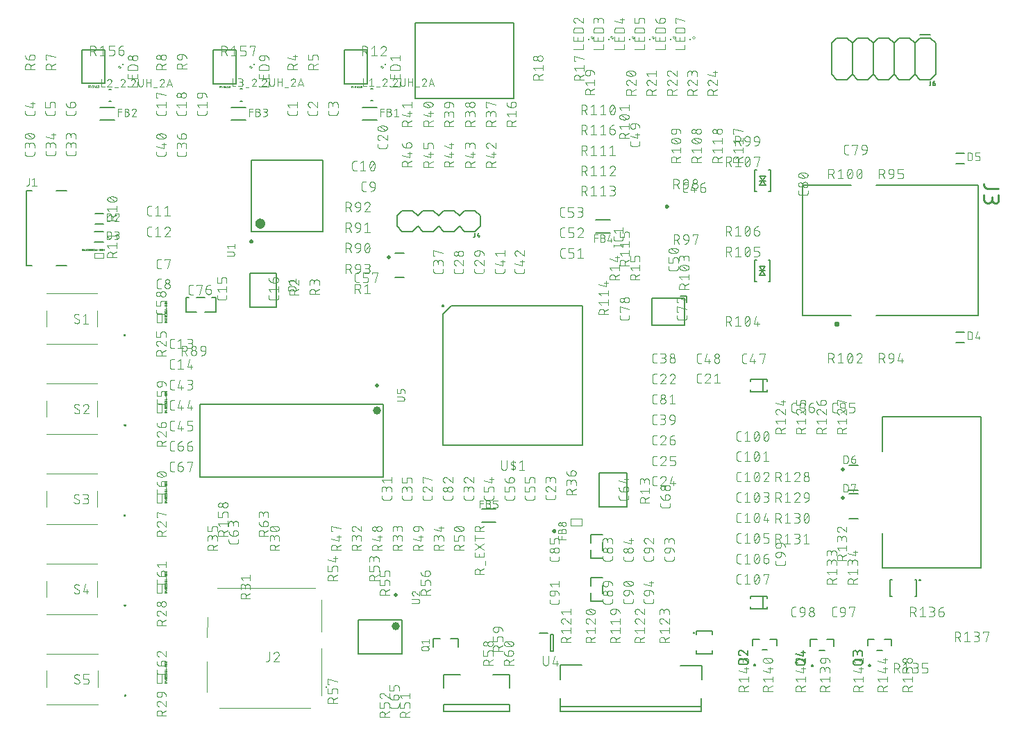
<source format=gbr>
G04 EAGLE Gerber RS-274X export*
G75*
%MOMM*%
%FSLAX34Y34*%
%LPD*%
%INSilkscreen Top*%
%IPPOS*%
%AMOC8*
5,1,8,0,0,1.08239X$1,22.5*%
G01*
%ADD10C,0.101600*%
%ADD11C,0.150000*%
%ADD12C,0.500000*%
%ADD13C,0.076200*%
%ADD14C,0.250000*%
%ADD15C,0.100000*%
%ADD16C,0.100000*%
%ADD17C,0.127000*%
%ADD18C,0.300000*%
%ADD19C,0.254000*%
%ADD20C,0.203200*%
%ADD21C,0.152400*%
%ADD22C,0.063400*%
%ADD23C,0.250000*%
%ADD24C,0.200000*%
%ADD25C,0.200000*%
%ADD26C,0.025400*%
%ADD27C,0.600000*%
%ADD28C,1.000000*%


D10*
X346992Y752901D02*
X346992Y750304D01*
X346990Y750205D01*
X346984Y750105D01*
X346975Y750006D01*
X346962Y749908D01*
X346945Y749810D01*
X346924Y749712D01*
X346899Y749616D01*
X346871Y749521D01*
X346839Y749427D01*
X346804Y749334D01*
X346765Y749242D01*
X346722Y749152D01*
X346677Y749064D01*
X346627Y748977D01*
X346575Y748893D01*
X346519Y748810D01*
X346461Y748730D01*
X346399Y748652D01*
X346334Y748577D01*
X346266Y748504D01*
X346196Y748434D01*
X346123Y748366D01*
X346048Y748301D01*
X345970Y748239D01*
X345890Y748181D01*
X345807Y748125D01*
X345723Y748073D01*
X345636Y748023D01*
X345548Y747978D01*
X345458Y747935D01*
X345366Y747896D01*
X345273Y747861D01*
X345179Y747829D01*
X345084Y747801D01*
X344988Y747776D01*
X344890Y747755D01*
X344792Y747738D01*
X344694Y747725D01*
X344595Y747716D01*
X344495Y747710D01*
X344396Y747708D01*
X337904Y747708D01*
X337805Y747710D01*
X337705Y747716D01*
X337606Y747725D01*
X337508Y747738D01*
X337410Y747756D01*
X337312Y747776D01*
X337216Y747801D01*
X337120Y747829D01*
X337026Y747861D01*
X336933Y747896D01*
X336842Y747935D01*
X336752Y747978D01*
X336663Y748023D01*
X336577Y748073D01*
X336492Y748125D01*
X336410Y748181D01*
X336330Y748240D01*
X336252Y748301D01*
X336176Y748366D01*
X336103Y748434D01*
X336033Y748504D01*
X335965Y748577D01*
X335900Y748653D01*
X335839Y748731D01*
X335780Y748811D01*
X335724Y748893D01*
X335672Y748978D01*
X335623Y749064D01*
X335577Y749153D01*
X335534Y749243D01*
X335495Y749334D01*
X335460Y749427D01*
X335428Y749521D01*
X335400Y749617D01*
X335375Y749713D01*
X335355Y749811D01*
X335337Y749909D01*
X335324Y750007D01*
X335315Y750106D01*
X335309Y750205D01*
X335307Y750305D01*
X335308Y750304D02*
X335308Y752901D01*
X337904Y757266D02*
X335308Y760512D01*
X346992Y760512D01*
X346992Y763757D02*
X346992Y757266D01*
X416809Y679808D02*
X419406Y679808D01*
X416809Y679808D02*
X416710Y679810D01*
X416610Y679816D01*
X416511Y679825D01*
X416413Y679838D01*
X416315Y679855D01*
X416217Y679876D01*
X416121Y679901D01*
X416026Y679929D01*
X415932Y679961D01*
X415839Y679996D01*
X415747Y680035D01*
X415657Y680078D01*
X415569Y680123D01*
X415482Y680173D01*
X415398Y680225D01*
X415315Y680281D01*
X415235Y680339D01*
X415157Y680401D01*
X415082Y680466D01*
X415009Y680534D01*
X414939Y680604D01*
X414871Y680677D01*
X414806Y680752D01*
X414744Y680830D01*
X414686Y680910D01*
X414630Y680993D01*
X414578Y681077D01*
X414528Y681164D01*
X414483Y681252D01*
X414440Y681342D01*
X414401Y681434D01*
X414366Y681527D01*
X414334Y681621D01*
X414306Y681716D01*
X414281Y681812D01*
X414260Y681910D01*
X414243Y682008D01*
X414230Y682106D01*
X414221Y682205D01*
X414215Y682305D01*
X414213Y682404D01*
X414213Y688896D01*
X414215Y688995D01*
X414221Y689095D01*
X414230Y689194D01*
X414243Y689292D01*
X414260Y689390D01*
X414281Y689488D01*
X414306Y689584D01*
X414334Y689679D01*
X414366Y689773D01*
X414401Y689866D01*
X414440Y689958D01*
X414483Y690048D01*
X414528Y690136D01*
X414578Y690223D01*
X414630Y690307D01*
X414686Y690390D01*
X414744Y690470D01*
X414806Y690548D01*
X414871Y690623D01*
X414939Y690696D01*
X415009Y690766D01*
X415082Y690834D01*
X415157Y690899D01*
X415235Y690961D01*
X415315Y691019D01*
X415398Y691075D01*
X415482Y691127D01*
X415569Y691177D01*
X415657Y691222D01*
X415747Y691265D01*
X415839Y691304D01*
X415931Y691339D01*
X416026Y691371D01*
X416121Y691399D01*
X416217Y691424D01*
X416315Y691445D01*
X416413Y691462D01*
X416511Y691475D01*
X416610Y691484D01*
X416710Y691490D01*
X416809Y691492D01*
X419406Y691492D01*
X423771Y688896D02*
X427016Y691492D01*
X427016Y679808D01*
X423771Y679808D02*
X430262Y679808D01*
X435201Y685650D02*
X435204Y685880D01*
X435212Y686110D01*
X435226Y686339D01*
X435245Y686568D01*
X435270Y686797D01*
X435300Y687024D01*
X435335Y687252D01*
X435376Y687478D01*
X435422Y687703D01*
X435474Y687927D01*
X435531Y688149D01*
X435593Y688371D01*
X435661Y688590D01*
X435734Y688808D01*
X435812Y689025D01*
X435895Y689239D01*
X435983Y689451D01*
X436076Y689661D01*
X436175Y689869D01*
X436174Y689869D02*
X436207Y689959D01*
X436243Y690048D01*
X436283Y690136D01*
X436327Y690221D01*
X436374Y690305D01*
X436424Y690387D01*
X436478Y690467D01*
X436534Y690544D01*
X436594Y690620D01*
X436657Y690693D01*
X436722Y690763D01*
X436791Y690831D01*
X436862Y690895D01*
X436935Y690957D01*
X437011Y691016D01*
X437089Y691072D01*
X437170Y691125D01*
X437252Y691174D01*
X437336Y691220D01*
X437423Y691263D01*
X437510Y691302D01*
X437600Y691338D01*
X437690Y691370D01*
X437782Y691398D01*
X437875Y691423D01*
X437969Y691444D01*
X438063Y691461D01*
X438158Y691475D01*
X438254Y691484D01*
X438350Y691490D01*
X438446Y691492D01*
X438542Y691490D01*
X438638Y691484D01*
X438734Y691475D01*
X438829Y691461D01*
X438923Y691444D01*
X439017Y691423D01*
X439110Y691398D01*
X439202Y691370D01*
X439292Y691338D01*
X439382Y691302D01*
X439469Y691263D01*
X439556Y691220D01*
X439640Y691174D01*
X439722Y691125D01*
X439803Y691072D01*
X439881Y691016D01*
X439957Y690957D01*
X440030Y690895D01*
X440101Y690831D01*
X440170Y690763D01*
X440235Y690693D01*
X440298Y690620D01*
X440358Y690544D01*
X440414Y690467D01*
X440468Y690387D01*
X440518Y690305D01*
X440565Y690221D01*
X440609Y690136D01*
X440649Y690048D01*
X440685Y689959D01*
X440718Y689869D01*
X440719Y689869D02*
X440818Y689662D01*
X440911Y689452D01*
X440999Y689239D01*
X441082Y689025D01*
X441160Y688809D01*
X441233Y688591D01*
X441301Y688371D01*
X441363Y688150D01*
X441420Y687927D01*
X441472Y687703D01*
X441518Y687478D01*
X441559Y687252D01*
X441594Y687025D01*
X441624Y686797D01*
X441649Y686568D01*
X441668Y686339D01*
X441682Y686110D01*
X441690Y685880D01*
X441693Y685650D01*
X435201Y685650D02*
X435204Y685420D01*
X435212Y685190D01*
X435226Y684961D01*
X435245Y684732D01*
X435270Y684503D01*
X435300Y684275D01*
X435335Y684048D01*
X435376Y683822D01*
X435422Y683597D01*
X435474Y683373D01*
X435531Y683150D01*
X435593Y682929D01*
X435661Y682709D01*
X435734Y682491D01*
X435812Y682275D01*
X435895Y682061D01*
X435983Y681849D01*
X436076Y681638D01*
X436175Y681431D01*
X436174Y681431D02*
X436207Y681341D01*
X436243Y681252D01*
X436284Y681164D01*
X436327Y681079D01*
X436374Y680995D01*
X436424Y680913D01*
X436478Y680833D01*
X436534Y680756D01*
X436594Y680680D01*
X436657Y680607D01*
X436722Y680537D01*
X436791Y680469D01*
X436862Y680405D01*
X436935Y680343D01*
X437011Y680284D01*
X437089Y680228D01*
X437170Y680175D01*
X437252Y680126D01*
X437336Y680080D01*
X437423Y680037D01*
X437510Y679998D01*
X437600Y679962D01*
X437690Y679930D01*
X437782Y679902D01*
X437875Y679877D01*
X437969Y679856D01*
X438063Y679839D01*
X438158Y679825D01*
X438254Y679816D01*
X438350Y679810D01*
X438446Y679808D01*
X440718Y681431D02*
X440817Y681638D01*
X440910Y681849D01*
X440998Y682061D01*
X441081Y682275D01*
X441159Y682491D01*
X441232Y682709D01*
X441300Y682929D01*
X441362Y683150D01*
X441419Y683373D01*
X441471Y683597D01*
X441517Y683822D01*
X441558Y684048D01*
X441593Y684275D01*
X441623Y684503D01*
X441648Y684732D01*
X441667Y684961D01*
X441681Y685190D01*
X441689Y685420D01*
X441692Y685650D01*
X440718Y681431D02*
X440685Y681341D01*
X440649Y681252D01*
X440609Y681164D01*
X440565Y681079D01*
X440518Y680995D01*
X440468Y680913D01*
X440414Y680833D01*
X440358Y680756D01*
X440298Y680680D01*
X440235Y680607D01*
X440170Y680537D01*
X440101Y680469D01*
X440030Y680405D01*
X439957Y680343D01*
X439881Y680284D01*
X439803Y680228D01*
X439722Y680175D01*
X439640Y680126D01*
X439556Y680080D01*
X439469Y680037D01*
X439382Y679998D01*
X439292Y679962D01*
X439202Y679930D01*
X439110Y679902D01*
X439017Y679877D01*
X438923Y679856D01*
X438829Y679839D01*
X438734Y679825D01*
X438638Y679816D01*
X438542Y679810D01*
X438446Y679808D01*
X435850Y682404D02*
X441043Y688896D01*
X885679Y349808D02*
X888276Y349808D01*
X885679Y349808D02*
X885580Y349810D01*
X885480Y349816D01*
X885381Y349825D01*
X885283Y349838D01*
X885185Y349855D01*
X885087Y349876D01*
X884991Y349901D01*
X884896Y349929D01*
X884802Y349961D01*
X884709Y349996D01*
X884617Y350035D01*
X884527Y350078D01*
X884439Y350123D01*
X884352Y350173D01*
X884268Y350225D01*
X884185Y350281D01*
X884105Y350339D01*
X884027Y350401D01*
X883952Y350466D01*
X883879Y350534D01*
X883809Y350604D01*
X883741Y350677D01*
X883676Y350752D01*
X883614Y350830D01*
X883556Y350910D01*
X883500Y350993D01*
X883448Y351077D01*
X883398Y351164D01*
X883353Y351252D01*
X883310Y351342D01*
X883271Y351434D01*
X883236Y351527D01*
X883204Y351621D01*
X883176Y351716D01*
X883151Y351812D01*
X883130Y351910D01*
X883113Y352008D01*
X883100Y352106D01*
X883091Y352205D01*
X883085Y352305D01*
X883083Y352404D01*
X883083Y358896D01*
X883085Y358995D01*
X883091Y359095D01*
X883100Y359194D01*
X883113Y359292D01*
X883130Y359390D01*
X883151Y359488D01*
X883176Y359584D01*
X883204Y359679D01*
X883236Y359773D01*
X883271Y359866D01*
X883310Y359958D01*
X883353Y360048D01*
X883398Y360136D01*
X883448Y360223D01*
X883500Y360307D01*
X883556Y360390D01*
X883614Y360470D01*
X883676Y360548D01*
X883741Y360623D01*
X883809Y360696D01*
X883879Y360766D01*
X883952Y360834D01*
X884027Y360899D01*
X884105Y360961D01*
X884185Y361019D01*
X884268Y361075D01*
X884352Y361127D01*
X884439Y361177D01*
X884527Y361222D01*
X884617Y361265D01*
X884709Y361304D01*
X884801Y361339D01*
X884896Y361371D01*
X884991Y361399D01*
X885087Y361424D01*
X885185Y361445D01*
X885283Y361462D01*
X885381Y361475D01*
X885480Y361484D01*
X885580Y361490D01*
X885679Y361492D01*
X888276Y361492D01*
X892641Y358896D02*
X895887Y361492D01*
X895887Y349808D01*
X899132Y349808D02*
X892641Y349808D01*
X904071Y355650D02*
X904074Y355880D01*
X904082Y356110D01*
X904096Y356339D01*
X904115Y356568D01*
X904140Y356797D01*
X904170Y357024D01*
X904205Y357252D01*
X904246Y357478D01*
X904292Y357703D01*
X904344Y357927D01*
X904401Y358149D01*
X904463Y358371D01*
X904531Y358590D01*
X904604Y358808D01*
X904682Y359025D01*
X904765Y359239D01*
X904853Y359451D01*
X904946Y359661D01*
X905045Y359869D01*
X905044Y359869D02*
X905077Y359959D01*
X905113Y360048D01*
X905153Y360136D01*
X905197Y360221D01*
X905244Y360305D01*
X905294Y360387D01*
X905348Y360467D01*
X905404Y360544D01*
X905464Y360620D01*
X905527Y360693D01*
X905592Y360763D01*
X905661Y360831D01*
X905732Y360895D01*
X905805Y360957D01*
X905881Y361016D01*
X905959Y361072D01*
X906040Y361125D01*
X906122Y361174D01*
X906206Y361220D01*
X906293Y361263D01*
X906380Y361302D01*
X906470Y361338D01*
X906560Y361370D01*
X906652Y361398D01*
X906745Y361423D01*
X906839Y361444D01*
X906933Y361461D01*
X907028Y361475D01*
X907124Y361484D01*
X907220Y361490D01*
X907316Y361492D01*
X907412Y361490D01*
X907508Y361484D01*
X907604Y361475D01*
X907699Y361461D01*
X907793Y361444D01*
X907887Y361423D01*
X907980Y361398D01*
X908072Y361370D01*
X908162Y361338D01*
X908252Y361302D01*
X908339Y361263D01*
X908426Y361220D01*
X908510Y361174D01*
X908592Y361125D01*
X908673Y361072D01*
X908751Y361016D01*
X908827Y360957D01*
X908900Y360895D01*
X908971Y360831D01*
X909040Y360763D01*
X909105Y360693D01*
X909168Y360620D01*
X909228Y360544D01*
X909284Y360467D01*
X909338Y360387D01*
X909388Y360305D01*
X909435Y360221D01*
X909479Y360136D01*
X909519Y360048D01*
X909555Y359959D01*
X909588Y359869D01*
X909589Y359869D02*
X909688Y359662D01*
X909781Y359452D01*
X909869Y359239D01*
X909952Y359025D01*
X910030Y358809D01*
X910103Y358591D01*
X910171Y358371D01*
X910233Y358150D01*
X910290Y357927D01*
X910342Y357703D01*
X910388Y357478D01*
X910429Y357252D01*
X910464Y357025D01*
X910494Y356797D01*
X910519Y356568D01*
X910538Y356339D01*
X910552Y356110D01*
X910560Y355880D01*
X910563Y355650D01*
X904071Y355650D02*
X904074Y355420D01*
X904082Y355190D01*
X904096Y354961D01*
X904115Y354732D01*
X904140Y354503D01*
X904170Y354275D01*
X904205Y354048D01*
X904246Y353822D01*
X904292Y353597D01*
X904344Y353373D01*
X904401Y353150D01*
X904463Y352929D01*
X904531Y352709D01*
X904604Y352491D01*
X904682Y352275D01*
X904765Y352061D01*
X904853Y351849D01*
X904946Y351638D01*
X905045Y351431D01*
X905044Y351431D02*
X905077Y351341D01*
X905113Y351252D01*
X905154Y351164D01*
X905197Y351079D01*
X905244Y350995D01*
X905294Y350913D01*
X905348Y350833D01*
X905404Y350756D01*
X905464Y350680D01*
X905527Y350607D01*
X905592Y350537D01*
X905661Y350469D01*
X905732Y350405D01*
X905805Y350343D01*
X905881Y350284D01*
X905959Y350228D01*
X906040Y350175D01*
X906122Y350126D01*
X906206Y350080D01*
X906293Y350037D01*
X906380Y349998D01*
X906470Y349962D01*
X906560Y349930D01*
X906652Y349902D01*
X906745Y349877D01*
X906839Y349856D01*
X906933Y349839D01*
X907028Y349825D01*
X907124Y349816D01*
X907220Y349810D01*
X907316Y349808D01*
X909588Y351431D02*
X909687Y351638D01*
X909780Y351849D01*
X909868Y352061D01*
X909951Y352275D01*
X910029Y352491D01*
X910102Y352709D01*
X910170Y352929D01*
X910232Y353150D01*
X910289Y353373D01*
X910341Y353597D01*
X910387Y353822D01*
X910428Y354048D01*
X910463Y354275D01*
X910493Y354503D01*
X910518Y354732D01*
X910537Y354961D01*
X910551Y355190D01*
X910559Y355420D01*
X910562Y355650D01*
X909588Y351431D02*
X909555Y351341D01*
X909519Y351252D01*
X909479Y351164D01*
X909435Y351079D01*
X909388Y350995D01*
X909338Y350913D01*
X909284Y350833D01*
X909228Y350756D01*
X909168Y350680D01*
X909105Y350607D01*
X909040Y350537D01*
X908971Y350469D01*
X908900Y350405D01*
X908827Y350343D01*
X908751Y350284D01*
X908673Y350228D01*
X908592Y350175D01*
X908510Y350126D01*
X908426Y350080D01*
X908339Y350037D01*
X908252Y349998D01*
X908162Y349962D01*
X908072Y349930D01*
X907980Y349902D01*
X907887Y349877D01*
X907793Y349856D01*
X907699Y349839D01*
X907604Y349825D01*
X907508Y349816D01*
X907412Y349810D01*
X907316Y349808D01*
X904720Y352404D02*
X909913Y358896D01*
X915501Y355650D02*
X915504Y355880D01*
X915512Y356110D01*
X915526Y356339D01*
X915545Y356568D01*
X915570Y356797D01*
X915600Y357024D01*
X915635Y357252D01*
X915676Y357478D01*
X915722Y357703D01*
X915774Y357927D01*
X915831Y358149D01*
X915893Y358371D01*
X915961Y358590D01*
X916034Y358808D01*
X916112Y359025D01*
X916195Y359239D01*
X916283Y359451D01*
X916376Y359661D01*
X916475Y359869D01*
X916474Y359869D02*
X916507Y359959D01*
X916543Y360048D01*
X916583Y360136D01*
X916627Y360221D01*
X916674Y360305D01*
X916724Y360387D01*
X916778Y360467D01*
X916834Y360544D01*
X916894Y360620D01*
X916957Y360693D01*
X917022Y360763D01*
X917091Y360831D01*
X917162Y360895D01*
X917235Y360957D01*
X917311Y361016D01*
X917389Y361072D01*
X917470Y361125D01*
X917552Y361174D01*
X917636Y361220D01*
X917723Y361263D01*
X917810Y361302D01*
X917900Y361338D01*
X917990Y361370D01*
X918082Y361398D01*
X918175Y361423D01*
X918269Y361444D01*
X918363Y361461D01*
X918458Y361475D01*
X918554Y361484D01*
X918650Y361490D01*
X918746Y361492D01*
X918842Y361490D01*
X918938Y361484D01*
X919034Y361475D01*
X919129Y361461D01*
X919223Y361444D01*
X919317Y361423D01*
X919410Y361398D01*
X919502Y361370D01*
X919592Y361338D01*
X919682Y361302D01*
X919769Y361263D01*
X919856Y361220D01*
X919940Y361174D01*
X920022Y361125D01*
X920103Y361072D01*
X920181Y361016D01*
X920257Y360957D01*
X920330Y360895D01*
X920401Y360831D01*
X920470Y360763D01*
X920535Y360693D01*
X920598Y360620D01*
X920658Y360544D01*
X920714Y360467D01*
X920768Y360387D01*
X920818Y360305D01*
X920865Y360221D01*
X920909Y360136D01*
X920949Y360048D01*
X920985Y359959D01*
X921018Y359869D01*
X921019Y359869D02*
X921118Y359662D01*
X921211Y359452D01*
X921299Y359239D01*
X921382Y359025D01*
X921460Y358809D01*
X921533Y358591D01*
X921601Y358371D01*
X921663Y358150D01*
X921720Y357927D01*
X921772Y357703D01*
X921818Y357478D01*
X921859Y357252D01*
X921894Y357025D01*
X921924Y356797D01*
X921949Y356568D01*
X921968Y356339D01*
X921982Y356110D01*
X921990Y355880D01*
X921993Y355650D01*
X915501Y355650D02*
X915504Y355420D01*
X915512Y355190D01*
X915526Y354961D01*
X915545Y354732D01*
X915570Y354503D01*
X915600Y354275D01*
X915635Y354048D01*
X915676Y353822D01*
X915722Y353597D01*
X915774Y353373D01*
X915831Y353150D01*
X915893Y352929D01*
X915961Y352709D01*
X916034Y352491D01*
X916112Y352275D01*
X916195Y352061D01*
X916283Y351849D01*
X916376Y351638D01*
X916475Y351431D01*
X916474Y351431D02*
X916507Y351341D01*
X916543Y351252D01*
X916584Y351164D01*
X916627Y351079D01*
X916674Y350995D01*
X916724Y350913D01*
X916778Y350833D01*
X916834Y350756D01*
X916894Y350680D01*
X916957Y350607D01*
X917022Y350537D01*
X917091Y350469D01*
X917162Y350405D01*
X917235Y350343D01*
X917311Y350284D01*
X917389Y350228D01*
X917470Y350175D01*
X917552Y350126D01*
X917636Y350080D01*
X917723Y350037D01*
X917810Y349998D01*
X917900Y349962D01*
X917990Y349930D01*
X918082Y349902D01*
X918175Y349877D01*
X918269Y349856D01*
X918363Y349839D01*
X918458Y349825D01*
X918554Y349816D01*
X918650Y349810D01*
X918746Y349808D01*
X921018Y351431D02*
X921117Y351638D01*
X921210Y351849D01*
X921298Y352061D01*
X921381Y352275D01*
X921459Y352491D01*
X921532Y352709D01*
X921600Y352929D01*
X921662Y353150D01*
X921719Y353373D01*
X921771Y353597D01*
X921817Y353822D01*
X921858Y354048D01*
X921893Y354275D01*
X921923Y354503D01*
X921948Y354732D01*
X921967Y354961D01*
X921981Y355190D01*
X921989Y355420D01*
X921992Y355650D01*
X921018Y351431D02*
X920985Y351341D01*
X920949Y351252D01*
X920909Y351164D01*
X920865Y351079D01*
X920818Y350995D01*
X920768Y350913D01*
X920714Y350833D01*
X920658Y350756D01*
X920598Y350680D01*
X920535Y350607D01*
X920470Y350537D01*
X920401Y350469D01*
X920330Y350405D01*
X920257Y350343D01*
X920181Y350284D01*
X920103Y350228D01*
X920022Y350175D01*
X919940Y350126D01*
X919856Y350080D01*
X919769Y350037D01*
X919682Y349998D01*
X919592Y349962D01*
X919502Y349930D01*
X919410Y349902D01*
X919317Y349877D01*
X919223Y349856D01*
X919129Y349839D01*
X919034Y349825D01*
X918938Y349816D01*
X918842Y349810D01*
X918746Y349808D01*
X916150Y352404D02*
X921343Y358896D01*
X888276Y325308D02*
X885679Y325308D01*
X885580Y325310D01*
X885480Y325316D01*
X885381Y325325D01*
X885283Y325338D01*
X885185Y325355D01*
X885087Y325376D01*
X884991Y325401D01*
X884896Y325429D01*
X884802Y325461D01*
X884709Y325496D01*
X884617Y325535D01*
X884527Y325578D01*
X884439Y325623D01*
X884352Y325673D01*
X884268Y325725D01*
X884185Y325781D01*
X884105Y325839D01*
X884027Y325901D01*
X883952Y325966D01*
X883879Y326034D01*
X883809Y326104D01*
X883741Y326177D01*
X883676Y326252D01*
X883614Y326330D01*
X883556Y326410D01*
X883500Y326493D01*
X883448Y326577D01*
X883398Y326664D01*
X883353Y326752D01*
X883310Y326842D01*
X883271Y326934D01*
X883236Y327027D01*
X883204Y327121D01*
X883176Y327216D01*
X883151Y327312D01*
X883130Y327410D01*
X883113Y327508D01*
X883100Y327606D01*
X883091Y327705D01*
X883085Y327805D01*
X883083Y327904D01*
X883083Y334396D01*
X883085Y334495D01*
X883091Y334595D01*
X883100Y334694D01*
X883113Y334792D01*
X883130Y334890D01*
X883151Y334988D01*
X883176Y335084D01*
X883204Y335179D01*
X883236Y335273D01*
X883271Y335366D01*
X883310Y335458D01*
X883353Y335548D01*
X883398Y335636D01*
X883448Y335723D01*
X883500Y335807D01*
X883556Y335890D01*
X883614Y335970D01*
X883676Y336048D01*
X883741Y336123D01*
X883809Y336196D01*
X883879Y336266D01*
X883952Y336334D01*
X884027Y336399D01*
X884105Y336461D01*
X884185Y336519D01*
X884268Y336575D01*
X884352Y336627D01*
X884439Y336677D01*
X884527Y336722D01*
X884617Y336765D01*
X884709Y336804D01*
X884801Y336839D01*
X884896Y336871D01*
X884991Y336899D01*
X885087Y336924D01*
X885185Y336945D01*
X885283Y336962D01*
X885381Y336975D01*
X885480Y336984D01*
X885580Y336990D01*
X885679Y336992D01*
X888276Y336992D01*
X892641Y334396D02*
X895887Y336992D01*
X895887Y325308D01*
X899132Y325308D02*
X892641Y325308D01*
X904071Y331150D02*
X904074Y331380D01*
X904082Y331610D01*
X904096Y331839D01*
X904115Y332068D01*
X904140Y332297D01*
X904170Y332524D01*
X904205Y332752D01*
X904246Y332978D01*
X904292Y333203D01*
X904344Y333427D01*
X904401Y333649D01*
X904463Y333871D01*
X904531Y334090D01*
X904604Y334308D01*
X904682Y334525D01*
X904765Y334739D01*
X904853Y334951D01*
X904946Y335161D01*
X905045Y335369D01*
X905044Y335369D02*
X905077Y335459D01*
X905113Y335548D01*
X905153Y335636D01*
X905197Y335721D01*
X905244Y335805D01*
X905294Y335887D01*
X905348Y335967D01*
X905404Y336044D01*
X905464Y336120D01*
X905527Y336193D01*
X905592Y336263D01*
X905661Y336331D01*
X905732Y336395D01*
X905805Y336457D01*
X905881Y336516D01*
X905959Y336572D01*
X906040Y336625D01*
X906122Y336674D01*
X906206Y336720D01*
X906293Y336763D01*
X906380Y336802D01*
X906470Y336838D01*
X906560Y336870D01*
X906652Y336898D01*
X906745Y336923D01*
X906839Y336944D01*
X906933Y336961D01*
X907028Y336975D01*
X907124Y336984D01*
X907220Y336990D01*
X907316Y336992D01*
X907412Y336990D01*
X907508Y336984D01*
X907604Y336975D01*
X907699Y336961D01*
X907793Y336944D01*
X907887Y336923D01*
X907980Y336898D01*
X908072Y336870D01*
X908162Y336838D01*
X908252Y336802D01*
X908339Y336763D01*
X908426Y336720D01*
X908510Y336674D01*
X908592Y336625D01*
X908673Y336572D01*
X908751Y336516D01*
X908827Y336457D01*
X908900Y336395D01*
X908971Y336331D01*
X909040Y336263D01*
X909105Y336193D01*
X909168Y336120D01*
X909228Y336044D01*
X909284Y335967D01*
X909338Y335887D01*
X909388Y335805D01*
X909435Y335721D01*
X909479Y335636D01*
X909519Y335548D01*
X909555Y335459D01*
X909588Y335369D01*
X909589Y335369D02*
X909688Y335162D01*
X909781Y334952D01*
X909869Y334739D01*
X909952Y334525D01*
X910030Y334309D01*
X910103Y334091D01*
X910171Y333871D01*
X910233Y333650D01*
X910290Y333427D01*
X910342Y333203D01*
X910388Y332978D01*
X910429Y332752D01*
X910464Y332525D01*
X910494Y332297D01*
X910519Y332068D01*
X910538Y331839D01*
X910552Y331610D01*
X910560Y331380D01*
X910563Y331150D01*
X904071Y331150D02*
X904074Y330920D01*
X904082Y330690D01*
X904096Y330461D01*
X904115Y330232D01*
X904140Y330003D01*
X904170Y329775D01*
X904205Y329548D01*
X904246Y329322D01*
X904292Y329097D01*
X904344Y328873D01*
X904401Y328650D01*
X904463Y328429D01*
X904531Y328209D01*
X904604Y327991D01*
X904682Y327775D01*
X904765Y327561D01*
X904853Y327349D01*
X904946Y327138D01*
X905045Y326931D01*
X905044Y326931D02*
X905077Y326841D01*
X905113Y326752D01*
X905154Y326664D01*
X905197Y326579D01*
X905244Y326495D01*
X905294Y326413D01*
X905348Y326333D01*
X905404Y326256D01*
X905464Y326180D01*
X905527Y326107D01*
X905592Y326037D01*
X905661Y325969D01*
X905732Y325905D01*
X905805Y325843D01*
X905881Y325784D01*
X905959Y325728D01*
X906040Y325675D01*
X906122Y325626D01*
X906206Y325580D01*
X906293Y325537D01*
X906380Y325498D01*
X906470Y325462D01*
X906560Y325430D01*
X906652Y325402D01*
X906745Y325377D01*
X906839Y325356D01*
X906933Y325339D01*
X907028Y325325D01*
X907124Y325316D01*
X907220Y325310D01*
X907316Y325308D01*
X909588Y326931D02*
X909687Y327138D01*
X909780Y327349D01*
X909868Y327561D01*
X909951Y327775D01*
X910029Y327991D01*
X910102Y328209D01*
X910170Y328429D01*
X910232Y328650D01*
X910289Y328873D01*
X910341Y329097D01*
X910387Y329322D01*
X910428Y329548D01*
X910463Y329775D01*
X910493Y330003D01*
X910518Y330232D01*
X910537Y330461D01*
X910551Y330690D01*
X910559Y330920D01*
X910562Y331150D01*
X909588Y326931D02*
X909555Y326841D01*
X909519Y326752D01*
X909479Y326664D01*
X909435Y326579D01*
X909388Y326495D01*
X909338Y326413D01*
X909284Y326333D01*
X909228Y326256D01*
X909168Y326180D01*
X909105Y326107D01*
X909040Y326037D01*
X908971Y325969D01*
X908900Y325905D01*
X908827Y325843D01*
X908751Y325784D01*
X908673Y325728D01*
X908592Y325675D01*
X908510Y325626D01*
X908426Y325580D01*
X908339Y325537D01*
X908252Y325498D01*
X908162Y325462D01*
X908072Y325430D01*
X907980Y325402D01*
X907887Y325377D01*
X907793Y325356D01*
X907699Y325339D01*
X907604Y325325D01*
X907508Y325316D01*
X907412Y325310D01*
X907316Y325308D01*
X904720Y327904D02*
X909913Y334396D01*
X915501Y334396D02*
X918746Y336992D01*
X918746Y325308D01*
X915501Y325308D02*
X921992Y325308D01*
X888276Y300308D02*
X885679Y300308D01*
X885580Y300310D01*
X885480Y300316D01*
X885381Y300325D01*
X885283Y300338D01*
X885185Y300355D01*
X885087Y300376D01*
X884991Y300401D01*
X884896Y300429D01*
X884802Y300461D01*
X884709Y300496D01*
X884617Y300535D01*
X884527Y300578D01*
X884439Y300623D01*
X884352Y300673D01*
X884268Y300725D01*
X884185Y300781D01*
X884105Y300839D01*
X884027Y300901D01*
X883952Y300966D01*
X883879Y301034D01*
X883809Y301104D01*
X883741Y301177D01*
X883676Y301252D01*
X883614Y301330D01*
X883556Y301410D01*
X883500Y301493D01*
X883448Y301577D01*
X883398Y301664D01*
X883353Y301752D01*
X883310Y301842D01*
X883271Y301934D01*
X883236Y302027D01*
X883204Y302121D01*
X883176Y302216D01*
X883151Y302312D01*
X883130Y302410D01*
X883113Y302508D01*
X883100Y302606D01*
X883091Y302705D01*
X883085Y302805D01*
X883083Y302904D01*
X883083Y309396D01*
X883085Y309495D01*
X883091Y309595D01*
X883100Y309694D01*
X883113Y309792D01*
X883130Y309890D01*
X883151Y309988D01*
X883176Y310084D01*
X883204Y310179D01*
X883236Y310273D01*
X883271Y310366D01*
X883310Y310458D01*
X883353Y310548D01*
X883398Y310636D01*
X883448Y310723D01*
X883500Y310807D01*
X883556Y310890D01*
X883614Y310970D01*
X883676Y311048D01*
X883741Y311123D01*
X883809Y311196D01*
X883879Y311266D01*
X883952Y311334D01*
X884027Y311399D01*
X884105Y311461D01*
X884185Y311519D01*
X884268Y311575D01*
X884352Y311627D01*
X884439Y311677D01*
X884527Y311722D01*
X884617Y311765D01*
X884709Y311804D01*
X884801Y311839D01*
X884896Y311871D01*
X884991Y311899D01*
X885087Y311924D01*
X885185Y311945D01*
X885283Y311962D01*
X885381Y311975D01*
X885480Y311984D01*
X885580Y311990D01*
X885679Y311992D01*
X888276Y311992D01*
X892641Y309396D02*
X895887Y311992D01*
X895887Y300308D01*
X899132Y300308D02*
X892641Y300308D01*
X904071Y306150D02*
X904074Y306380D01*
X904082Y306610D01*
X904096Y306839D01*
X904115Y307068D01*
X904140Y307297D01*
X904170Y307524D01*
X904205Y307752D01*
X904246Y307978D01*
X904292Y308203D01*
X904344Y308427D01*
X904401Y308649D01*
X904463Y308871D01*
X904531Y309090D01*
X904604Y309308D01*
X904682Y309525D01*
X904765Y309739D01*
X904853Y309951D01*
X904946Y310161D01*
X905045Y310369D01*
X905044Y310369D02*
X905077Y310459D01*
X905113Y310548D01*
X905153Y310636D01*
X905197Y310721D01*
X905244Y310805D01*
X905294Y310887D01*
X905348Y310967D01*
X905404Y311044D01*
X905464Y311120D01*
X905527Y311193D01*
X905592Y311263D01*
X905661Y311331D01*
X905732Y311395D01*
X905805Y311457D01*
X905881Y311516D01*
X905959Y311572D01*
X906040Y311625D01*
X906122Y311674D01*
X906206Y311720D01*
X906293Y311763D01*
X906380Y311802D01*
X906470Y311838D01*
X906560Y311870D01*
X906652Y311898D01*
X906745Y311923D01*
X906839Y311944D01*
X906933Y311961D01*
X907028Y311975D01*
X907124Y311984D01*
X907220Y311990D01*
X907316Y311992D01*
X907412Y311990D01*
X907508Y311984D01*
X907604Y311975D01*
X907699Y311961D01*
X907793Y311944D01*
X907887Y311923D01*
X907980Y311898D01*
X908072Y311870D01*
X908162Y311838D01*
X908252Y311802D01*
X908339Y311763D01*
X908426Y311720D01*
X908510Y311674D01*
X908592Y311625D01*
X908673Y311572D01*
X908751Y311516D01*
X908827Y311457D01*
X908900Y311395D01*
X908971Y311331D01*
X909040Y311263D01*
X909105Y311193D01*
X909168Y311120D01*
X909228Y311044D01*
X909284Y310967D01*
X909338Y310887D01*
X909388Y310805D01*
X909435Y310721D01*
X909479Y310636D01*
X909519Y310548D01*
X909555Y310459D01*
X909588Y310369D01*
X909589Y310369D02*
X909688Y310162D01*
X909781Y309952D01*
X909869Y309739D01*
X909952Y309525D01*
X910030Y309309D01*
X910103Y309091D01*
X910171Y308871D01*
X910233Y308650D01*
X910290Y308427D01*
X910342Y308203D01*
X910388Y307978D01*
X910429Y307752D01*
X910464Y307525D01*
X910494Y307297D01*
X910519Y307068D01*
X910538Y306839D01*
X910552Y306610D01*
X910560Y306380D01*
X910563Y306150D01*
X904071Y306150D02*
X904074Y305920D01*
X904082Y305690D01*
X904096Y305461D01*
X904115Y305232D01*
X904140Y305003D01*
X904170Y304775D01*
X904205Y304548D01*
X904246Y304322D01*
X904292Y304097D01*
X904344Y303873D01*
X904401Y303650D01*
X904463Y303429D01*
X904531Y303209D01*
X904604Y302991D01*
X904682Y302775D01*
X904765Y302561D01*
X904853Y302349D01*
X904946Y302138D01*
X905045Y301931D01*
X905044Y301931D02*
X905077Y301841D01*
X905113Y301752D01*
X905154Y301664D01*
X905197Y301579D01*
X905244Y301495D01*
X905294Y301413D01*
X905348Y301333D01*
X905404Y301256D01*
X905464Y301180D01*
X905527Y301107D01*
X905592Y301037D01*
X905661Y300969D01*
X905732Y300905D01*
X905805Y300843D01*
X905881Y300784D01*
X905959Y300728D01*
X906040Y300675D01*
X906122Y300626D01*
X906206Y300580D01*
X906293Y300537D01*
X906380Y300498D01*
X906470Y300462D01*
X906560Y300430D01*
X906652Y300402D01*
X906745Y300377D01*
X906839Y300356D01*
X906933Y300339D01*
X907028Y300325D01*
X907124Y300316D01*
X907220Y300310D01*
X907316Y300308D01*
X909588Y301931D02*
X909687Y302138D01*
X909780Y302349D01*
X909868Y302561D01*
X909951Y302775D01*
X910029Y302991D01*
X910102Y303209D01*
X910170Y303429D01*
X910232Y303650D01*
X910289Y303873D01*
X910341Y304097D01*
X910387Y304322D01*
X910428Y304548D01*
X910463Y304775D01*
X910493Y305003D01*
X910518Y305232D01*
X910537Y305461D01*
X910551Y305690D01*
X910559Y305920D01*
X910562Y306150D01*
X909588Y301931D02*
X909555Y301841D01*
X909519Y301752D01*
X909479Y301664D01*
X909435Y301579D01*
X909388Y301495D01*
X909338Y301413D01*
X909284Y301333D01*
X909228Y301256D01*
X909168Y301180D01*
X909105Y301107D01*
X909040Y301037D01*
X908971Y300969D01*
X908900Y300905D01*
X908827Y300843D01*
X908751Y300784D01*
X908673Y300728D01*
X908592Y300675D01*
X908510Y300626D01*
X908426Y300580D01*
X908339Y300537D01*
X908252Y300498D01*
X908162Y300462D01*
X908072Y300430D01*
X907980Y300402D01*
X907887Y300377D01*
X907793Y300356D01*
X907699Y300339D01*
X907604Y300325D01*
X907508Y300316D01*
X907412Y300310D01*
X907316Y300308D01*
X904720Y302904D02*
X909913Y309396D01*
X919071Y311992D02*
X919178Y311990D01*
X919284Y311984D01*
X919390Y311974D01*
X919496Y311961D01*
X919602Y311943D01*
X919706Y311922D01*
X919810Y311897D01*
X919913Y311868D01*
X920014Y311836D01*
X920114Y311799D01*
X920213Y311759D01*
X920311Y311716D01*
X920407Y311669D01*
X920501Y311618D01*
X920593Y311564D01*
X920683Y311507D01*
X920771Y311447D01*
X920856Y311383D01*
X920939Y311316D01*
X921020Y311246D01*
X921098Y311174D01*
X921174Y311098D01*
X921246Y311020D01*
X921316Y310939D01*
X921383Y310856D01*
X921447Y310771D01*
X921507Y310683D01*
X921564Y310593D01*
X921618Y310501D01*
X921669Y310407D01*
X921716Y310311D01*
X921759Y310213D01*
X921799Y310114D01*
X921836Y310014D01*
X921868Y309913D01*
X921897Y309810D01*
X921922Y309706D01*
X921943Y309602D01*
X921961Y309496D01*
X921974Y309390D01*
X921984Y309284D01*
X921990Y309178D01*
X921992Y309071D01*
X919071Y311992D02*
X918950Y311990D01*
X918829Y311984D01*
X918709Y311974D01*
X918588Y311961D01*
X918469Y311943D01*
X918349Y311922D01*
X918231Y311897D01*
X918114Y311868D01*
X917997Y311835D01*
X917882Y311799D01*
X917768Y311758D01*
X917655Y311715D01*
X917543Y311667D01*
X917434Y311616D01*
X917326Y311561D01*
X917219Y311503D01*
X917115Y311442D01*
X917013Y311377D01*
X916913Y311309D01*
X916815Y311238D01*
X916719Y311164D01*
X916626Y311087D01*
X916536Y311006D01*
X916448Y310923D01*
X916363Y310837D01*
X916280Y310748D01*
X916201Y310657D01*
X916124Y310563D01*
X916051Y310467D01*
X915981Y310369D01*
X915914Y310268D01*
X915850Y310165D01*
X915790Y310060D01*
X915733Y309953D01*
X915679Y309845D01*
X915629Y309735D01*
X915583Y309623D01*
X915540Y309510D01*
X915501Y309395D01*
X921019Y306799D02*
X921098Y306876D01*
X921174Y306957D01*
X921247Y307040D01*
X921317Y307125D01*
X921384Y307213D01*
X921448Y307303D01*
X921508Y307395D01*
X921565Y307490D01*
X921619Y307586D01*
X921670Y307684D01*
X921717Y307784D01*
X921761Y307886D01*
X921801Y307989D01*
X921837Y308093D01*
X921869Y308199D01*
X921898Y308305D01*
X921923Y308413D01*
X921945Y308521D01*
X921962Y308631D01*
X921976Y308740D01*
X921985Y308850D01*
X921991Y308961D01*
X921993Y309071D01*
X921018Y306799D02*
X915501Y300308D01*
X921992Y300308D01*
X888276Y275308D02*
X885679Y275308D01*
X885580Y275310D01*
X885480Y275316D01*
X885381Y275325D01*
X885283Y275338D01*
X885185Y275355D01*
X885087Y275376D01*
X884991Y275401D01*
X884896Y275429D01*
X884802Y275461D01*
X884709Y275496D01*
X884617Y275535D01*
X884527Y275578D01*
X884439Y275623D01*
X884352Y275673D01*
X884268Y275725D01*
X884185Y275781D01*
X884105Y275839D01*
X884027Y275901D01*
X883952Y275966D01*
X883879Y276034D01*
X883809Y276104D01*
X883741Y276177D01*
X883676Y276252D01*
X883614Y276330D01*
X883556Y276410D01*
X883500Y276493D01*
X883448Y276577D01*
X883398Y276664D01*
X883353Y276752D01*
X883310Y276842D01*
X883271Y276934D01*
X883236Y277027D01*
X883204Y277121D01*
X883176Y277216D01*
X883151Y277312D01*
X883130Y277410D01*
X883113Y277508D01*
X883100Y277606D01*
X883091Y277705D01*
X883085Y277805D01*
X883083Y277904D01*
X883083Y284396D01*
X883085Y284495D01*
X883091Y284595D01*
X883100Y284694D01*
X883113Y284792D01*
X883130Y284890D01*
X883151Y284988D01*
X883176Y285084D01*
X883204Y285179D01*
X883236Y285273D01*
X883271Y285366D01*
X883310Y285458D01*
X883353Y285548D01*
X883398Y285636D01*
X883448Y285723D01*
X883500Y285807D01*
X883556Y285890D01*
X883614Y285970D01*
X883676Y286048D01*
X883741Y286123D01*
X883809Y286196D01*
X883879Y286266D01*
X883952Y286334D01*
X884027Y286399D01*
X884105Y286461D01*
X884185Y286519D01*
X884268Y286575D01*
X884352Y286627D01*
X884439Y286677D01*
X884527Y286722D01*
X884617Y286765D01*
X884709Y286804D01*
X884801Y286839D01*
X884896Y286871D01*
X884991Y286899D01*
X885087Y286924D01*
X885185Y286945D01*
X885283Y286962D01*
X885381Y286975D01*
X885480Y286984D01*
X885580Y286990D01*
X885679Y286992D01*
X888276Y286992D01*
X892641Y284396D02*
X895887Y286992D01*
X895887Y275308D01*
X899132Y275308D02*
X892641Y275308D01*
X904071Y281150D02*
X904074Y281380D01*
X904082Y281610D01*
X904096Y281839D01*
X904115Y282068D01*
X904140Y282297D01*
X904170Y282524D01*
X904205Y282752D01*
X904246Y282978D01*
X904292Y283203D01*
X904344Y283427D01*
X904401Y283649D01*
X904463Y283871D01*
X904531Y284090D01*
X904604Y284308D01*
X904682Y284525D01*
X904765Y284739D01*
X904853Y284951D01*
X904946Y285161D01*
X905045Y285369D01*
X905044Y285369D02*
X905077Y285459D01*
X905113Y285548D01*
X905153Y285636D01*
X905197Y285721D01*
X905244Y285805D01*
X905294Y285887D01*
X905348Y285967D01*
X905404Y286044D01*
X905464Y286120D01*
X905527Y286193D01*
X905592Y286263D01*
X905661Y286331D01*
X905732Y286395D01*
X905805Y286457D01*
X905881Y286516D01*
X905959Y286572D01*
X906040Y286625D01*
X906122Y286674D01*
X906206Y286720D01*
X906293Y286763D01*
X906380Y286802D01*
X906470Y286838D01*
X906560Y286870D01*
X906652Y286898D01*
X906745Y286923D01*
X906839Y286944D01*
X906933Y286961D01*
X907028Y286975D01*
X907124Y286984D01*
X907220Y286990D01*
X907316Y286992D01*
X907412Y286990D01*
X907508Y286984D01*
X907604Y286975D01*
X907699Y286961D01*
X907793Y286944D01*
X907887Y286923D01*
X907980Y286898D01*
X908072Y286870D01*
X908162Y286838D01*
X908252Y286802D01*
X908339Y286763D01*
X908426Y286720D01*
X908510Y286674D01*
X908592Y286625D01*
X908673Y286572D01*
X908751Y286516D01*
X908827Y286457D01*
X908900Y286395D01*
X908971Y286331D01*
X909040Y286263D01*
X909105Y286193D01*
X909168Y286120D01*
X909228Y286044D01*
X909284Y285967D01*
X909338Y285887D01*
X909388Y285805D01*
X909435Y285721D01*
X909479Y285636D01*
X909519Y285548D01*
X909555Y285459D01*
X909588Y285369D01*
X909589Y285369D02*
X909688Y285162D01*
X909781Y284952D01*
X909869Y284739D01*
X909952Y284525D01*
X910030Y284309D01*
X910103Y284091D01*
X910171Y283871D01*
X910233Y283650D01*
X910290Y283427D01*
X910342Y283203D01*
X910388Y282978D01*
X910429Y282752D01*
X910464Y282525D01*
X910494Y282297D01*
X910519Y282068D01*
X910538Y281839D01*
X910552Y281610D01*
X910560Y281380D01*
X910563Y281150D01*
X904071Y281150D02*
X904074Y280920D01*
X904082Y280690D01*
X904096Y280461D01*
X904115Y280232D01*
X904140Y280003D01*
X904170Y279775D01*
X904205Y279548D01*
X904246Y279322D01*
X904292Y279097D01*
X904344Y278873D01*
X904401Y278650D01*
X904463Y278429D01*
X904531Y278209D01*
X904604Y277991D01*
X904682Y277775D01*
X904765Y277561D01*
X904853Y277349D01*
X904946Y277138D01*
X905045Y276931D01*
X905044Y276931D02*
X905077Y276841D01*
X905113Y276752D01*
X905154Y276664D01*
X905197Y276579D01*
X905244Y276495D01*
X905294Y276413D01*
X905348Y276333D01*
X905404Y276256D01*
X905464Y276180D01*
X905527Y276107D01*
X905592Y276037D01*
X905661Y275969D01*
X905732Y275905D01*
X905805Y275843D01*
X905881Y275784D01*
X905959Y275728D01*
X906040Y275675D01*
X906122Y275626D01*
X906206Y275580D01*
X906293Y275537D01*
X906380Y275498D01*
X906470Y275462D01*
X906560Y275430D01*
X906652Y275402D01*
X906745Y275377D01*
X906839Y275356D01*
X906933Y275339D01*
X907028Y275325D01*
X907124Y275316D01*
X907220Y275310D01*
X907316Y275308D01*
X909588Y276931D02*
X909687Y277138D01*
X909780Y277349D01*
X909868Y277561D01*
X909951Y277775D01*
X910029Y277991D01*
X910102Y278209D01*
X910170Y278429D01*
X910232Y278650D01*
X910289Y278873D01*
X910341Y279097D01*
X910387Y279322D01*
X910428Y279548D01*
X910463Y279775D01*
X910493Y280003D01*
X910518Y280232D01*
X910537Y280461D01*
X910551Y280690D01*
X910559Y280920D01*
X910562Y281150D01*
X909588Y276931D02*
X909555Y276841D01*
X909519Y276752D01*
X909479Y276664D01*
X909435Y276579D01*
X909388Y276495D01*
X909338Y276413D01*
X909284Y276333D01*
X909228Y276256D01*
X909168Y276180D01*
X909105Y276107D01*
X909040Y276037D01*
X908971Y275969D01*
X908900Y275905D01*
X908827Y275843D01*
X908751Y275784D01*
X908673Y275728D01*
X908592Y275675D01*
X908510Y275626D01*
X908426Y275580D01*
X908339Y275537D01*
X908252Y275498D01*
X908162Y275462D01*
X908072Y275430D01*
X907980Y275402D01*
X907887Y275377D01*
X907793Y275356D01*
X907699Y275339D01*
X907604Y275325D01*
X907508Y275316D01*
X907412Y275310D01*
X907316Y275308D01*
X904720Y277904D02*
X909913Y284396D01*
X915501Y275308D02*
X918746Y275308D01*
X918859Y275310D01*
X918972Y275316D01*
X919085Y275326D01*
X919198Y275340D01*
X919310Y275357D01*
X919421Y275379D01*
X919531Y275404D01*
X919641Y275434D01*
X919749Y275467D01*
X919856Y275504D01*
X919962Y275544D01*
X920066Y275589D01*
X920169Y275637D01*
X920270Y275688D01*
X920369Y275743D01*
X920466Y275801D01*
X920561Y275863D01*
X920654Y275928D01*
X920744Y275996D01*
X920832Y276067D01*
X920918Y276142D01*
X921001Y276219D01*
X921081Y276299D01*
X921158Y276382D01*
X921233Y276468D01*
X921304Y276556D01*
X921372Y276646D01*
X921437Y276739D01*
X921499Y276834D01*
X921557Y276931D01*
X921612Y277030D01*
X921663Y277131D01*
X921711Y277234D01*
X921756Y277338D01*
X921796Y277444D01*
X921833Y277551D01*
X921866Y277659D01*
X921896Y277769D01*
X921921Y277879D01*
X921943Y277990D01*
X921960Y278102D01*
X921974Y278215D01*
X921984Y278328D01*
X921990Y278441D01*
X921992Y278554D01*
X921990Y278667D01*
X921984Y278780D01*
X921974Y278893D01*
X921960Y279006D01*
X921943Y279118D01*
X921921Y279229D01*
X921896Y279339D01*
X921866Y279449D01*
X921833Y279557D01*
X921796Y279664D01*
X921756Y279770D01*
X921711Y279874D01*
X921663Y279977D01*
X921612Y280078D01*
X921557Y280177D01*
X921499Y280274D01*
X921437Y280369D01*
X921372Y280462D01*
X921304Y280552D01*
X921233Y280640D01*
X921158Y280726D01*
X921081Y280809D01*
X921001Y280889D01*
X920918Y280966D01*
X920832Y281041D01*
X920744Y281112D01*
X920654Y281180D01*
X920561Y281245D01*
X920466Y281307D01*
X920369Y281365D01*
X920270Y281420D01*
X920169Y281471D01*
X920066Y281519D01*
X919962Y281564D01*
X919856Y281604D01*
X919749Y281641D01*
X919641Y281674D01*
X919531Y281704D01*
X919421Y281729D01*
X919310Y281751D01*
X919198Y281768D01*
X919085Y281782D01*
X918972Y281792D01*
X918859Y281798D01*
X918746Y281800D01*
X919396Y286992D02*
X915501Y286992D01*
X919396Y286992D02*
X919497Y286990D01*
X919597Y286984D01*
X919697Y286974D01*
X919797Y286961D01*
X919896Y286943D01*
X919995Y286922D01*
X920092Y286897D01*
X920189Y286868D01*
X920284Y286835D01*
X920378Y286799D01*
X920470Y286759D01*
X920561Y286716D01*
X920650Y286669D01*
X920737Y286619D01*
X920823Y286565D01*
X920906Y286508D01*
X920986Y286448D01*
X921065Y286385D01*
X921141Y286318D01*
X921214Y286249D01*
X921284Y286177D01*
X921352Y286103D01*
X921417Y286026D01*
X921478Y285946D01*
X921537Y285864D01*
X921592Y285780D01*
X921644Y285694D01*
X921693Y285606D01*
X921738Y285516D01*
X921780Y285424D01*
X921818Y285331D01*
X921852Y285236D01*
X921883Y285141D01*
X921910Y285044D01*
X921933Y284946D01*
X921953Y284847D01*
X921968Y284747D01*
X921980Y284647D01*
X921988Y284547D01*
X921992Y284446D01*
X921992Y284346D01*
X921988Y284245D01*
X921980Y284145D01*
X921968Y284045D01*
X921953Y283945D01*
X921933Y283846D01*
X921910Y283748D01*
X921883Y283651D01*
X921852Y283556D01*
X921818Y283461D01*
X921780Y283368D01*
X921738Y283276D01*
X921693Y283186D01*
X921644Y283098D01*
X921592Y283012D01*
X921537Y282928D01*
X921478Y282846D01*
X921417Y282766D01*
X921352Y282689D01*
X921284Y282615D01*
X921214Y282543D01*
X921141Y282474D01*
X921065Y282407D01*
X920986Y282344D01*
X920906Y282284D01*
X920823Y282227D01*
X920737Y282173D01*
X920650Y282123D01*
X920561Y282076D01*
X920470Y282033D01*
X920378Y281993D01*
X920284Y281957D01*
X920189Y281924D01*
X920092Y281895D01*
X919995Y281870D01*
X919896Y281849D01*
X919797Y281831D01*
X919697Y281818D01*
X919597Y281808D01*
X919497Y281802D01*
X919396Y281800D01*
X919396Y281799D02*
X916799Y281799D01*
X888276Y250308D02*
X885679Y250308D01*
X885580Y250310D01*
X885480Y250316D01*
X885381Y250325D01*
X885283Y250338D01*
X885185Y250355D01*
X885087Y250376D01*
X884991Y250401D01*
X884896Y250429D01*
X884802Y250461D01*
X884709Y250496D01*
X884617Y250535D01*
X884527Y250578D01*
X884439Y250623D01*
X884352Y250673D01*
X884268Y250725D01*
X884185Y250781D01*
X884105Y250839D01*
X884027Y250901D01*
X883952Y250966D01*
X883879Y251034D01*
X883809Y251104D01*
X883741Y251177D01*
X883676Y251252D01*
X883614Y251330D01*
X883556Y251410D01*
X883500Y251493D01*
X883448Y251577D01*
X883398Y251664D01*
X883353Y251752D01*
X883310Y251842D01*
X883271Y251934D01*
X883236Y252027D01*
X883204Y252121D01*
X883176Y252216D01*
X883151Y252312D01*
X883130Y252410D01*
X883113Y252508D01*
X883100Y252606D01*
X883091Y252705D01*
X883085Y252805D01*
X883083Y252904D01*
X883083Y259396D01*
X883085Y259495D01*
X883091Y259595D01*
X883100Y259694D01*
X883113Y259792D01*
X883130Y259890D01*
X883151Y259988D01*
X883176Y260084D01*
X883204Y260179D01*
X883236Y260273D01*
X883271Y260366D01*
X883310Y260458D01*
X883353Y260548D01*
X883398Y260636D01*
X883448Y260723D01*
X883500Y260807D01*
X883556Y260890D01*
X883614Y260970D01*
X883676Y261048D01*
X883741Y261123D01*
X883809Y261196D01*
X883879Y261266D01*
X883952Y261334D01*
X884027Y261399D01*
X884105Y261461D01*
X884185Y261519D01*
X884268Y261575D01*
X884352Y261627D01*
X884439Y261677D01*
X884527Y261722D01*
X884617Y261765D01*
X884709Y261804D01*
X884801Y261839D01*
X884896Y261871D01*
X884991Y261899D01*
X885087Y261924D01*
X885185Y261945D01*
X885283Y261962D01*
X885381Y261975D01*
X885480Y261984D01*
X885580Y261990D01*
X885679Y261992D01*
X888276Y261992D01*
X892641Y259396D02*
X895887Y261992D01*
X895887Y250308D01*
X899132Y250308D02*
X892641Y250308D01*
X904071Y256150D02*
X904074Y256380D01*
X904082Y256610D01*
X904096Y256839D01*
X904115Y257068D01*
X904140Y257297D01*
X904170Y257524D01*
X904205Y257752D01*
X904246Y257978D01*
X904292Y258203D01*
X904344Y258427D01*
X904401Y258649D01*
X904463Y258871D01*
X904531Y259090D01*
X904604Y259308D01*
X904682Y259525D01*
X904765Y259739D01*
X904853Y259951D01*
X904946Y260161D01*
X905045Y260369D01*
X905044Y260369D02*
X905077Y260459D01*
X905113Y260548D01*
X905153Y260636D01*
X905197Y260721D01*
X905244Y260805D01*
X905294Y260887D01*
X905348Y260967D01*
X905404Y261044D01*
X905464Y261120D01*
X905527Y261193D01*
X905592Y261263D01*
X905661Y261331D01*
X905732Y261395D01*
X905805Y261457D01*
X905881Y261516D01*
X905959Y261572D01*
X906040Y261625D01*
X906122Y261674D01*
X906206Y261720D01*
X906293Y261763D01*
X906380Y261802D01*
X906470Y261838D01*
X906560Y261870D01*
X906652Y261898D01*
X906745Y261923D01*
X906839Y261944D01*
X906933Y261961D01*
X907028Y261975D01*
X907124Y261984D01*
X907220Y261990D01*
X907316Y261992D01*
X907412Y261990D01*
X907508Y261984D01*
X907604Y261975D01*
X907699Y261961D01*
X907793Y261944D01*
X907887Y261923D01*
X907980Y261898D01*
X908072Y261870D01*
X908162Y261838D01*
X908252Y261802D01*
X908339Y261763D01*
X908426Y261720D01*
X908510Y261674D01*
X908592Y261625D01*
X908673Y261572D01*
X908751Y261516D01*
X908827Y261457D01*
X908900Y261395D01*
X908971Y261331D01*
X909040Y261263D01*
X909105Y261193D01*
X909168Y261120D01*
X909228Y261044D01*
X909284Y260967D01*
X909338Y260887D01*
X909388Y260805D01*
X909435Y260721D01*
X909479Y260636D01*
X909519Y260548D01*
X909555Y260459D01*
X909588Y260369D01*
X909589Y260369D02*
X909688Y260162D01*
X909781Y259952D01*
X909869Y259739D01*
X909952Y259525D01*
X910030Y259309D01*
X910103Y259091D01*
X910171Y258871D01*
X910233Y258650D01*
X910290Y258427D01*
X910342Y258203D01*
X910388Y257978D01*
X910429Y257752D01*
X910464Y257525D01*
X910494Y257297D01*
X910519Y257068D01*
X910538Y256839D01*
X910552Y256610D01*
X910560Y256380D01*
X910563Y256150D01*
X904071Y256150D02*
X904074Y255920D01*
X904082Y255690D01*
X904096Y255461D01*
X904115Y255232D01*
X904140Y255003D01*
X904170Y254775D01*
X904205Y254548D01*
X904246Y254322D01*
X904292Y254097D01*
X904344Y253873D01*
X904401Y253650D01*
X904463Y253429D01*
X904531Y253209D01*
X904604Y252991D01*
X904682Y252775D01*
X904765Y252561D01*
X904853Y252349D01*
X904946Y252138D01*
X905045Y251931D01*
X905044Y251931D02*
X905077Y251841D01*
X905113Y251752D01*
X905154Y251664D01*
X905197Y251579D01*
X905244Y251495D01*
X905294Y251413D01*
X905348Y251333D01*
X905404Y251256D01*
X905464Y251180D01*
X905527Y251107D01*
X905592Y251037D01*
X905661Y250969D01*
X905732Y250905D01*
X905805Y250843D01*
X905881Y250784D01*
X905959Y250728D01*
X906040Y250675D01*
X906122Y250626D01*
X906206Y250580D01*
X906293Y250537D01*
X906380Y250498D01*
X906470Y250462D01*
X906560Y250430D01*
X906652Y250402D01*
X906745Y250377D01*
X906839Y250356D01*
X906933Y250339D01*
X907028Y250325D01*
X907124Y250316D01*
X907220Y250310D01*
X907316Y250308D01*
X909588Y251931D02*
X909687Y252138D01*
X909780Y252349D01*
X909868Y252561D01*
X909951Y252775D01*
X910029Y252991D01*
X910102Y253209D01*
X910170Y253429D01*
X910232Y253650D01*
X910289Y253873D01*
X910341Y254097D01*
X910387Y254322D01*
X910428Y254548D01*
X910463Y254775D01*
X910493Y255003D01*
X910518Y255232D01*
X910537Y255461D01*
X910551Y255690D01*
X910559Y255920D01*
X910562Y256150D01*
X909588Y251931D02*
X909555Y251841D01*
X909519Y251752D01*
X909479Y251664D01*
X909435Y251579D01*
X909388Y251495D01*
X909338Y251413D01*
X909284Y251333D01*
X909228Y251256D01*
X909168Y251180D01*
X909105Y251107D01*
X909040Y251037D01*
X908971Y250969D01*
X908900Y250905D01*
X908827Y250843D01*
X908751Y250784D01*
X908673Y250728D01*
X908592Y250675D01*
X908510Y250626D01*
X908426Y250580D01*
X908339Y250537D01*
X908252Y250498D01*
X908162Y250462D01*
X908072Y250430D01*
X907980Y250402D01*
X907887Y250377D01*
X907793Y250356D01*
X907699Y250339D01*
X907604Y250325D01*
X907508Y250316D01*
X907412Y250310D01*
X907316Y250308D01*
X904720Y252904D02*
X909913Y259396D01*
X915501Y252904D02*
X918097Y261992D01*
X915501Y252904D02*
X921992Y252904D01*
X920045Y255501D02*
X920045Y250308D01*
X888276Y225308D02*
X885679Y225308D01*
X885580Y225310D01*
X885480Y225316D01*
X885381Y225325D01*
X885283Y225338D01*
X885185Y225355D01*
X885087Y225376D01*
X884991Y225401D01*
X884896Y225429D01*
X884802Y225461D01*
X884709Y225496D01*
X884617Y225535D01*
X884527Y225578D01*
X884439Y225623D01*
X884352Y225673D01*
X884268Y225725D01*
X884185Y225781D01*
X884105Y225839D01*
X884027Y225901D01*
X883952Y225966D01*
X883879Y226034D01*
X883809Y226104D01*
X883741Y226177D01*
X883676Y226252D01*
X883614Y226330D01*
X883556Y226410D01*
X883500Y226493D01*
X883448Y226577D01*
X883398Y226664D01*
X883353Y226752D01*
X883310Y226842D01*
X883271Y226934D01*
X883236Y227027D01*
X883204Y227121D01*
X883176Y227216D01*
X883151Y227312D01*
X883130Y227410D01*
X883113Y227508D01*
X883100Y227606D01*
X883091Y227705D01*
X883085Y227805D01*
X883083Y227904D01*
X883083Y234396D01*
X883085Y234495D01*
X883091Y234595D01*
X883100Y234694D01*
X883113Y234792D01*
X883130Y234890D01*
X883151Y234988D01*
X883176Y235084D01*
X883204Y235179D01*
X883236Y235273D01*
X883271Y235366D01*
X883310Y235458D01*
X883353Y235548D01*
X883398Y235636D01*
X883448Y235723D01*
X883500Y235807D01*
X883556Y235890D01*
X883614Y235970D01*
X883676Y236048D01*
X883741Y236123D01*
X883809Y236196D01*
X883879Y236266D01*
X883952Y236334D01*
X884027Y236399D01*
X884105Y236461D01*
X884185Y236519D01*
X884268Y236575D01*
X884352Y236627D01*
X884439Y236677D01*
X884527Y236722D01*
X884617Y236765D01*
X884709Y236804D01*
X884801Y236839D01*
X884896Y236871D01*
X884991Y236899D01*
X885087Y236924D01*
X885185Y236945D01*
X885283Y236962D01*
X885381Y236975D01*
X885480Y236984D01*
X885580Y236990D01*
X885679Y236992D01*
X888276Y236992D01*
X892641Y234396D02*
X895887Y236992D01*
X895887Y225308D01*
X899132Y225308D02*
X892641Y225308D01*
X904071Y231150D02*
X904074Y231380D01*
X904082Y231610D01*
X904096Y231839D01*
X904115Y232068D01*
X904140Y232297D01*
X904170Y232524D01*
X904205Y232752D01*
X904246Y232978D01*
X904292Y233203D01*
X904344Y233427D01*
X904401Y233649D01*
X904463Y233871D01*
X904531Y234090D01*
X904604Y234308D01*
X904682Y234525D01*
X904765Y234739D01*
X904853Y234951D01*
X904946Y235161D01*
X905045Y235369D01*
X905044Y235369D02*
X905077Y235459D01*
X905113Y235548D01*
X905153Y235636D01*
X905197Y235721D01*
X905244Y235805D01*
X905294Y235887D01*
X905348Y235967D01*
X905404Y236044D01*
X905464Y236120D01*
X905527Y236193D01*
X905592Y236263D01*
X905661Y236331D01*
X905732Y236395D01*
X905805Y236457D01*
X905881Y236516D01*
X905959Y236572D01*
X906040Y236625D01*
X906122Y236674D01*
X906206Y236720D01*
X906293Y236763D01*
X906380Y236802D01*
X906470Y236838D01*
X906560Y236870D01*
X906652Y236898D01*
X906745Y236923D01*
X906839Y236944D01*
X906933Y236961D01*
X907028Y236975D01*
X907124Y236984D01*
X907220Y236990D01*
X907316Y236992D01*
X907412Y236990D01*
X907508Y236984D01*
X907604Y236975D01*
X907699Y236961D01*
X907793Y236944D01*
X907887Y236923D01*
X907980Y236898D01*
X908072Y236870D01*
X908162Y236838D01*
X908252Y236802D01*
X908339Y236763D01*
X908426Y236720D01*
X908510Y236674D01*
X908592Y236625D01*
X908673Y236572D01*
X908751Y236516D01*
X908827Y236457D01*
X908900Y236395D01*
X908971Y236331D01*
X909040Y236263D01*
X909105Y236193D01*
X909168Y236120D01*
X909228Y236044D01*
X909284Y235967D01*
X909338Y235887D01*
X909388Y235805D01*
X909435Y235721D01*
X909479Y235636D01*
X909519Y235548D01*
X909555Y235459D01*
X909588Y235369D01*
X909589Y235369D02*
X909688Y235162D01*
X909781Y234952D01*
X909869Y234739D01*
X909952Y234525D01*
X910030Y234309D01*
X910103Y234091D01*
X910171Y233871D01*
X910233Y233650D01*
X910290Y233427D01*
X910342Y233203D01*
X910388Y232978D01*
X910429Y232752D01*
X910464Y232525D01*
X910494Y232297D01*
X910519Y232068D01*
X910538Y231839D01*
X910552Y231610D01*
X910560Y231380D01*
X910563Y231150D01*
X904071Y231150D02*
X904074Y230920D01*
X904082Y230690D01*
X904096Y230461D01*
X904115Y230232D01*
X904140Y230003D01*
X904170Y229775D01*
X904205Y229548D01*
X904246Y229322D01*
X904292Y229097D01*
X904344Y228873D01*
X904401Y228650D01*
X904463Y228429D01*
X904531Y228209D01*
X904604Y227991D01*
X904682Y227775D01*
X904765Y227561D01*
X904853Y227349D01*
X904946Y227138D01*
X905045Y226931D01*
X905044Y226931D02*
X905077Y226841D01*
X905113Y226752D01*
X905154Y226664D01*
X905197Y226579D01*
X905244Y226495D01*
X905294Y226413D01*
X905348Y226333D01*
X905404Y226256D01*
X905464Y226180D01*
X905527Y226107D01*
X905592Y226037D01*
X905661Y225969D01*
X905732Y225905D01*
X905805Y225843D01*
X905881Y225784D01*
X905959Y225728D01*
X906040Y225675D01*
X906122Y225626D01*
X906206Y225580D01*
X906293Y225537D01*
X906380Y225498D01*
X906470Y225462D01*
X906560Y225430D01*
X906652Y225402D01*
X906745Y225377D01*
X906839Y225356D01*
X906933Y225339D01*
X907028Y225325D01*
X907124Y225316D01*
X907220Y225310D01*
X907316Y225308D01*
X909588Y226931D02*
X909687Y227138D01*
X909780Y227349D01*
X909868Y227561D01*
X909951Y227775D01*
X910029Y227991D01*
X910102Y228209D01*
X910170Y228429D01*
X910232Y228650D01*
X910289Y228873D01*
X910341Y229097D01*
X910387Y229322D01*
X910428Y229548D01*
X910463Y229775D01*
X910493Y230003D01*
X910518Y230232D01*
X910537Y230461D01*
X910551Y230690D01*
X910559Y230920D01*
X910562Y231150D01*
X909588Y226931D02*
X909555Y226841D01*
X909519Y226752D01*
X909479Y226664D01*
X909435Y226579D01*
X909388Y226495D01*
X909338Y226413D01*
X909284Y226333D01*
X909228Y226256D01*
X909168Y226180D01*
X909105Y226107D01*
X909040Y226037D01*
X908971Y225969D01*
X908900Y225905D01*
X908827Y225843D01*
X908751Y225784D01*
X908673Y225728D01*
X908592Y225675D01*
X908510Y225626D01*
X908426Y225580D01*
X908339Y225537D01*
X908252Y225498D01*
X908162Y225462D01*
X908072Y225430D01*
X907980Y225402D01*
X907887Y225377D01*
X907793Y225356D01*
X907699Y225339D01*
X907604Y225325D01*
X907508Y225316D01*
X907412Y225310D01*
X907316Y225308D01*
X904720Y227904D02*
X909913Y234396D01*
X915501Y225308D02*
X919396Y225308D01*
X919495Y225310D01*
X919595Y225316D01*
X919694Y225325D01*
X919792Y225338D01*
X919890Y225355D01*
X919988Y225376D01*
X920084Y225401D01*
X920179Y225429D01*
X920273Y225461D01*
X920366Y225496D01*
X920458Y225535D01*
X920548Y225578D01*
X920636Y225623D01*
X920723Y225673D01*
X920807Y225725D01*
X920890Y225781D01*
X920970Y225839D01*
X921048Y225901D01*
X921123Y225966D01*
X921196Y226034D01*
X921266Y226104D01*
X921334Y226177D01*
X921399Y226252D01*
X921461Y226330D01*
X921519Y226410D01*
X921575Y226493D01*
X921627Y226577D01*
X921677Y226664D01*
X921722Y226752D01*
X921765Y226842D01*
X921804Y226934D01*
X921839Y227027D01*
X921871Y227121D01*
X921899Y227216D01*
X921924Y227312D01*
X921945Y227410D01*
X921962Y227508D01*
X921975Y227606D01*
X921984Y227705D01*
X921990Y227805D01*
X921992Y227904D01*
X921992Y229203D01*
X921990Y229302D01*
X921984Y229402D01*
X921975Y229501D01*
X921962Y229599D01*
X921945Y229697D01*
X921924Y229795D01*
X921899Y229891D01*
X921871Y229986D01*
X921839Y230080D01*
X921804Y230173D01*
X921765Y230265D01*
X921722Y230355D01*
X921677Y230443D01*
X921627Y230530D01*
X921575Y230614D01*
X921519Y230697D01*
X921461Y230777D01*
X921399Y230855D01*
X921334Y230930D01*
X921266Y231003D01*
X921196Y231073D01*
X921123Y231141D01*
X921048Y231206D01*
X920970Y231268D01*
X920890Y231326D01*
X920807Y231382D01*
X920723Y231434D01*
X920636Y231484D01*
X920548Y231529D01*
X920458Y231572D01*
X920366Y231611D01*
X920273Y231646D01*
X920179Y231678D01*
X920084Y231706D01*
X919988Y231731D01*
X919890Y231752D01*
X919792Y231769D01*
X919694Y231782D01*
X919595Y231791D01*
X919495Y231797D01*
X919396Y231799D01*
X915501Y231799D01*
X915501Y236992D01*
X921992Y236992D01*
X888276Y200308D02*
X885679Y200308D01*
X885580Y200310D01*
X885480Y200316D01*
X885381Y200325D01*
X885283Y200338D01*
X885185Y200355D01*
X885087Y200376D01*
X884991Y200401D01*
X884896Y200429D01*
X884802Y200461D01*
X884709Y200496D01*
X884617Y200535D01*
X884527Y200578D01*
X884439Y200623D01*
X884352Y200673D01*
X884268Y200725D01*
X884185Y200781D01*
X884105Y200839D01*
X884027Y200901D01*
X883952Y200966D01*
X883879Y201034D01*
X883809Y201104D01*
X883741Y201177D01*
X883676Y201252D01*
X883614Y201330D01*
X883556Y201410D01*
X883500Y201493D01*
X883448Y201577D01*
X883398Y201664D01*
X883353Y201752D01*
X883310Y201842D01*
X883271Y201934D01*
X883236Y202027D01*
X883204Y202121D01*
X883176Y202216D01*
X883151Y202312D01*
X883130Y202410D01*
X883113Y202508D01*
X883100Y202606D01*
X883091Y202705D01*
X883085Y202805D01*
X883083Y202904D01*
X883083Y209396D01*
X883085Y209495D01*
X883091Y209595D01*
X883100Y209694D01*
X883113Y209792D01*
X883130Y209890D01*
X883151Y209988D01*
X883176Y210084D01*
X883204Y210179D01*
X883236Y210273D01*
X883271Y210366D01*
X883310Y210458D01*
X883353Y210548D01*
X883398Y210636D01*
X883448Y210723D01*
X883500Y210807D01*
X883556Y210890D01*
X883614Y210970D01*
X883676Y211048D01*
X883741Y211123D01*
X883809Y211196D01*
X883879Y211266D01*
X883952Y211334D01*
X884027Y211399D01*
X884105Y211461D01*
X884185Y211519D01*
X884268Y211575D01*
X884352Y211627D01*
X884439Y211677D01*
X884527Y211722D01*
X884617Y211765D01*
X884709Y211804D01*
X884801Y211839D01*
X884896Y211871D01*
X884991Y211899D01*
X885087Y211924D01*
X885185Y211945D01*
X885283Y211962D01*
X885381Y211975D01*
X885480Y211984D01*
X885580Y211990D01*
X885679Y211992D01*
X888276Y211992D01*
X892641Y209396D02*
X895887Y211992D01*
X895887Y200308D01*
X899132Y200308D02*
X892641Y200308D01*
X904071Y206150D02*
X904074Y206380D01*
X904082Y206610D01*
X904096Y206839D01*
X904115Y207068D01*
X904140Y207297D01*
X904170Y207524D01*
X904205Y207752D01*
X904246Y207978D01*
X904292Y208203D01*
X904344Y208427D01*
X904401Y208649D01*
X904463Y208871D01*
X904531Y209090D01*
X904604Y209308D01*
X904682Y209525D01*
X904765Y209739D01*
X904853Y209951D01*
X904946Y210161D01*
X905045Y210369D01*
X905044Y210369D02*
X905077Y210459D01*
X905113Y210548D01*
X905153Y210636D01*
X905197Y210721D01*
X905244Y210805D01*
X905294Y210887D01*
X905348Y210967D01*
X905404Y211044D01*
X905464Y211120D01*
X905527Y211193D01*
X905592Y211263D01*
X905661Y211331D01*
X905732Y211395D01*
X905805Y211457D01*
X905881Y211516D01*
X905959Y211572D01*
X906040Y211625D01*
X906122Y211674D01*
X906206Y211720D01*
X906293Y211763D01*
X906380Y211802D01*
X906470Y211838D01*
X906560Y211870D01*
X906652Y211898D01*
X906745Y211923D01*
X906839Y211944D01*
X906933Y211961D01*
X907028Y211975D01*
X907124Y211984D01*
X907220Y211990D01*
X907316Y211992D01*
X907412Y211990D01*
X907508Y211984D01*
X907604Y211975D01*
X907699Y211961D01*
X907793Y211944D01*
X907887Y211923D01*
X907980Y211898D01*
X908072Y211870D01*
X908162Y211838D01*
X908252Y211802D01*
X908339Y211763D01*
X908426Y211720D01*
X908510Y211674D01*
X908592Y211625D01*
X908673Y211572D01*
X908751Y211516D01*
X908827Y211457D01*
X908900Y211395D01*
X908971Y211331D01*
X909040Y211263D01*
X909105Y211193D01*
X909168Y211120D01*
X909228Y211044D01*
X909284Y210967D01*
X909338Y210887D01*
X909388Y210805D01*
X909435Y210721D01*
X909479Y210636D01*
X909519Y210548D01*
X909555Y210459D01*
X909588Y210369D01*
X909589Y210369D02*
X909688Y210162D01*
X909781Y209952D01*
X909869Y209739D01*
X909952Y209525D01*
X910030Y209309D01*
X910103Y209091D01*
X910171Y208871D01*
X910233Y208650D01*
X910290Y208427D01*
X910342Y208203D01*
X910388Y207978D01*
X910429Y207752D01*
X910464Y207525D01*
X910494Y207297D01*
X910519Y207068D01*
X910538Y206839D01*
X910552Y206610D01*
X910560Y206380D01*
X910563Y206150D01*
X904071Y206150D02*
X904074Y205920D01*
X904082Y205690D01*
X904096Y205461D01*
X904115Y205232D01*
X904140Y205003D01*
X904170Y204775D01*
X904205Y204548D01*
X904246Y204322D01*
X904292Y204097D01*
X904344Y203873D01*
X904401Y203650D01*
X904463Y203429D01*
X904531Y203209D01*
X904604Y202991D01*
X904682Y202775D01*
X904765Y202561D01*
X904853Y202349D01*
X904946Y202138D01*
X905045Y201931D01*
X905044Y201931D02*
X905077Y201841D01*
X905113Y201752D01*
X905154Y201664D01*
X905197Y201579D01*
X905244Y201495D01*
X905294Y201413D01*
X905348Y201333D01*
X905404Y201256D01*
X905464Y201180D01*
X905527Y201107D01*
X905592Y201037D01*
X905661Y200969D01*
X905732Y200905D01*
X905805Y200843D01*
X905881Y200784D01*
X905959Y200728D01*
X906040Y200675D01*
X906122Y200626D01*
X906206Y200580D01*
X906293Y200537D01*
X906380Y200498D01*
X906470Y200462D01*
X906560Y200430D01*
X906652Y200402D01*
X906745Y200377D01*
X906839Y200356D01*
X906933Y200339D01*
X907028Y200325D01*
X907124Y200316D01*
X907220Y200310D01*
X907316Y200308D01*
X909588Y201931D02*
X909687Y202138D01*
X909780Y202349D01*
X909868Y202561D01*
X909951Y202775D01*
X910029Y202991D01*
X910102Y203209D01*
X910170Y203429D01*
X910232Y203650D01*
X910289Y203873D01*
X910341Y204097D01*
X910387Y204322D01*
X910428Y204548D01*
X910463Y204775D01*
X910493Y205003D01*
X910518Y205232D01*
X910537Y205461D01*
X910551Y205690D01*
X910559Y205920D01*
X910562Y206150D01*
X909588Y201931D02*
X909555Y201841D01*
X909519Y201752D01*
X909479Y201664D01*
X909435Y201579D01*
X909388Y201495D01*
X909338Y201413D01*
X909284Y201333D01*
X909228Y201256D01*
X909168Y201180D01*
X909105Y201107D01*
X909040Y201037D01*
X908971Y200969D01*
X908900Y200905D01*
X908827Y200843D01*
X908751Y200784D01*
X908673Y200728D01*
X908592Y200675D01*
X908510Y200626D01*
X908426Y200580D01*
X908339Y200537D01*
X908252Y200498D01*
X908162Y200462D01*
X908072Y200430D01*
X907980Y200402D01*
X907887Y200377D01*
X907793Y200356D01*
X907699Y200339D01*
X907604Y200325D01*
X907508Y200316D01*
X907412Y200310D01*
X907316Y200308D01*
X904720Y202904D02*
X909913Y209396D01*
X915501Y206799D02*
X919396Y206799D01*
X919495Y206797D01*
X919595Y206791D01*
X919694Y206782D01*
X919792Y206769D01*
X919890Y206752D01*
X919988Y206731D01*
X920084Y206706D01*
X920179Y206678D01*
X920273Y206646D01*
X920366Y206611D01*
X920458Y206572D01*
X920548Y206529D01*
X920636Y206484D01*
X920723Y206434D01*
X920807Y206382D01*
X920890Y206326D01*
X920970Y206268D01*
X921048Y206206D01*
X921123Y206141D01*
X921196Y206073D01*
X921266Y206003D01*
X921334Y205930D01*
X921399Y205855D01*
X921461Y205777D01*
X921519Y205697D01*
X921575Y205614D01*
X921627Y205530D01*
X921677Y205443D01*
X921722Y205355D01*
X921765Y205265D01*
X921804Y205173D01*
X921839Y205080D01*
X921871Y204986D01*
X921899Y204891D01*
X921924Y204795D01*
X921945Y204697D01*
X921962Y204599D01*
X921975Y204501D01*
X921984Y204402D01*
X921990Y204302D01*
X921992Y204203D01*
X921992Y203554D01*
X921990Y203441D01*
X921984Y203328D01*
X921974Y203215D01*
X921960Y203102D01*
X921943Y202990D01*
X921921Y202879D01*
X921896Y202769D01*
X921866Y202659D01*
X921833Y202551D01*
X921796Y202444D01*
X921756Y202338D01*
X921711Y202234D01*
X921663Y202131D01*
X921612Y202030D01*
X921557Y201931D01*
X921499Y201834D01*
X921437Y201739D01*
X921372Y201646D01*
X921304Y201556D01*
X921233Y201468D01*
X921158Y201382D01*
X921081Y201299D01*
X921001Y201219D01*
X920918Y201142D01*
X920832Y201067D01*
X920744Y200996D01*
X920654Y200928D01*
X920561Y200863D01*
X920466Y200801D01*
X920369Y200743D01*
X920270Y200688D01*
X920169Y200637D01*
X920066Y200589D01*
X919962Y200544D01*
X919856Y200504D01*
X919749Y200467D01*
X919641Y200434D01*
X919531Y200404D01*
X919421Y200379D01*
X919310Y200357D01*
X919198Y200340D01*
X919085Y200326D01*
X918972Y200316D01*
X918859Y200310D01*
X918746Y200308D01*
X918633Y200310D01*
X918520Y200316D01*
X918407Y200326D01*
X918294Y200340D01*
X918182Y200357D01*
X918071Y200379D01*
X917961Y200404D01*
X917851Y200434D01*
X917743Y200467D01*
X917636Y200504D01*
X917530Y200544D01*
X917426Y200589D01*
X917323Y200637D01*
X917222Y200688D01*
X917123Y200743D01*
X917026Y200801D01*
X916931Y200863D01*
X916838Y200928D01*
X916748Y200996D01*
X916660Y201067D01*
X916574Y201142D01*
X916491Y201219D01*
X916411Y201299D01*
X916334Y201382D01*
X916259Y201468D01*
X916188Y201556D01*
X916120Y201646D01*
X916055Y201739D01*
X915993Y201834D01*
X915935Y201931D01*
X915880Y202030D01*
X915829Y202131D01*
X915781Y202234D01*
X915736Y202338D01*
X915696Y202444D01*
X915659Y202551D01*
X915626Y202659D01*
X915596Y202769D01*
X915571Y202879D01*
X915549Y202990D01*
X915532Y203102D01*
X915518Y203215D01*
X915508Y203328D01*
X915502Y203441D01*
X915500Y203554D01*
X915501Y203554D02*
X915501Y206799D01*
X915503Y206942D01*
X915509Y207085D01*
X915519Y207228D01*
X915533Y207370D01*
X915550Y207512D01*
X915572Y207654D01*
X915597Y207795D01*
X915627Y207935D01*
X915660Y208074D01*
X915697Y208212D01*
X915738Y208349D01*
X915782Y208485D01*
X915831Y208620D01*
X915883Y208753D01*
X915938Y208885D01*
X915998Y209015D01*
X916061Y209144D01*
X916127Y209271D01*
X916197Y209395D01*
X916270Y209518D01*
X916347Y209639D01*
X916427Y209758D01*
X916510Y209874D01*
X916596Y209989D01*
X916685Y210100D01*
X916778Y210210D01*
X916873Y210316D01*
X916972Y210420D01*
X917073Y210521D01*
X917177Y210620D01*
X917283Y210715D01*
X917393Y210808D01*
X917504Y210897D01*
X917619Y210983D01*
X917735Y211066D01*
X917854Y211146D01*
X917975Y211223D01*
X918097Y211296D01*
X918222Y211366D01*
X918349Y211432D01*
X918478Y211495D01*
X918608Y211555D01*
X918740Y211610D01*
X918873Y211662D01*
X919008Y211711D01*
X919144Y211755D01*
X919281Y211796D01*
X919419Y211833D01*
X919558Y211866D01*
X919698Y211896D01*
X919839Y211921D01*
X919981Y211943D01*
X920123Y211960D01*
X920265Y211974D01*
X920408Y211984D01*
X920551Y211990D01*
X920694Y211992D01*
X888276Y175308D02*
X885679Y175308D01*
X885580Y175310D01*
X885480Y175316D01*
X885381Y175325D01*
X885283Y175338D01*
X885185Y175355D01*
X885087Y175376D01*
X884991Y175401D01*
X884896Y175429D01*
X884802Y175461D01*
X884709Y175496D01*
X884617Y175535D01*
X884527Y175578D01*
X884439Y175623D01*
X884352Y175673D01*
X884268Y175725D01*
X884185Y175781D01*
X884105Y175839D01*
X884027Y175901D01*
X883952Y175966D01*
X883879Y176034D01*
X883809Y176104D01*
X883741Y176177D01*
X883676Y176252D01*
X883614Y176330D01*
X883556Y176410D01*
X883500Y176493D01*
X883448Y176577D01*
X883398Y176664D01*
X883353Y176752D01*
X883310Y176842D01*
X883271Y176934D01*
X883236Y177027D01*
X883204Y177121D01*
X883176Y177216D01*
X883151Y177312D01*
X883130Y177410D01*
X883113Y177508D01*
X883100Y177606D01*
X883091Y177705D01*
X883085Y177805D01*
X883083Y177904D01*
X883083Y184396D01*
X883085Y184495D01*
X883091Y184595D01*
X883100Y184694D01*
X883113Y184792D01*
X883130Y184890D01*
X883151Y184988D01*
X883176Y185084D01*
X883204Y185179D01*
X883236Y185273D01*
X883271Y185366D01*
X883310Y185458D01*
X883353Y185548D01*
X883398Y185636D01*
X883448Y185723D01*
X883500Y185807D01*
X883556Y185890D01*
X883614Y185970D01*
X883676Y186048D01*
X883741Y186123D01*
X883809Y186196D01*
X883879Y186266D01*
X883952Y186334D01*
X884027Y186399D01*
X884105Y186461D01*
X884185Y186519D01*
X884268Y186575D01*
X884352Y186627D01*
X884439Y186677D01*
X884527Y186722D01*
X884617Y186765D01*
X884709Y186804D01*
X884801Y186839D01*
X884896Y186871D01*
X884991Y186899D01*
X885087Y186924D01*
X885185Y186945D01*
X885283Y186962D01*
X885381Y186975D01*
X885480Y186984D01*
X885580Y186990D01*
X885679Y186992D01*
X888276Y186992D01*
X892641Y184396D02*
X895887Y186992D01*
X895887Y175308D01*
X899132Y175308D02*
X892641Y175308D01*
X904071Y181150D02*
X904074Y181380D01*
X904082Y181610D01*
X904096Y181839D01*
X904115Y182068D01*
X904140Y182297D01*
X904170Y182524D01*
X904205Y182752D01*
X904246Y182978D01*
X904292Y183203D01*
X904344Y183427D01*
X904401Y183649D01*
X904463Y183871D01*
X904531Y184090D01*
X904604Y184308D01*
X904682Y184525D01*
X904765Y184739D01*
X904853Y184951D01*
X904946Y185161D01*
X905045Y185369D01*
X905044Y185369D02*
X905077Y185459D01*
X905113Y185548D01*
X905153Y185636D01*
X905197Y185721D01*
X905244Y185805D01*
X905294Y185887D01*
X905348Y185967D01*
X905404Y186044D01*
X905464Y186120D01*
X905527Y186193D01*
X905592Y186263D01*
X905661Y186331D01*
X905732Y186395D01*
X905805Y186457D01*
X905881Y186516D01*
X905959Y186572D01*
X906040Y186625D01*
X906122Y186674D01*
X906206Y186720D01*
X906293Y186763D01*
X906380Y186802D01*
X906470Y186838D01*
X906560Y186870D01*
X906652Y186898D01*
X906745Y186923D01*
X906839Y186944D01*
X906933Y186961D01*
X907028Y186975D01*
X907124Y186984D01*
X907220Y186990D01*
X907316Y186992D01*
X907412Y186990D01*
X907508Y186984D01*
X907604Y186975D01*
X907699Y186961D01*
X907793Y186944D01*
X907887Y186923D01*
X907980Y186898D01*
X908072Y186870D01*
X908162Y186838D01*
X908252Y186802D01*
X908339Y186763D01*
X908426Y186720D01*
X908510Y186674D01*
X908592Y186625D01*
X908673Y186572D01*
X908751Y186516D01*
X908827Y186457D01*
X908900Y186395D01*
X908971Y186331D01*
X909040Y186263D01*
X909105Y186193D01*
X909168Y186120D01*
X909228Y186044D01*
X909284Y185967D01*
X909338Y185887D01*
X909388Y185805D01*
X909435Y185721D01*
X909479Y185636D01*
X909519Y185548D01*
X909555Y185459D01*
X909588Y185369D01*
X909589Y185369D02*
X909688Y185162D01*
X909781Y184952D01*
X909869Y184739D01*
X909952Y184525D01*
X910030Y184309D01*
X910103Y184091D01*
X910171Y183871D01*
X910233Y183650D01*
X910290Y183427D01*
X910342Y183203D01*
X910388Y182978D01*
X910429Y182752D01*
X910464Y182525D01*
X910494Y182297D01*
X910519Y182068D01*
X910538Y181839D01*
X910552Y181610D01*
X910560Y181380D01*
X910563Y181150D01*
X904071Y181150D02*
X904074Y180920D01*
X904082Y180690D01*
X904096Y180461D01*
X904115Y180232D01*
X904140Y180003D01*
X904170Y179775D01*
X904205Y179548D01*
X904246Y179322D01*
X904292Y179097D01*
X904344Y178873D01*
X904401Y178650D01*
X904463Y178429D01*
X904531Y178209D01*
X904604Y177991D01*
X904682Y177775D01*
X904765Y177561D01*
X904853Y177349D01*
X904946Y177138D01*
X905045Y176931D01*
X905044Y176931D02*
X905077Y176841D01*
X905113Y176752D01*
X905154Y176664D01*
X905197Y176579D01*
X905244Y176495D01*
X905294Y176413D01*
X905348Y176333D01*
X905404Y176256D01*
X905464Y176180D01*
X905527Y176107D01*
X905592Y176037D01*
X905661Y175969D01*
X905732Y175905D01*
X905805Y175843D01*
X905881Y175784D01*
X905959Y175728D01*
X906040Y175675D01*
X906122Y175626D01*
X906206Y175580D01*
X906293Y175537D01*
X906380Y175498D01*
X906470Y175462D01*
X906560Y175430D01*
X906652Y175402D01*
X906745Y175377D01*
X906839Y175356D01*
X906933Y175339D01*
X907028Y175325D01*
X907124Y175316D01*
X907220Y175310D01*
X907316Y175308D01*
X909588Y176931D02*
X909687Y177138D01*
X909780Y177349D01*
X909868Y177561D01*
X909951Y177775D01*
X910029Y177991D01*
X910102Y178209D01*
X910170Y178429D01*
X910232Y178650D01*
X910289Y178873D01*
X910341Y179097D01*
X910387Y179322D01*
X910428Y179548D01*
X910463Y179775D01*
X910493Y180003D01*
X910518Y180232D01*
X910537Y180461D01*
X910551Y180690D01*
X910559Y180920D01*
X910562Y181150D01*
X909588Y176931D02*
X909555Y176841D01*
X909519Y176752D01*
X909479Y176664D01*
X909435Y176579D01*
X909388Y176495D01*
X909338Y176413D01*
X909284Y176333D01*
X909228Y176256D01*
X909168Y176180D01*
X909105Y176107D01*
X909040Y176037D01*
X908971Y175969D01*
X908900Y175905D01*
X908827Y175843D01*
X908751Y175784D01*
X908673Y175728D01*
X908592Y175675D01*
X908510Y175626D01*
X908426Y175580D01*
X908339Y175537D01*
X908252Y175498D01*
X908162Y175462D01*
X908072Y175430D01*
X907980Y175402D01*
X907887Y175377D01*
X907793Y175356D01*
X907699Y175339D01*
X907604Y175325D01*
X907508Y175316D01*
X907412Y175310D01*
X907316Y175308D01*
X904720Y177904D02*
X909913Y184396D01*
X915501Y185694D02*
X915501Y186992D01*
X921992Y186992D01*
X918746Y175308D01*
X169506Y624808D02*
X166909Y624808D01*
X166810Y624810D01*
X166710Y624816D01*
X166611Y624825D01*
X166513Y624838D01*
X166415Y624855D01*
X166317Y624876D01*
X166221Y624901D01*
X166126Y624929D01*
X166032Y624961D01*
X165939Y624996D01*
X165847Y625035D01*
X165757Y625078D01*
X165669Y625123D01*
X165582Y625173D01*
X165498Y625225D01*
X165415Y625281D01*
X165335Y625339D01*
X165257Y625401D01*
X165182Y625466D01*
X165109Y625534D01*
X165039Y625604D01*
X164971Y625677D01*
X164906Y625752D01*
X164844Y625830D01*
X164786Y625910D01*
X164730Y625993D01*
X164678Y626077D01*
X164628Y626164D01*
X164583Y626252D01*
X164540Y626342D01*
X164501Y626434D01*
X164466Y626527D01*
X164434Y626621D01*
X164406Y626716D01*
X164381Y626812D01*
X164360Y626910D01*
X164343Y627008D01*
X164330Y627106D01*
X164321Y627205D01*
X164315Y627305D01*
X164313Y627404D01*
X164313Y633896D01*
X164315Y633995D01*
X164321Y634095D01*
X164330Y634194D01*
X164343Y634292D01*
X164360Y634390D01*
X164381Y634488D01*
X164406Y634584D01*
X164434Y634679D01*
X164466Y634773D01*
X164501Y634866D01*
X164540Y634958D01*
X164583Y635048D01*
X164628Y635136D01*
X164678Y635223D01*
X164730Y635307D01*
X164786Y635390D01*
X164844Y635470D01*
X164906Y635548D01*
X164971Y635623D01*
X165039Y635696D01*
X165109Y635766D01*
X165182Y635834D01*
X165257Y635899D01*
X165335Y635961D01*
X165415Y636019D01*
X165498Y636075D01*
X165582Y636127D01*
X165669Y636177D01*
X165757Y636222D01*
X165847Y636265D01*
X165939Y636304D01*
X166031Y636339D01*
X166126Y636371D01*
X166221Y636399D01*
X166317Y636424D01*
X166415Y636445D01*
X166513Y636462D01*
X166611Y636475D01*
X166710Y636484D01*
X166810Y636490D01*
X166909Y636492D01*
X169506Y636492D01*
X173871Y633896D02*
X177116Y636492D01*
X177116Y624808D01*
X173871Y624808D02*
X180362Y624808D01*
X185301Y633896D02*
X188546Y636492D01*
X188546Y624808D01*
X185301Y624808D02*
X191792Y624808D01*
X169506Y599808D02*
X166909Y599808D01*
X166810Y599810D01*
X166710Y599816D01*
X166611Y599825D01*
X166513Y599838D01*
X166415Y599855D01*
X166317Y599876D01*
X166221Y599901D01*
X166126Y599929D01*
X166032Y599961D01*
X165939Y599996D01*
X165847Y600035D01*
X165757Y600078D01*
X165669Y600123D01*
X165582Y600173D01*
X165498Y600225D01*
X165415Y600281D01*
X165335Y600339D01*
X165257Y600401D01*
X165182Y600466D01*
X165109Y600534D01*
X165039Y600604D01*
X164971Y600677D01*
X164906Y600752D01*
X164844Y600830D01*
X164786Y600910D01*
X164730Y600993D01*
X164678Y601077D01*
X164628Y601164D01*
X164583Y601252D01*
X164540Y601342D01*
X164501Y601434D01*
X164466Y601527D01*
X164434Y601621D01*
X164406Y601716D01*
X164381Y601812D01*
X164360Y601910D01*
X164343Y602008D01*
X164330Y602106D01*
X164321Y602205D01*
X164315Y602305D01*
X164313Y602404D01*
X164313Y608896D01*
X164315Y608995D01*
X164321Y609095D01*
X164330Y609194D01*
X164343Y609292D01*
X164360Y609390D01*
X164381Y609488D01*
X164406Y609584D01*
X164434Y609679D01*
X164466Y609773D01*
X164501Y609866D01*
X164540Y609958D01*
X164583Y610048D01*
X164628Y610136D01*
X164678Y610223D01*
X164730Y610307D01*
X164786Y610390D01*
X164844Y610470D01*
X164906Y610548D01*
X164971Y610623D01*
X165039Y610696D01*
X165109Y610766D01*
X165182Y610834D01*
X165257Y610899D01*
X165335Y610961D01*
X165415Y611019D01*
X165498Y611075D01*
X165582Y611127D01*
X165669Y611177D01*
X165757Y611222D01*
X165847Y611265D01*
X165939Y611304D01*
X166031Y611339D01*
X166126Y611371D01*
X166221Y611399D01*
X166317Y611424D01*
X166415Y611445D01*
X166513Y611462D01*
X166611Y611475D01*
X166710Y611484D01*
X166810Y611490D01*
X166909Y611492D01*
X169506Y611492D01*
X173871Y608896D02*
X177116Y611492D01*
X177116Y599808D01*
X173871Y599808D02*
X180362Y599808D01*
X191792Y608571D02*
X191790Y608678D01*
X191784Y608784D01*
X191774Y608890D01*
X191761Y608996D01*
X191743Y609102D01*
X191722Y609206D01*
X191697Y609310D01*
X191668Y609413D01*
X191636Y609514D01*
X191599Y609614D01*
X191559Y609713D01*
X191516Y609811D01*
X191469Y609907D01*
X191418Y610001D01*
X191364Y610093D01*
X191307Y610183D01*
X191247Y610271D01*
X191183Y610356D01*
X191116Y610439D01*
X191046Y610520D01*
X190974Y610598D01*
X190898Y610674D01*
X190820Y610746D01*
X190739Y610816D01*
X190656Y610883D01*
X190571Y610947D01*
X190483Y611007D01*
X190393Y611064D01*
X190301Y611118D01*
X190207Y611169D01*
X190111Y611216D01*
X190013Y611259D01*
X189914Y611299D01*
X189814Y611336D01*
X189713Y611368D01*
X189610Y611397D01*
X189506Y611422D01*
X189402Y611443D01*
X189296Y611461D01*
X189190Y611474D01*
X189084Y611484D01*
X188978Y611490D01*
X188871Y611492D01*
X188750Y611490D01*
X188629Y611484D01*
X188509Y611474D01*
X188388Y611461D01*
X188269Y611443D01*
X188149Y611422D01*
X188031Y611397D01*
X187914Y611368D01*
X187797Y611335D01*
X187682Y611299D01*
X187568Y611258D01*
X187455Y611215D01*
X187343Y611167D01*
X187234Y611116D01*
X187126Y611061D01*
X187019Y611003D01*
X186915Y610942D01*
X186813Y610877D01*
X186713Y610809D01*
X186615Y610738D01*
X186519Y610664D01*
X186426Y610587D01*
X186336Y610506D01*
X186248Y610423D01*
X186163Y610337D01*
X186080Y610248D01*
X186001Y610157D01*
X185924Y610063D01*
X185851Y609967D01*
X185781Y609869D01*
X185714Y609768D01*
X185650Y609665D01*
X185590Y609560D01*
X185533Y609453D01*
X185479Y609345D01*
X185429Y609235D01*
X185383Y609123D01*
X185340Y609010D01*
X185301Y608895D01*
X190819Y606299D02*
X190898Y606376D01*
X190974Y606457D01*
X191047Y606540D01*
X191117Y606625D01*
X191184Y606713D01*
X191248Y606803D01*
X191308Y606895D01*
X191365Y606990D01*
X191419Y607086D01*
X191470Y607184D01*
X191517Y607284D01*
X191561Y607386D01*
X191601Y607489D01*
X191637Y607593D01*
X191669Y607699D01*
X191698Y607805D01*
X191723Y607913D01*
X191745Y608021D01*
X191762Y608131D01*
X191776Y608240D01*
X191785Y608350D01*
X191791Y608461D01*
X191793Y608571D01*
X190818Y606299D02*
X185301Y599808D01*
X191792Y599808D01*
X194404Y462808D02*
X197001Y462808D01*
X194404Y462808D02*
X194305Y462810D01*
X194205Y462816D01*
X194106Y462825D01*
X194008Y462838D01*
X193910Y462855D01*
X193812Y462876D01*
X193716Y462901D01*
X193621Y462929D01*
X193527Y462961D01*
X193434Y462996D01*
X193342Y463035D01*
X193252Y463078D01*
X193164Y463123D01*
X193077Y463173D01*
X192993Y463225D01*
X192910Y463281D01*
X192830Y463339D01*
X192752Y463401D01*
X192677Y463466D01*
X192604Y463534D01*
X192534Y463604D01*
X192466Y463677D01*
X192401Y463752D01*
X192339Y463830D01*
X192281Y463910D01*
X192225Y463993D01*
X192173Y464077D01*
X192123Y464164D01*
X192078Y464252D01*
X192035Y464342D01*
X191996Y464434D01*
X191961Y464527D01*
X191929Y464621D01*
X191901Y464716D01*
X191876Y464812D01*
X191855Y464910D01*
X191838Y465008D01*
X191825Y465106D01*
X191816Y465205D01*
X191810Y465305D01*
X191808Y465404D01*
X191808Y471896D01*
X191810Y471995D01*
X191816Y472095D01*
X191825Y472194D01*
X191838Y472292D01*
X191855Y472390D01*
X191876Y472488D01*
X191901Y472584D01*
X191929Y472679D01*
X191961Y472773D01*
X191996Y472866D01*
X192035Y472958D01*
X192078Y473048D01*
X192123Y473136D01*
X192173Y473223D01*
X192225Y473307D01*
X192281Y473390D01*
X192339Y473470D01*
X192401Y473548D01*
X192466Y473623D01*
X192534Y473696D01*
X192604Y473766D01*
X192677Y473834D01*
X192752Y473899D01*
X192830Y473961D01*
X192910Y474019D01*
X192993Y474075D01*
X193077Y474127D01*
X193164Y474177D01*
X193252Y474222D01*
X193342Y474265D01*
X193434Y474304D01*
X193526Y474339D01*
X193621Y474371D01*
X193716Y474399D01*
X193812Y474424D01*
X193910Y474445D01*
X194008Y474462D01*
X194106Y474475D01*
X194205Y474484D01*
X194305Y474490D01*
X194404Y474492D01*
X197001Y474492D01*
X201366Y471896D02*
X204612Y474492D01*
X204612Y462808D01*
X207857Y462808D02*
X201366Y462808D01*
X212796Y462808D02*
X216042Y462808D01*
X216155Y462810D01*
X216268Y462816D01*
X216381Y462826D01*
X216494Y462840D01*
X216606Y462857D01*
X216717Y462879D01*
X216827Y462904D01*
X216937Y462934D01*
X217045Y462967D01*
X217152Y463004D01*
X217258Y463044D01*
X217362Y463089D01*
X217465Y463137D01*
X217566Y463188D01*
X217665Y463243D01*
X217762Y463301D01*
X217857Y463363D01*
X217950Y463428D01*
X218040Y463496D01*
X218128Y463567D01*
X218214Y463642D01*
X218297Y463719D01*
X218377Y463799D01*
X218454Y463882D01*
X218529Y463968D01*
X218600Y464056D01*
X218668Y464146D01*
X218733Y464239D01*
X218795Y464334D01*
X218853Y464431D01*
X218908Y464530D01*
X218959Y464631D01*
X219007Y464734D01*
X219052Y464838D01*
X219092Y464944D01*
X219129Y465051D01*
X219162Y465159D01*
X219192Y465269D01*
X219217Y465379D01*
X219239Y465490D01*
X219256Y465602D01*
X219270Y465715D01*
X219280Y465828D01*
X219286Y465941D01*
X219288Y466054D01*
X219286Y466167D01*
X219280Y466280D01*
X219270Y466393D01*
X219256Y466506D01*
X219239Y466618D01*
X219217Y466729D01*
X219192Y466839D01*
X219162Y466949D01*
X219129Y467057D01*
X219092Y467164D01*
X219052Y467270D01*
X219007Y467374D01*
X218959Y467477D01*
X218908Y467578D01*
X218853Y467677D01*
X218795Y467774D01*
X218733Y467869D01*
X218668Y467962D01*
X218600Y468052D01*
X218529Y468140D01*
X218454Y468226D01*
X218377Y468309D01*
X218297Y468389D01*
X218214Y468466D01*
X218128Y468541D01*
X218040Y468612D01*
X217950Y468680D01*
X217857Y468745D01*
X217762Y468807D01*
X217665Y468865D01*
X217566Y468920D01*
X217465Y468971D01*
X217362Y469019D01*
X217258Y469064D01*
X217152Y469104D01*
X217045Y469141D01*
X216937Y469174D01*
X216827Y469204D01*
X216717Y469229D01*
X216606Y469251D01*
X216494Y469268D01*
X216381Y469282D01*
X216268Y469292D01*
X216155Y469298D01*
X216042Y469300D01*
X216691Y474492D02*
X212796Y474492D01*
X216691Y474492D02*
X216792Y474490D01*
X216892Y474484D01*
X216992Y474474D01*
X217092Y474461D01*
X217191Y474443D01*
X217290Y474422D01*
X217387Y474397D01*
X217484Y474368D01*
X217579Y474335D01*
X217673Y474299D01*
X217765Y474259D01*
X217856Y474216D01*
X217945Y474169D01*
X218032Y474119D01*
X218118Y474065D01*
X218201Y474008D01*
X218281Y473948D01*
X218360Y473885D01*
X218436Y473818D01*
X218509Y473749D01*
X218579Y473677D01*
X218647Y473603D01*
X218712Y473526D01*
X218773Y473446D01*
X218832Y473364D01*
X218887Y473280D01*
X218939Y473194D01*
X218988Y473106D01*
X219033Y473016D01*
X219075Y472924D01*
X219113Y472831D01*
X219147Y472736D01*
X219178Y472641D01*
X219205Y472544D01*
X219228Y472446D01*
X219248Y472347D01*
X219263Y472247D01*
X219275Y472147D01*
X219283Y472047D01*
X219287Y471946D01*
X219287Y471846D01*
X219283Y471745D01*
X219275Y471645D01*
X219263Y471545D01*
X219248Y471445D01*
X219228Y471346D01*
X219205Y471248D01*
X219178Y471151D01*
X219147Y471056D01*
X219113Y470961D01*
X219075Y470868D01*
X219033Y470776D01*
X218988Y470686D01*
X218939Y470598D01*
X218887Y470512D01*
X218832Y470428D01*
X218773Y470346D01*
X218712Y470266D01*
X218647Y470189D01*
X218579Y470115D01*
X218509Y470043D01*
X218436Y469974D01*
X218360Y469907D01*
X218281Y469844D01*
X218201Y469784D01*
X218118Y469727D01*
X218032Y469673D01*
X217945Y469623D01*
X217856Y469576D01*
X217765Y469533D01*
X217673Y469493D01*
X217579Y469457D01*
X217484Y469424D01*
X217387Y469395D01*
X217290Y469370D01*
X217191Y469349D01*
X217092Y469331D01*
X216992Y469318D01*
X216892Y469308D01*
X216792Y469302D01*
X216691Y469300D01*
X216691Y469299D02*
X214094Y469299D01*
X197001Y437808D02*
X194404Y437808D01*
X194305Y437810D01*
X194205Y437816D01*
X194106Y437825D01*
X194008Y437838D01*
X193910Y437855D01*
X193812Y437876D01*
X193716Y437901D01*
X193621Y437929D01*
X193527Y437961D01*
X193434Y437996D01*
X193342Y438035D01*
X193252Y438078D01*
X193164Y438123D01*
X193077Y438173D01*
X192993Y438225D01*
X192910Y438281D01*
X192830Y438339D01*
X192752Y438401D01*
X192677Y438466D01*
X192604Y438534D01*
X192534Y438604D01*
X192466Y438677D01*
X192401Y438752D01*
X192339Y438830D01*
X192281Y438910D01*
X192225Y438993D01*
X192173Y439077D01*
X192123Y439164D01*
X192078Y439252D01*
X192035Y439342D01*
X191996Y439434D01*
X191961Y439527D01*
X191929Y439621D01*
X191901Y439716D01*
X191876Y439812D01*
X191855Y439910D01*
X191838Y440008D01*
X191825Y440106D01*
X191816Y440205D01*
X191810Y440305D01*
X191808Y440404D01*
X191808Y446896D01*
X191810Y446995D01*
X191816Y447095D01*
X191825Y447194D01*
X191838Y447292D01*
X191855Y447390D01*
X191876Y447488D01*
X191901Y447584D01*
X191929Y447679D01*
X191961Y447773D01*
X191996Y447866D01*
X192035Y447958D01*
X192078Y448048D01*
X192123Y448136D01*
X192173Y448223D01*
X192225Y448307D01*
X192281Y448390D01*
X192339Y448470D01*
X192401Y448548D01*
X192466Y448623D01*
X192534Y448696D01*
X192604Y448766D01*
X192677Y448834D01*
X192752Y448899D01*
X192830Y448961D01*
X192910Y449019D01*
X192993Y449075D01*
X193077Y449127D01*
X193164Y449177D01*
X193252Y449222D01*
X193342Y449265D01*
X193434Y449304D01*
X193526Y449339D01*
X193621Y449371D01*
X193716Y449399D01*
X193812Y449424D01*
X193910Y449445D01*
X194008Y449462D01*
X194106Y449475D01*
X194205Y449484D01*
X194305Y449490D01*
X194404Y449492D01*
X197001Y449492D01*
X201366Y446896D02*
X204612Y449492D01*
X204612Y437808D01*
X207857Y437808D02*
X201366Y437808D01*
X212796Y440404D02*
X215393Y449492D01*
X212796Y440404D02*
X219287Y440404D01*
X217340Y443001D02*
X217340Y437808D01*
X260992Y524804D02*
X260992Y527401D01*
X260992Y524804D02*
X260990Y524705D01*
X260984Y524605D01*
X260975Y524506D01*
X260962Y524408D01*
X260945Y524310D01*
X260924Y524212D01*
X260899Y524116D01*
X260871Y524021D01*
X260839Y523927D01*
X260804Y523834D01*
X260765Y523742D01*
X260722Y523652D01*
X260677Y523564D01*
X260627Y523477D01*
X260575Y523393D01*
X260519Y523310D01*
X260461Y523230D01*
X260399Y523152D01*
X260334Y523077D01*
X260266Y523004D01*
X260196Y522934D01*
X260123Y522866D01*
X260048Y522801D01*
X259970Y522739D01*
X259890Y522681D01*
X259807Y522625D01*
X259723Y522573D01*
X259636Y522523D01*
X259548Y522478D01*
X259458Y522435D01*
X259366Y522396D01*
X259273Y522361D01*
X259179Y522329D01*
X259084Y522301D01*
X258988Y522276D01*
X258890Y522255D01*
X258792Y522238D01*
X258694Y522225D01*
X258595Y522216D01*
X258495Y522210D01*
X258396Y522208D01*
X251904Y522208D01*
X251805Y522210D01*
X251705Y522216D01*
X251606Y522225D01*
X251508Y522238D01*
X251410Y522256D01*
X251312Y522276D01*
X251216Y522301D01*
X251120Y522329D01*
X251026Y522361D01*
X250933Y522396D01*
X250842Y522435D01*
X250752Y522478D01*
X250663Y522523D01*
X250577Y522573D01*
X250492Y522625D01*
X250410Y522681D01*
X250330Y522740D01*
X250252Y522801D01*
X250176Y522866D01*
X250103Y522934D01*
X250033Y523004D01*
X249965Y523077D01*
X249900Y523153D01*
X249839Y523231D01*
X249780Y523311D01*
X249724Y523393D01*
X249672Y523478D01*
X249623Y523564D01*
X249577Y523653D01*
X249534Y523743D01*
X249495Y523834D01*
X249460Y523927D01*
X249428Y524021D01*
X249400Y524117D01*
X249375Y524213D01*
X249355Y524311D01*
X249337Y524409D01*
X249324Y524507D01*
X249315Y524606D01*
X249309Y524705D01*
X249307Y524805D01*
X249308Y524804D02*
X249308Y527401D01*
X251904Y531766D02*
X249308Y535012D01*
X260992Y535012D01*
X260992Y538257D02*
X260992Y531766D01*
X260992Y543196D02*
X260992Y547091D01*
X260990Y547190D01*
X260984Y547290D01*
X260975Y547389D01*
X260962Y547487D01*
X260945Y547585D01*
X260924Y547683D01*
X260899Y547779D01*
X260871Y547874D01*
X260839Y547968D01*
X260804Y548061D01*
X260765Y548153D01*
X260722Y548243D01*
X260677Y548331D01*
X260627Y548418D01*
X260575Y548502D01*
X260519Y548585D01*
X260461Y548665D01*
X260399Y548743D01*
X260334Y548818D01*
X260266Y548891D01*
X260196Y548961D01*
X260123Y549029D01*
X260048Y549094D01*
X259970Y549156D01*
X259890Y549214D01*
X259807Y549270D01*
X259723Y549322D01*
X259636Y549372D01*
X259548Y549417D01*
X259458Y549460D01*
X259366Y549499D01*
X259273Y549534D01*
X259179Y549566D01*
X259084Y549594D01*
X258988Y549619D01*
X258890Y549640D01*
X258792Y549657D01*
X258694Y549670D01*
X258595Y549679D01*
X258495Y549685D01*
X258396Y549687D01*
X257097Y549687D01*
X256998Y549685D01*
X256898Y549679D01*
X256799Y549670D01*
X256701Y549657D01*
X256603Y549640D01*
X256505Y549619D01*
X256409Y549594D01*
X256314Y549566D01*
X256220Y549534D01*
X256127Y549499D01*
X256035Y549460D01*
X255945Y549417D01*
X255857Y549372D01*
X255770Y549322D01*
X255686Y549270D01*
X255603Y549214D01*
X255523Y549156D01*
X255445Y549094D01*
X255370Y549029D01*
X255297Y548961D01*
X255227Y548891D01*
X255159Y548818D01*
X255094Y548743D01*
X255032Y548665D01*
X254974Y548585D01*
X254918Y548502D01*
X254866Y548418D01*
X254816Y548331D01*
X254771Y548243D01*
X254728Y548153D01*
X254689Y548061D01*
X254654Y547968D01*
X254622Y547874D01*
X254594Y547779D01*
X254569Y547683D01*
X254548Y547585D01*
X254531Y547487D01*
X254518Y547389D01*
X254509Y547290D01*
X254503Y547190D01*
X254501Y547091D01*
X254501Y543196D01*
X249308Y543196D01*
X249308Y549687D01*
X323992Y527401D02*
X323992Y524804D01*
X323990Y524705D01*
X323984Y524605D01*
X323975Y524506D01*
X323962Y524408D01*
X323945Y524310D01*
X323924Y524212D01*
X323899Y524116D01*
X323871Y524021D01*
X323839Y523927D01*
X323804Y523834D01*
X323765Y523742D01*
X323722Y523652D01*
X323677Y523564D01*
X323627Y523477D01*
X323575Y523393D01*
X323519Y523310D01*
X323461Y523230D01*
X323399Y523152D01*
X323334Y523077D01*
X323266Y523004D01*
X323196Y522934D01*
X323123Y522866D01*
X323048Y522801D01*
X322970Y522739D01*
X322890Y522681D01*
X322807Y522625D01*
X322723Y522573D01*
X322636Y522523D01*
X322548Y522478D01*
X322458Y522435D01*
X322366Y522396D01*
X322273Y522361D01*
X322179Y522329D01*
X322084Y522301D01*
X321988Y522276D01*
X321890Y522255D01*
X321792Y522238D01*
X321694Y522225D01*
X321595Y522216D01*
X321495Y522210D01*
X321396Y522208D01*
X314904Y522208D01*
X314805Y522210D01*
X314705Y522216D01*
X314606Y522225D01*
X314508Y522238D01*
X314410Y522256D01*
X314312Y522276D01*
X314216Y522301D01*
X314120Y522329D01*
X314026Y522361D01*
X313933Y522396D01*
X313842Y522435D01*
X313752Y522478D01*
X313663Y522523D01*
X313577Y522573D01*
X313492Y522625D01*
X313410Y522681D01*
X313330Y522740D01*
X313252Y522801D01*
X313176Y522866D01*
X313103Y522934D01*
X313033Y523004D01*
X312965Y523077D01*
X312900Y523153D01*
X312839Y523231D01*
X312780Y523311D01*
X312724Y523393D01*
X312672Y523478D01*
X312623Y523564D01*
X312577Y523653D01*
X312534Y523743D01*
X312495Y523834D01*
X312460Y523927D01*
X312428Y524021D01*
X312400Y524117D01*
X312375Y524213D01*
X312355Y524311D01*
X312337Y524409D01*
X312324Y524507D01*
X312315Y524606D01*
X312309Y524705D01*
X312307Y524805D01*
X312308Y524804D02*
X312308Y527401D01*
X314904Y531766D02*
X312308Y535012D01*
X323992Y535012D01*
X323992Y538257D02*
X323992Y531766D01*
X317501Y543196D02*
X317501Y547091D01*
X317503Y547190D01*
X317509Y547290D01*
X317518Y547389D01*
X317531Y547487D01*
X317548Y547585D01*
X317569Y547683D01*
X317594Y547779D01*
X317622Y547874D01*
X317654Y547968D01*
X317689Y548061D01*
X317728Y548153D01*
X317771Y548243D01*
X317816Y548331D01*
X317866Y548418D01*
X317918Y548502D01*
X317974Y548585D01*
X318032Y548665D01*
X318094Y548743D01*
X318159Y548818D01*
X318227Y548891D01*
X318297Y548961D01*
X318370Y549029D01*
X318445Y549094D01*
X318523Y549156D01*
X318603Y549214D01*
X318686Y549270D01*
X318770Y549322D01*
X318857Y549372D01*
X318945Y549417D01*
X319035Y549460D01*
X319127Y549499D01*
X319220Y549534D01*
X319314Y549566D01*
X319409Y549594D01*
X319505Y549619D01*
X319603Y549640D01*
X319701Y549657D01*
X319799Y549670D01*
X319898Y549679D01*
X319998Y549685D01*
X320097Y549687D01*
X320746Y549687D01*
X320746Y549688D02*
X320859Y549686D01*
X320972Y549680D01*
X321085Y549670D01*
X321198Y549656D01*
X321310Y549639D01*
X321421Y549617D01*
X321531Y549592D01*
X321641Y549562D01*
X321749Y549529D01*
X321856Y549492D01*
X321962Y549452D01*
X322066Y549407D01*
X322169Y549359D01*
X322270Y549308D01*
X322369Y549253D01*
X322466Y549195D01*
X322561Y549133D01*
X322654Y549068D01*
X322744Y549000D01*
X322832Y548929D01*
X322918Y548854D01*
X323001Y548777D01*
X323081Y548697D01*
X323158Y548614D01*
X323233Y548528D01*
X323304Y548440D01*
X323372Y548350D01*
X323437Y548257D01*
X323499Y548162D01*
X323557Y548065D01*
X323612Y547966D01*
X323663Y547865D01*
X323711Y547762D01*
X323756Y547658D01*
X323796Y547552D01*
X323833Y547445D01*
X323866Y547337D01*
X323896Y547227D01*
X323921Y547117D01*
X323943Y547006D01*
X323960Y546894D01*
X323974Y546781D01*
X323984Y546668D01*
X323990Y546555D01*
X323992Y546442D01*
X323990Y546329D01*
X323984Y546216D01*
X323974Y546103D01*
X323960Y545990D01*
X323943Y545878D01*
X323921Y545767D01*
X323896Y545657D01*
X323866Y545547D01*
X323833Y545439D01*
X323796Y545332D01*
X323756Y545226D01*
X323711Y545122D01*
X323663Y545019D01*
X323612Y544918D01*
X323557Y544819D01*
X323499Y544722D01*
X323437Y544627D01*
X323372Y544534D01*
X323304Y544444D01*
X323233Y544356D01*
X323158Y544270D01*
X323081Y544187D01*
X323001Y544107D01*
X322918Y544030D01*
X322832Y543955D01*
X322744Y543884D01*
X322654Y543816D01*
X322561Y543751D01*
X322466Y543689D01*
X322369Y543631D01*
X322270Y543576D01*
X322169Y543525D01*
X322066Y543477D01*
X321962Y543432D01*
X321856Y543392D01*
X321749Y543355D01*
X321641Y543322D01*
X321531Y543292D01*
X321421Y543267D01*
X321310Y543245D01*
X321198Y543228D01*
X321085Y543214D01*
X320972Y543204D01*
X320859Y543198D01*
X320746Y543196D01*
X317501Y543196D01*
X317358Y543198D01*
X317215Y543204D01*
X317072Y543214D01*
X316930Y543228D01*
X316788Y543245D01*
X316646Y543267D01*
X316505Y543292D01*
X316365Y543322D01*
X316226Y543355D01*
X316088Y543392D01*
X315951Y543433D01*
X315815Y543477D01*
X315680Y543526D01*
X315547Y543578D01*
X315415Y543633D01*
X315285Y543693D01*
X315156Y543756D01*
X315029Y543822D01*
X314905Y543892D01*
X314782Y543965D01*
X314661Y544042D01*
X314542Y544121D01*
X314426Y544205D01*
X314311Y544291D01*
X314200Y544380D01*
X314091Y544473D01*
X313984Y544568D01*
X313880Y544667D01*
X313779Y544768D01*
X313680Y544872D01*
X313585Y544978D01*
X313492Y545088D01*
X313403Y545199D01*
X313317Y545313D01*
X313234Y545430D01*
X313154Y545549D01*
X313077Y545670D01*
X313004Y545792D01*
X312934Y545917D01*
X312868Y546044D01*
X312805Y546173D01*
X312745Y546303D01*
X312690Y546435D01*
X312638Y546568D01*
X312589Y546703D01*
X312545Y546839D01*
X312504Y546976D01*
X312467Y547114D01*
X312434Y547253D01*
X312404Y547393D01*
X312379Y547534D01*
X312357Y547676D01*
X312340Y547818D01*
X312326Y547960D01*
X312316Y548103D01*
X312310Y548246D01*
X312308Y548389D01*
X186992Y750304D02*
X186992Y752901D01*
X186992Y750304D02*
X186990Y750205D01*
X186984Y750105D01*
X186975Y750006D01*
X186962Y749908D01*
X186945Y749810D01*
X186924Y749712D01*
X186899Y749616D01*
X186871Y749521D01*
X186839Y749427D01*
X186804Y749334D01*
X186765Y749242D01*
X186722Y749152D01*
X186677Y749064D01*
X186627Y748977D01*
X186575Y748893D01*
X186519Y748810D01*
X186461Y748730D01*
X186399Y748652D01*
X186334Y748577D01*
X186266Y748504D01*
X186196Y748434D01*
X186123Y748366D01*
X186048Y748301D01*
X185970Y748239D01*
X185890Y748181D01*
X185807Y748125D01*
X185723Y748073D01*
X185636Y748023D01*
X185548Y747978D01*
X185458Y747935D01*
X185366Y747896D01*
X185273Y747861D01*
X185179Y747829D01*
X185084Y747801D01*
X184988Y747776D01*
X184890Y747755D01*
X184792Y747738D01*
X184694Y747725D01*
X184595Y747716D01*
X184495Y747710D01*
X184396Y747708D01*
X177904Y747708D01*
X177805Y747710D01*
X177705Y747716D01*
X177606Y747725D01*
X177508Y747738D01*
X177410Y747756D01*
X177312Y747776D01*
X177216Y747801D01*
X177120Y747829D01*
X177026Y747861D01*
X176933Y747896D01*
X176842Y747935D01*
X176752Y747978D01*
X176663Y748023D01*
X176577Y748073D01*
X176492Y748125D01*
X176410Y748181D01*
X176330Y748240D01*
X176252Y748301D01*
X176176Y748366D01*
X176103Y748434D01*
X176033Y748504D01*
X175965Y748577D01*
X175900Y748653D01*
X175839Y748731D01*
X175780Y748811D01*
X175724Y748893D01*
X175672Y748978D01*
X175623Y749064D01*
X175577Y749153D01*
X175534Y749243D01*
X175495Y749334D01*
X175460Y749427D01*
X175428Y749521D01*
X175400Y749617D01*
X175375Y749713D01*
X175355Y749811D01*
X175337Y749909D01*
X175324Y750007D01*
X175315Y750106D01*
X175309Y750205D01*
X175307Y750305D01*
X175308Y750304D02*
X175308Y752901D01*
X177904Y757266D02*
X175308Y760512D01*
X186992Y760512D01*
X186992Y763757D02*
X186992Y757266D01*
X176606Y768696D02*
X175308Y768696D01*
X175308Y775187D01*
X186992Y771942D01*
X211692Y753001D02*
X211692Y750404D01*
X211690Y750305D01*
X211684Y750205D01*
X211675Y750106D01*
X211662Y750008D01*
X211645Y749910D01*
X211624Y749812D01*
X211599Y749716D01*
X211571Y749621D01*
X211539Y749527D01*
X211504Y749434D01*
X211465Y749342D01*
X211422Y749252D01*
X211377Y749164D01*
X211327Y749077D01*
X211275Y748993D01*
X211219Y748910D01*
X211161Y748830D01*
X211099Y748752D01*
X211034Y748677D01*
X210966Y748604D01*
X210896Y748534D01*
X210823Y748466D01*
X210748Y748401D01*
X210670Y748339D01*
X210590Y748281D01*
X210507Y748225D01*
X210423Y748173D01*
X210336Y748123D01*
X210248Y748078D01*
X210158Y748035D01*
X210066Y747996D01*
X209973Y747961D01*
X209879Y747929D01*
X209784Y747901D01*
X209688Y747876D01*
X209590Y747855D01*
X209492Y747838D01*
X209394Y747825D01*
X209295Y747816D01*
X209195Y747810D01*
X209096Y747808D01*
X202604Y747808D01*
X202505Y747810D01*
X202405Y747816D01*
X202306Y747825D01*
X202208Y747838D01*
X202110Y747856D01*
X202012Y747876D01*
X201916Y747901D01*
X201820Y747929D01*
X201726Y747961D01*
X201633Y747996D01*
X201542Y748035D01*
X201452Y748078D01*
X201363Y748123D01*
X201277Y748173D01*
X201192Y748225D01*
X201110Y748281D01*
X201030Y748340D01*
X200952Y748401D01*
X200876Y748466D01*
X200803Y748534D01*
X200733Y748604D01*
X200665Y748677D01*
X200600Y748753D01*
X200539Y748831D01*
X200480Y748911D01*
X200424Y748993D01*
X200372Y749078D01*
X200323Y749164D01*
X200277Y749253D01*
X200234Y749343D01*
X200195Y749434D01*
X200160Y749527D01*
X200128Y749621D01*
X200100Y749717D01*
X200075Y749813D01*
X200055Y749911D01*
X200037Y750009D01*
X200024Y750107D01*
X200015Y750206D01*
X200009Y750305D01*
X200007Y750405D01*
X200008Y750404D02*
X200008Y753001D01*
X202604Y757366D02*
X200008Y760612D01*
X211692Y760612D01*
X211692Y763857D02*
X211692Y757366D01*
X208446Y768796D02*
X208333Y768798D01*
X208220Y768804D01*
X208107Y768814D01*
X207994Y768828D01*
X207882Y768845D01*
X207771Y768867D01*
X207661Y768892D01*
X207551Y768922D01*
X207443Y768955D01*
X207336Y768992D01*
X207230Y769032D01*
X207126Y769077D01*
X207023Y769125D01*
X206922Y769176D01*
X206823Y769231D01*
X206726Y769289D01*
X206631Y769351D01*
X206538Y769416D01*
X206448Y769484D01*
X206360Y769555D01*
X206274Y769630D01*
X206191Y769707D01*
X206111Y769787D01*
X206034Y769870D01*
X205959Y769956D01*
X205888Y770044D01*
X205820Y770134D01*
X205755Y770227D01*
X205693Y770322D01*
X205635Y770419D01*
X205580Y770518D01*
X205529Y770619D01*
X205481Y770722D01*
X205436Y770826D01*
X205396Y770932D01*
X205359Y771039D01*
X205326Y771147D01*
X205296Y771257D01*
X205271Y771367D01*
X205249Y771478D01*
X205232Y771590D01*
X205218Y771703D01*
X205208Y771816D01*
X205202Y771929D01*
X205200Y772042D01*
X205202Y772155D01*
X205208Y772268D01*
X205218Y772381D01*
X205232Y772494D01*
X205249Y772606D01*
X205271Y772717D01*
X205296Y772827D01*
X205326Y772937D01*
X205359Y773045D01*
X205396Y773152D01*
X205436Y773258D01*
X205481Y773362D01*
X205529Y773465D01*
X205580Y773566D01*
X205635Y773665D01*
X205693Y773762D01*
X205755Y773857D01*
X205820Y773950D01*
X205888Y774040D01*
X205959Y774128D01*
X206034Y774214D01*
X206111Y774297D01*
X206191Y774377D01*
X206274Y774454D01*
X206360Y774529D01*
X206448Y774600D01*
X206538Y774668D01*
X206631Y774733D01*
X206726Y774795D01*
X206823Y774853D01*
X206922Y774908D01*
X207023Y774959D01*
X207126Y775007D01*
X207230Y775052D01*
X207336Y775092D01*
X207443Y775129D01*
X207551Y775162D01*
X207661Y775192D01*
X207771Y775217D01*
X207882Y775239D01*
X207994Y775256D01*
X208107Y775270D01*
X208220Y775280D01*
X208333Y775286D01*
X208446Y775288D01*
X208559Y775286D01*
X208672Y775280D01*
X208785Y775270D01*
X208898Y775256D01*
X209010Y775239D01*
X209121Y775217D01*
X209231Y775192D01*
X209341Y775162D01*
X209449Y775129D01*
X209556Y775092D01*
X209662Y775052D01*
X209766Y775007D01*
X209869Y774959D01*
X209970Y774908D01*
X210069Y774853D01*
X210166Y774795D01*
X210261Y774733D01*
X210354Y774668D01*
X210444Y774600D01*
X210532Y774529D01*
X210618Y774454D01*
X210701Y774377D01*
X210781Y774297D01*
X210858Y774214D01*
X210933Y774128D01*
X211004Y774040D01*
X211072Y773950D01*
X211137Y773857D01*
X211199Y773762D01*
X211257Y773665D01*
X211312Y773566D01*
X211363Y773465D01*
X211411Y773362D01*
X211456Y773258D01*
X211496Y773152D01*
X211533Y773045D01*
X211566Y772937D01*
X211596Y772827D01*
X211621Y772717D01*
X211643Y772606D01*
X211660Y772494D01*
X211674Y772381D01*
X211684Y772268D01*
X211690Y772155D01*
X211692Y772042D01*
X211690Y771929D01*
X211684Y771816D01*
X211674Y771703D01*
X211660Y771590D01*
X211643Y771478D01*
X211621Y771367D01*
X211596Y771257D01*
X211566Y771147D01*
X211533Y771039D01*
X211496Y770932D01*
X211456Y770826D01*
X211411Y770722D01*
X211363Y770619D01*
X211312Y770518D01*
X211257Y770419D01*
X211199Y770322D01*
X211137Y770227D01*
X211072Y770134D01*
X211004Y770044D01*
X210933Y769956D01*
X210858Y769870D01*
X210781Y769787D01*
X210701Y769707D01*
X210618Y769630D01*
X210532Y769555D01*
X210444Y769484D01*
X210354Y769416D01*
X210261Y769351D01*
X210166Y769289D01*
X210069Y769231D01*
X209970Y769176D01*
X209869Y769125D01*
X209766Y769077D01*
X209662Y769032D01*
X209556Y768992D01*
X209449Y768955D01*
X209341Y768922D01*
X209231Y768892D01*
X209121Y768867D01*
X209010Y768845D01*
X208898Y768828D01*
X208785Y768814D01*
X208672Y768804D01*
X208559Y768798D01*
X208446Y768796D01*
X202604Y769446D02*
X202503Y769448D01*
X202403Y769454D01*
X202303Y769464D01*
X202203Y769477D01*
X202104Y769495D01*
X202005Y769516D01*
X201908Y769541D01*
X201811Y769570D01*
X201716Y769603D01*
X201622Y769639D01*
X201530Y769679D01*
X201439Y769722D01*
X201350Y769769D01*
X201263Y769819D01*
X201177Y769873D01*
X201094Y769930D01*
X201014Y769990D01*
X200935Y770053D01*
X200859Y770120D01*
X200786Y770189D01*
X200716Y770261D01*
X200648Y770335D01*
X200583Y770412D01*
X200522Y770492D01*
X200463Y770574D01*
X200408Y770658D01*
X200356Y770744D01*
X200307Y770832D01*
X200262Y770922D01*
X200220Y771014D01*
X200182Y771107D01*
X200148Y771202D01*
X200117Y771297D01*
X200090Y771394D01*
X200067Y771492D01*
X200047Y771591D01*
X200032Y771691D01*
X200020Y771791D01*
X200012Y771891D01*
X200008Y771992D01*
X200008Y772092D01*
X200012Y772193D01*
X200020Y772293D01*
X200032Y772393D01*
X200047Y772493D01*
X200067Y772592D01*
X200090Y772690D01*
X200117Y772787D01*
X200148Y772882D01*
X200182Y772977D01*
X200220Y773070D01*
X200262Y773162D01*
X200307Y773252D01*
X200356Y773340D01*
X200408Y773426D01*
X200463Y773510D01*
X200522Y773592D01*
X200583Y773672D01*
X200648Y773749D01*
X200716Y773823D01*
X200786Y773895D01*
X200859Y773964D01*
X200935Y774031D01*
X201014Y774094D01*
X201094Y774154D01*
X201177Y774211D01*
X201263Y774265D01*
X201350Y774315D01*
X201439Y774362D01*
X201530Y774405D01*
X201622Y774445D01*
X201716Y774481D01*
X201811Y774514D01*
X201908Y774543D01*
X202005Y774568D01*
X202104Y774589D01*
X202203Y774607D01*
X202303Y774620D01*
X202403Y774630D01*
X202503Y774636D01*
X202604Y774638D01*
X202705Y774636D01*
X202805Y774630D01*
X202905Y774620D01*
X203005Y774607D01*
X203104Y774589D01*
X203203Y774568D01*
X203300Y774543D01*
X203397Y774514D01*
X203492Y774481D01*
X203586Y774445D01*
X203678Y774405D01*
X203769Y774362D01*
X203858Y774315D01*
X203945Y774265D01*
X204031Y774211D01*
X204114Y774154D01*
X204194Y774094D01*
X204273Y774031D01*
X204349Y773964D01*
X204422Y773895D01*
X204492Y773823D01*
X204560Y773749D01*
X204625Y773672D01*
X204686Y773592D01*
X204745Y773510D01*
X204800Y773426D01*
X204852Y773340D01*
X204901Y773252D01*
X204946Y773162D01*
X204988Y773070D01*
X205026Y772977D01*
X205060Y772882D01*
X205091Y772787D01*
X205118Y772690D01*
X205141Y772592D01*
X205161Y772493D01*
X205176Y772393D01*
X205188Y772293D01*
X205196Y772193D01*
X205200Y772092D01*
X205200Y771992D01*
X205196Y771891D01*
X205188Y771791D01*
X205176Y771691D01*
X205161Y771591D01*
X205141Y771492D01*
X205118Y771394D01*
X205091Y771297D01*
X205060Y771202D01*
X205026Y771107D01*
X204988Y771014D01*
X204946Y770922D01*
X204901Y770832D01*
X204852Y770744D01*
X204800Y770658D01*
X204745Y770574D01*
X204686Y770492D01*
X204625Y770412D01*
X204560Y770335D01*
X204492Y770261D01*
X204422Y770189D01*
X204349Y770120D01*
X204273Y770053D01*
X204194Y769990D01*
X204114Y769930D01*
X204031Y769873D01*
X203945Y769819D01*
X203858Y769769D01*
X203769Y769722D01*
X203678Y769679D01*
X203586Y769639D01*
X203492Y769603D01*
X203397Y769570D01*
X203300Y769541D01*
X203203Y769516D01*
X203104Y769495D01*
X203005Y769477D01*
X202905Y769464D01*
X202805Y769454D01*
X202705Y769448D01*
X202604Y769446D01*
X236492Y752901D02*
X236492Y750304D01*
X236490Y750205D01*
X236484Y750105D01*
X236475Y750006D01*
X236462Y749908D01*
X236445Y749810D01*
X236424Y749712D01*
X236399Y749616D01*
X236371Y749521D01*
X236339Y749427D01*
X236304Y749334D01*
X236265Y749242D01*
X236222Y749152D01*
X236177Y749064D01*
X236127Y748977D01*
X236075Y748893D01*
X236019Y748810D01*
X235961Y748730D01*
X235899Y748652D01*
X235834Y748577D01*
X235766Y748504D01*
X235696Y748434D01*
X235623Y748366D01*
X235548Y748301D01*
X235470Y748239D01*
X235390Y748181D01*
X235307Y748125D01*
X235223Y748073D01*
X235136Y748023D01*
X235048Y747978D01*
X234958Y747935D01*
X234866Y747896D01*
X234773Y747861D01*
X234679Y747829D01*
X234584Y747801D01*
X234488Y747776D01*
X234390Y747755D01*
X234292Y747738D01*
X234194Y747725D01*
X234095Y747716D01*
X233995Y747710D01*
X233896Y747708D01*
X227404Y747708D01*
X227305Y747710D01*
X227205Y747716D01*
X227106Y747725D01*
X227008Y747738D01*
X226910Y747756D01*
X226812Y747776D01*
X226716Y747801D01*
X226620Y747829D01*
X226526Y747861D01*
X226433Y747896D01*
X226342Y747935D01*
X226252Y747978D01*
X226163Y748023D01*
X226077Y748073D01*
X225992Y748125D01*
X225910Y748181D01*
X225830Y748240D01*
X225752Y748301D01*
X225676Y748366D01*
X225603Y748434D01*
X225533Y748504D01*
X225465Y748577D01*
X225400Y748653D01*
X225339Y748731D01*
X225280Y748811D01*
X225224Y748893D01*
X225172Y748978D01*
X225123Y749064D01*
X225077Y749153D01*
X225034Y749243D01*
X224995Y749334D01*
X224960Y749427D01*
X224928Y749521D01*
X224900Y749617D01*
X224875Y749713D01*
X224855Y749811D01*
X224837Y749909D01*
X224824Y750007D01*
X224815Y750106D01*
X224809Y750205D01*
X224807Y750305D01*
X224808Y750304D02*
X224808Y752901D01*
X227404Y757266D02*
X224808Y760512D01*
X236492Y760512D01*
X236492Y763757D02*
X236492Y757266D01*
X231299Y771293D02*
X231299Y775187D01*
X231299Y771293D02*
X231297Y771194D01*
X231291Y771094D01*
X231282Y770995D01*
X231269Y770897D01*
X231252Y770799D01*
X231231Y770701D01*
X231206Y770605D01*
X231178Y770510D01*
X231146Y770416D01*
X231111Y770323D01*
X231072Y770231D01*
X231029Y770141D01*
X230984Y770053D01*
X230934Y769966D01*
X230882Y769882D01*
X230826Y769799D01*
X230768Y769719D01*
X230706Y769641D01*
X230641Y769566D01*
X230573Y769493D01*
X230503Y769423D01*
X230430Y769355D01*
X230355Y769290D01*
X230277Y769228D01*
X230197Y769170D01*
X230114Y769114D01*
X230030Y769062D01*
X229943Y769012D01*
X229855Y768967D01*
X229765Y768924D01*
X229673Y768885D01*
X229580Y768850D01*
X229486Y768818D01*
X229391Y768790D01*
X229295Y768765D01*
X229197Y768744D01*
X229099Y768727D01*
X229001Y768714D01*
X228902Y768705D01*
X228802Y768699D01*
X228703Y768697D01*
X228703Y768696D02*
X228054Y768696D01*
X227941Y768698D01*
X227828Y768704D01*
X227715Y768714D01*
X227602Y768728D01*
X227490Y768745D01*
X227379Y768767D01*
X227269Y768792D01*
X227159Y768822D01*
X227051Y768855D01*
X226944Y768892D01*
X226838Y768932D01*
X226734Y768977D01*
X226631Y769025D01*
X226530Y769076D01*
X226431Y769131D01*
X226334Y769189D01*
X226239Y769251D01*
X226146Y769316D01*
X226056Y769384D01*
X225968Y769455D01*
X225882Y769530D01*
X225799Y769607D01*
X225719Y769687D01*
X225642Y769770D01*
X225567Y769856D01*
X225496Y769944D01*
X225428Y770034D01*
X225363Y770127D01*
X225301Y770222D01*
X225243Y770319D01*
X225188Y770418D01*
X225137Y770519D01*
X225089Y770622D01*
X225044Y770726D01*
X225004Y770832D01*
X224967Y770939D01*
X224934Y771047D01*
X224904Y771157D01*
X224879Y771267D01*
X224857Y771378D01*
X224840Y771490D01*
X224826Y771603D01*
X224816Y771716D01*
X224810Y771829D01*
X224808Y771942D01*
X224810Y772055D01*
X224816Y772168D01*
X224826Y772281D01*
X224840Y772394D01*
X224857Y772506D01*
X224879Y772617D01*
X224904Y772727D01*
X224934Y772837D01*
X224967Y772945D01*
X225004Y773052D01*
X225044Y773158D01*
X225089Y773262D01*
X225137Y773365D01*
X225188Y773466D01*
X225243Y773565D01*
X225301Y773662D01*
X225363Y773757D01*
X225428Y773850D01*
X225496Y773940D01*
X225567Y774028D01*
X225642Y774114D01*
X225719Y774197D01*
X225799Y774277D01*
X225882Y774354D01*
X225968Y774429D01*
X226056Y774500D01*
X226146Y774568D01*
X226239Y774633D01*
X226334Y774695D01*
X226431Y774753D01*
X226530Y774808D01*
X226631Y774859D01*
X226734Y774907D01*
X226838Y774952D01*
X226944Y774992D01*
X227051Y775029D01*
X227159Y775062D01*
X227269Y775092D01*
X227379Y775117D01*
X227490Y775139D01*
X227602Y775156D01*
X227715Y775170D01*
X227828Y775180D01*
X227941Y775186D01*
X228054Y775188D01*
X228054Y775187D02*
X231299Y775187D01*
X231442Y775185D01*
X231585Y775179D01*
X231728Y775169D01*
X231870Y775155D01*
X232012Y775138D01*
X232154Y775116D01*
X232295Y775091D01*
X232435Y775061D01*
X232574Y775028D01*
X232712Y774991D01*
X232849Y774950D01*
X232985Y774906D01*
X233120Y774857D01*
X233253Y774805D01*
X233385Y774750D01*
X233515Y774690D01*
X233644Y774627D01*
X233771Y774561D01*
X233896Y774491D01*
X234018Y774418D01*
X234139Y774341D01*
X234258Y774261D01*
X234374Y774178D01*
X234489Y774092D01*
X234600Y774003D01*
X234710Y773910D01*
X234816Y773815D01*
X234920Y773716D01*
X235021Y773615D01*
X235120Y773511D01*
X235215Y773405D01*
X235308Y773295D01*
X235397Y773184D01*
X235483Y773069D01*
X235566Y772953D01*
X235646Y772834D01*
X235723Y772713D01*
X235796Y772591D01*
X235866Y772466D01*
X235932Y772339D01*
X235995Y772210D01*
X236055Y772080D01*
X236110Y771948D01*
X236162Y771815D01*
X236211Y771680D01*
X236255Y771544D01*
X236296Y771407D01*
X236333Y771269D01*
X236366Y771130D01*
X236396Y770990D01*
X236421Y770849D01*
X236443Y770707D01*
X236460Y770565D01*
X236474Y770423D01*
X236484Y770280D01*
X236490Y770137D01*
X236492Y769994D01*
X371692Y753001D02*
X371692Y750404D01*
X371690Y750305D01*
X371684Y750205D01*
X371675Y750106D01*
X371662Y750008D01*
X371645Y749910D01*
X371624Y749812D01*
X371599Y749716D01*
X371571Y749621D01*
X371539Y749527D01*
X371504Y749434D01*
X371465Y749342D01*
X371422Y749252D01*
X371377Y749164D01*
X371327Y749077D01*
X371275Y748993D01*
X371219Y748910D01*
X371161Y748830D01*
X371099Y748752D01*
X371034Y748677D01*
X370966Y748604D01*
X370896Y748534D01*
X370823Y748466D01*
X370748Y748401D01*
X370670Y748339D01*
X370590Y748281D01*
X370507Y748225D01*
X370423Y748173D01*
X370336Y748123D01*
X370248Y748078D01*
X370158Y748035D01*
X370066Y747996D01*
X369973Y747961D01*
X369879Y747929D01*
X369784Y747901D01*
X369688Y747876D01*
X369590Y747855D01*
X369492Y747838D01*
X369394Y747825D01*
X369295Y747816D01*
X369195Y747810D01*
X369096Y747808D01*
X362604Y747808D01*
X362505Y747810D01*
X362405Y747816D01*
X362306Y747825D01*
X362208Y747838D01*
X362110Y747856D01*
X362012Y747876D01*
X361916Y747901D01*
X361820Y747929D01*
X361726Y747961D01*
X361633Y747996D01*
X361542Y748035D01*
X361452Y748078D01*
X361363Y748123D01*
X361277Y748173D01*
X361192Y748225D01*
X361110Y748281D01*
X361030Y748340D01*
X360952Y748401D01*
X360876Y748466D01*
X360803Y748534D01*
X360733Y748604D01*
X360665Y748677D01*
X360600Y748753D01*
X360539Y748831D01*
X360480Y748911D01*
X360424Y748993D01*
X360372Y749078D01*
X360323Y749164D01*
X360277Y749253D01*
X360234Y749343D01*
X360195Y749434D01*
X360160Y749527D01*
X360128Y749621D01*
X360100Y749717D01*
X360075Y749813D01*
X360055Y749911D01*
X360037Y750009D01*
X360024Y750107D01*
X360015Y750206D01*
X360009Y750305D01*
X360007Y750405D01*
X360008Y750404D02*
X360008Y753001D01*
X360008Y760936D02*
X360010Y761043D01*
X360016Y761149D01*
X360026Y761255D01*
X360039Y761361D01*
X360057Y761467D01*
X360078Y761571D01*
X360103Y761675D01*
X360132Y761778D01*
X360164Y761879D01*
X360201Y761979D01*
X360241Y762078D01*
X360284Y762176D01*
X360331Y762272D01*
X360382Y762366D01*
X360436Y762458D01*
X360493Y762548D01*
X360553Y762636D01*
X360617Y762721D01*
X360684Y762804D01*
X360754Y762885D01*
X360826Y762963D01*
X360902Y763039D01*
X360980Y763111D01*
X361061Y763181D01*
X361144Y763248D01*
X361229Y763312D01*
X361317Y763372D01*
X361407Y763429D01*
X361499Y763483D01*
X361593Y763534D01*
X361689Y763581D01*
X361787Y763624D01*
X361886Y763664D01*
X361986Y763701D01*
X362087Y763733D01*
X362190Y763762D01*
X362294Y763787D01*
X362398Y763808D01*
X362504Y763826D01*
X362610Y763839D01*
X362716Y763849D01*
X362822Y763855D01*
X362929Y763857D01*
X360008Y760936D02*
X360010Y760815D01*
X360016Y760694D01*
X360026Y760574D01*
X360039Y760453D01*
X360057Y760334D01*
X360078Y760214D01*
X360103Y760096D01*
X360132Y759979D01*
X360165Y759862D01*
X360201Y759747D01*
X360242Y759633D01*
X360285Y759520D01*
X360333Y759408D01*
X360384Y759299D01*
X360439Y759191D01*
X360497Y759084D01*
X360558Y758980D01*
X360623Y758878D01*
X360691Y758778D01*
X360762Y758680D01*
X360836Y758584D01*
X360913Y758491D01*
X360994Y758401D01*
X361077Y758313D01*
X361163Y758228D01*
X361252Y758145D01*
X361343Y758066D01*
X361437Y757989D01*
X361533Y757916D01*
X361631Y757846D01*
X361732Y757779D01*
X361835Y757715D01*
X361940Y757655D01*
X362047Y757597D01*
X362155Y757544D01*
X362265Y757494D01*
X362377Y757448D01*
X362490Y757405D01*
X362605Y757366D01*
X365201Y762883D02*
X365123Y762962D01*
X365043Y763038D01*
X364960Y763111D01*
X364874Y763181D01*
X364787Y763248D01*
X364696Y763312D01*
X364604Y763372D01*
X364510Y763430D01*
X364413Y763484D01*
X364315Y763534D01*
X364215Y763581D01*
X364114Y763625D01*
X364011Y763665D01*
X363906Y763701D01*
X363801Y763733D01*
X363694Y763762D01*
X363587Y763787D01*
X363478Y763809D01*
X363369Y763826D01*
X363260Y763840D01*
X363150Y763849D01*
X363039Y763855D01*
X362929Y763857D01*
X365201Y762884D02*
X371692Y757366D01*
X371692Y763857D01*
X456692Y712501D02*
X456692Y709904D01*
X456690Y709805D01*
X456684Y709705D01*
X456675Y709606D01*
X456662Y709508D01*
X456645Y709410D01*
X456624Y709312D01*
X456599Y709216D01*
X456571Y709121D01*
X456539Y709027D01*
X456504Y708934D01*
X456465Y708842D01*
X456422Y708752D01*
X456377Y708664D01*
X456327Y708577D01*
X456275Y708493D01*
X456219Y708410D01*
X456161Y708330D01*
X456099Y708252D01*
X456034Y708177D01*
X455966Y708104D01*
X455896Y708034D01*
X455823Y707966D01*
X455748Y707901D01*
X455670Y707839D01*
X455590Y707781D01*
X455507Y707725D01*
X455423Y707673D01*
X455336Y707623D01*
X455248Y707578D01*
X455158Y707535D01*
X455066Y707496D01*
X454973Y707461D01*
X454879Y707429D01*
X454784Y707401D01*
X454688Y707376D01*
X454590Y707355D01*
X454492Y707338D01*
X454394Y707325D01*
X454295Y707316D01*
X454195Y707310D01*
X454096Y707308D01*
X447604Y707308D01*
X447505Y707310D01*
X447405Y707316D01*
X447306Y707325D01*
X447208Y707338D01*
X447110Y707356D01*
X447012Y707376D01*
X446916Y707401D01*
X446820Y707429D01*
X446726Y707461D01*
X446633Y707496D01*
X446542Y707535D01*
X446452Y707578D01*
X446363Y707623D01*
X446277Y707673D01*
X446192Y707725D01*
X446110Y707781D01*
X446030Y707840D01*
X445952Y707901D01*
X445876Y707966D01*
X445803Y708034D01*
X445733Y708104D01*
X445665Y708177D01*
X445600Y708253D01*
X445539Y708331D01*
X445480Y708411D01*
X445424Y708493D01*
X445372Y708578D01*
X445323Y708664D01*
X445277Y708753D01*
X445234Y708843D01*
X445195Y708934D01*
X445160Y709027D01*
X445128Y709121D01*
X445100Y709217D01*
X445075Y709313D01*
X445055Y709411D01*
X445037Y709509D01*
X445024Y709607D01*
X445015Y709706D01*
X445009Y709805D01*
X445007Y709905D01*
X445008Y709904D02*
X445008Y712501D01*
X445008Y720436D02*
X445010Y720543D01*
X445016Y720649D01*
X445026Y720755D01*
X445039Y720861D01*
X445057Y720967D01*
X445078Y721071D01*
X445103Y721175D01*
X445132Y721278D01*
X445164Y721379D01*
X445201Y721479D01*
X445241Y721578D01*
X445284Y721676D01*
X445331Y721772D01*
X445382Y721866D01*
X445436Y721958D01*
X445493Y722048D01*
X445553Y722136D01*
X445617Y722221D01*
X445684Y722304D01*
X445754Y722385D01*
X445826Y722463D01*
X445902Y722539D01*
X445980Y722611D01*
X446061Y722681D01*
X446144Y722748D01*
X446229Y722812D01*
X446317Y722872D01*
X446407Y722929D01*
X446499Y722983D01*
X446593Y723034D01*
X446689Y723081D01*
X446787Y723124D01*
X446886Y723164D01*
X446986Y723201D01*
X447087Y723233D01*
X447190Y723262D01*
X447294Y723287D01*
X447398Y723308D01*
X447504Y723326D01*
X447610Y723339D01*
X447716Y723349D01*
X447822Y723355D01*
X447929Y723357D01*
X445008Y720436D02*
X445010Y720315D01*
X445016Y720194D01*
X445026Y720074D01*
X445039Y719953D01*
X445057Y719834D01*
X445078Y719714D01*
X445103Y719596D01*
X445132Y719479D01*
X445165Y719362D01*
X445201Y719247D01*
X445242Y719133D01*
X445285Y719020D01*
X445333Y718908D01*
X445384Y718799D01*
X445439Y718691D01*
X445497Y718584D01*
X445558Y718480D01*
X445623Y718378D01*
X445691Y718278D01*
X445762Y718180D01*
X445836Y718084D01*
X445913Y717991D01*
X445994Y717901D01*
X446077Y717813D01*
X446163Y717728D01*
X446252Y717645D01*
X446343Y717566D01*
X446437Y717489D01*
X446533Y717416D01*
X446631Y717346D01*
X446732Y717279D01*
X446835Y717215D01*
X446940Y717155D01*
X447047Y717097D01*
X447155Y717044D01*
X447265Y716994D01*
X447377Y716948D01*
X447490Y716905D01*
X447605Y716866D01*
X450201Y722383D02*
X450123Y722462D01*
X450043Y722538D01*
X449960Y722611D01*
X449874Y722681D01*
X449787Y722748D01*
X449696Y722812D01*
X449604Y722872D01*
X449510Y722930D01*
X449413Y722984D01*
X449315Y723034D01*
X449215Y723081D01*
X449114Y723125D01*
X449011Y723165D01*
X448906Y723201D01*
X448801Y723233D01*
X448694Y723262D01*
X448587Y723287D01*
X448478Y723309D01*
X448369Y723326D01*
X448260Y723340D01*
X448150Y723349D01*
X448039Y723355D01*
X447929Y723357D01*
X450201Y722384D02*
X456692Y716866D01*
X456692Y723357D01*
X450850Y728296D02*
X450620Y728299D01*
X450390Y728307D01*
X450161Y728321D01*
X449932Y728340D01*
X449703Y728365D01*
X449475Y728395D01*
X449248Y728430D01*
X449022Y728471D01*
X448797Y728517D01*
X448573Y728569D01*
X448350Y728626D01*
X448129Y728688D01*
X447909Y728756D01*
X447691Y728829D01*
X447475Y728907D01*
X447261Y728990D01*
X447049Y729078D01*
X446838Y729171D01*
X446631Y729270D01*
X446541Y729303D01*
X446452Y729339D01*
X446364Y729379D01*
X446279Y729423D01*
X446195Y729470D01*
X446113Y729520D01*
X446033Y729574D01*
X445956Y729630D01*
X445880Y729690D01*
X445807Y729753D01*
X445737Y729818D01*
X445669Y729887D01*
X445605Y729958D01*
X445543Y730031D01*
X445484Y730107D01*
X445428Y730185D01*
X445375Y730266D01*
X445326Y730348D01*
X445280Y730432D01*
X445237Y730519D01*
X445198Y730606D01*
X445162Y730696D01*
X445130Y730786D01*
X445102Y730878D01*
X445077Y730971D01*
X445056Y731065D01*
X445039Y731159D01*
X445025Y731254D01*
X445016Y731350D01*
X445010Y731446D01*
X445008Y731542D01*
X445010Y731638D01*
X445016Y731734D01*
X445025Y731830D01*
X445039Y731925D01*
X445056Y732019D01*
X445077Y732113D01*
X445102Y732206D01*
X445130Y732298D01*
X445162Y732388D01*
X445198Y732478D01*
X445237Y732566D01*
X445280Y732652D01*
X445326Y732736D01*
X445375Y732818D01*
X445428Y732899D01*
X445484Y732977D01*
X445543Y733053D01*
X445605Y733126D01*
X445669Y733197D01*
X445737Y733266D01*
X445807Y733331D01*
X445880Y733394D01*
X445956Y733454D01*
X446033Y733510D01*
X446113Y733564D01*
X446195Y733614D01*
X446279Y733661D01*
X446364Y733705D01*
X446452Y733745D01*
X446541Y733781D01*
X446631Y733814D01*
X446838Y733913D01*
X447049Y734006D01*
X447261Y734094D01*
X447475Y734177D01*
X447691Y734255D01*
X447909Y734328D01*
X448129Y734396D01*
X448350Y734458D01*
X448573Y734515D01*
X448797Y734567D01*
X449022Y734613D01*
X449248Y734654D01*
X449475Y734689D01*
X449703Y734719D01*
X449932Y734744D01*
X450161Y734763D01*
X450390Y734777D01*
X450620Y734785D01*
X450850Y734788D01*
X450850Y728296D02*
X451080Y728299D01*
X451310Y728307D01*
X451539Y728321D01*
X451768Y728340D01*
X451997Y728365D01*
X452225Y728395D01*
X452452Y728430D01*
X452678Y728471D01*
X452903Y728517D01*
X453127Y728569D01*
X453350Y728626D01*
X453571Y728688D01*
X453791Y728756D01*
X454009Y728829D01*
X454225Y728907D01*
X454439Y728990D01*
X454651Y729078D01*
X454862Y729171D01*
X455069Y729270D01*
X455159Y729303D01*
X455248Y729339D01*
X455336Y729380D01*
X455421Y729423D01*
X455505Y729470D01*
X455587Y729520D01*
X455667Y729574D01*
X455744Y729630D01*
X455820Y729690D01*
X455893Y729753D01*
X455963Y729818D01*
X456031Y729887D01*
X456095Y729958D01*
X456157Y730031D01*
X456216Y730107D01*
X456272Y730185D01*
X456325Y730266D01*
X456374Y730348D01*
X456420Y730432D01*
X456463Y730519D01*
X456502Y730606D01*
X456538Y730696D01*
X456570Y730786D01*
X456598Y730878D01*
X456623Y730971D01*
X456644Y731065D01*
X456661Y731159D01*
X456675Y731254D01*
X456684Y731350D01*
X456690Y731446D01*
X456692Y731542D01*
X455069Y733814D02*
X454862Y733913D01*
X454651Y734006D01*
X454439Y734094D01*
X454225Y734177D01*
X454009Y734255D01*
X453791Y734328D01*
X453571Y734396D01*
X453350Y734458D01*
X453127Y734515D01*
X452903Y734567D01*
X452678Y734613D01*
X452452Y734654D01*
X452225Y734689D01*
X451997Y734719D01*
X451768Y734744D01*
X451539Y734763D01*
X451310Y734777D01*
X451080Y734785D01*
X450850Y734788D01*
X455069Y733814D02*
X455159Y733781D01*
X455248Y733745D01*
X455336Y733705D01*
X455421Y733661D01*
X455505Y733614D01*
X455587Y733564D01*
X455667Y733510D01*
X455744Y733454D01*
X455820Y733394D01*
X455893Y733331D01*
X455963Y733266D01*
X456031Y733197D01*
X456095Y733126D01*
X456157Y733053D01*
X456216Y732977D01*
X456272Y732899D01*
X456325Y732818D01*
X456374Y732736D01*
X456420Y732652D01*
X456463Y732565D01*
X456502Y732478D01*
X456538Y732388D01*
X456570Y732298D01*
X456598Y732206D01*
X456623Y732113D01*
X456644Y732019D01*
X456661Y731925D01*
X456675Y731830D01*
X456684Y731734D01*
X456690Y731638D01*
X456692Y731542D01*
X454096Y728945D02*
X447604Y734138D01*
X837309Y420508D02*
X839906Y420508D01*
X837309Y420508D02*
X837210Y420510D01*
X837110Y420516D01*
X837011Y420525D01*
X836913Y420538D01*
X836815Y420555D01*
X836717Y420576D01*
X836621Y420601D01*
X836526Y420629D01*
X836432Y420661D01*
X836339Y420696D01*
X836247Y420735D01*
X836157Y420778D01*
X836069Y420823D01*
X835982Y420873D01*
X835898Y420925D01*
X835815Y420981D01*
X835735Y421039D01*
X835657Y421101D01*
X835582Y421166D01*
X835509Y421234D01*
X835439Y421304D01*
X835371Y421377D01*
X835306Y421452D01*
X835244Y421530D01*
X835186Y421610D01*
X835130Y421693D01*
X835078Y421777D01*
X835028Y421864D01*
X834983Y421952D01*
X834940Y422042D01*
X834901Y422134D01*
X834866Y422227D01*
X834834Y422321D01*
X834806Y422416D01*
X834781Y422512D01*
X834760Y422610D01*
X834743Y422708D01*
X834730Y422806D01*
X834721Y422905D01*
X834715Y423005D01*
X834713Y423104D01*
X834713Y429596D01*
X834715Y429695D01*
X834721Y429795D01*
X834730Y429894D01*
X834743Y429992D01*
X834760Y430090D01*
X834781Y430188D01*
X834806Y430284D01*
X834834Y430379D01*
X834866Y430473D01*
X834901Y430566D01*
X834940Y430658D01*
X834983Y430748D01*
X835028Y430836D01*
X835078Y430923D01*
X835130Y431007D01*
X835186Y431090D01*
X835244Y431170D01*
X835306Y431248D01*
X835371Y431323D01*
X835439Y431396D01*
X835509Y431466D01*
X835582Y431534D01*
X835657Y431599D01*
X835735Y431661D01*
X835815Y431719D01*
X835898Y431775D01*
X835982Y431827D01*
X836069Y431877D01*
X836157Y431922D01*
X836247Y431965D01*
X836339Y432004D01*
X836431Y432039D01*
X836526Y432071D01*
X836621Y432099D01*
X836717Y432124D01*
X836815Y432145D01*
X836913Y432162D01*
X837011Y432175D01*
X837110Y432184D01*
X837210Y432190D01*
X837309Y432192D01*
X839906Y432192D01*
X847841Y432192D02*
X847948Y432190D01*
X848054Y432184D01*
X848160Y432174D01*
X848266Y432161D01*
X848372Y432143D01*
X848476Y432122D01*
X848580Y432097D01*
X848683Y432068D01*
X848784Y432036D01*
X848884Y431999D01*
X848983Y431959D01*
X849081Y431916D01*
X849177Y431869D01*
X849271Y431818D01*
X849363Y431764D01*
X849453Y431707D01*
X849541Y431647D01*
X849626Y431583D01*
X849709Y431516D01*
X849790Y431446D01*
X849868Y431374D01*
X849944Y431298D01*
X850016Y431220D01*
X850086Y431139D01*
X850153Y431056D01*
X850217Y430971D01*
X850277Y430883D01*
X850334Y430793D01*
X850388Y430701D01*
X850439Y430607D01*
X850486Y430511D01*
X850529Y430413D01*
X850569Y430314D01*
X850606Y430214D01*
X850638Y430113D01*
X850667Y430010D01*
X850692Y429906D01*
X850713Y429802D01*
X850731Y429696D01*
X850744Y429590D01*
X850754Y429484D01*
X850760Y429378D01*
X850762Y429271D01*
X847841Y432192D02*
X847720Y432190D01*
X847599Y432184D01*
X847479Y432174D01*
X847358Y432161D01*
X847239Y432143D01*
X847119Y432122D01*
X847001Y432097D01*
X846884Y432068D01*
X846767Y432035D01*
X846652Y431999D01*
X846538Y431958D01*
X846425Y431915D01*
X846313Y431867D01*
X846204Y431816D01*
X846096Y431761D01*
X845989Y431703D01*
X845885Y431642D01*
X845783Y431577D01*
X845683Y431509D01*
X845585Y431438D01*
X845489Y431364D01*
X845396Y431287D01*
X845306Y431206D01*
X845218Y431123D01*
X845133Y431037D01*
X845050Y430948D01*
X844971Y430857D01*
X844894Y430763D01*
X844821Y430667D01*
X844751Y430569D01*
X844684Y430468D01*
X844620Y430365D01*
X844560Y430260D01*
X844503Y430153D01*
X844449Y430045D01*
X844399Y429935D01*
X844353Y429823D01*
X844310Y429710D01*
X844271Y429595D01*
X849789Y426999D02*
X849868Y427076D01*
X849944Y427157D01*
X850017Y427240D01*
X850087Y427325D01*
X850154Y427413D01*
X850218Y427503D01*
X850278Y427595D01*
X850335Y427690D01*
X850389Y427786D01*
X850440Y427884D01*
X850487Y427984D01*
X850531Y428086D01*
X850571Y428189D01*
X850607Y428293D01*
X850639Y428399D01*
X850668Y428505D01*
X850693Y428613D01*
X850715Y428721D01*
X850732Y428831D01*
X850746Y428940D01*
X850755Y429050D01*
X850761Y429161D01*
X850763Y429271D01*
X849788Y426999D02*
X844271Y420508D01*
X850762Y420508D01*
X855701Y429596D02*
X858946Y432192D01*
X858946Y420508D01*
X855701Y420508D02*
X862192Y420508D01*
X785406Y420008D02*
X782809Y420008D01*
X782710Y420010D01*
X782610Y420016D01*
X782511Y420025D01*
X782413Y420038D01*
X782315Y420055D01*
X782217Y420076D01*
X782121Y420101D01*
X782026Y420129D01*
X781932Y420161D01*
X781839Y420196D01*
X781747Y420235D01*
X781657Y420278D01*
X781569Y420323D01*
X781482Y420373D01*
X781398Y420425D01*
X781315Y420481D01*
X781235Y420539D01*
X781157Y420601D01*
X781082Y420666D01*
X781009Y420734D01*
X780939Y420804D01*
X780871Y420877D01*
X780806Y420952D01*
X780744Y421030D01*
X780686Y421110D01*
X780630Y421193D01*
X780578Y421277D01*
X780528Y421364D01*
X780483Y421452D01*
X780440Y421542D01*
X780401Y421634D01*
X780366Y421727D01*
X780334Y421821D01*
X780306Y421916D01*
X780281Y422012D01*
X780260Y422110D01*
X780243Y422208D01*
X780230Y422306D01*
X780221Y422405D01*
X780215Y422505D01*
X780213Y422604D01*
X780213Y429096D01*
X780215Y429195D01*
X780221Y429295D01*
X780230Y429394D01*
X780243Y429492D01*
X780260Y429590D01*
X780281Y429688D01*
X780306Y429784D01*
X780334Y429879D01*
X780366Y429973D01*
X780401Y430066D01*
X780440Y430158D01*
X780483Y430248D01*
X780528Y430336D01*
X780578Y430423D01*
X780630Y430507D01*
X780686Y430590D01*
X780744Y430670D01*
X780806Y430748D01*
X780871Y430823D01*
X780939Y430896D01*
X781009Y430966D01*
X781082Y431034D01*
X781157Y431099D01*
X781235Y431161D01*
X781315Y431219D01*
X781398Y431275D01*
X781482Y431327D01*
X781569Y431377D01*
X781657Y431422D01*
X781747Y431465D01*
X781839Y431504D01*
X781931Y431539D01*
X782026Y431571D01*
X782121Y431599D01*
X782217Y431624D01*
X782315Y431645D01*
X782413Y431662D01*
X782511Y431675D01*
X782610Y431684D01*
X782710Y431690D01*
X782809Y431692D01*
X785406Y431692D01*
X793341Y431692D02*
X793448Y431690D01*
X793554Y431684D01*
X793660Y431674D01*
X793766Y431661D01*
X793872Y431643D01*
X793976Y431622D01*
X794080Y431597D01*
X794183Y431568D01*
X794284Y431536D01*
X794384Y431499D01*
X794483Y431459D01*
X794581Y431416D01*
X794677Y431369D01*
X794771Y431318D01*
X794863Y431264D01*
X794953Y431207D01*
X795041Y431147D01*
X795126Y431083D01*
X795209Y431016D01*
X795290Y430946D01*
X795368Y430874D01*
X795444Y430798D01*
X795516Y430720D01*
X795586Y430639D01*
X795653Y430556D01*
X795717Y430471D01*
X795777Y430383D01*
X795834Y430293D01*
X795888Y430201D01*
X795939Y430107D01*
X795986Y430011D01*
X796029Y429913D01*
X796069Y429814D01*
X796106Y429714D01*
X796138Y429613D01*
X796167Y429510D01*
X796192Y429406D01*
X796213Y429302D01*
X796231Y429196D01*
X796244Y429090D01*
X796254Y428984D01*
X796260Y428878D01*
X796262Y428771D01*
X793341Y431692D02*
X793220Y431690D01*
X793099Y431684D01*
X792979Y431674D01*
X792858Y431661D01*
X792739Y431643D01*
X792619Y431622D01*
X792501Y431597D01*
X792384Y431568D01*
X792267Y431535D01*
X792152Y431499D01*
X792038Y431458D01*
X791925Y431415D01*
X791813Y431367D01*
X791704Y431316D01*
X791596Y431261D01*
X791489Y431203D01*
X791385Y431142D01*
X791283Y431077D01*
X791183Y431009D01*
X791085Y430938D01*
X790989Y430864D01*
X790896Y430787D01*
X790806Y430706D01*
X790718Y430623D01*
X790633Y430537D01*
X790550Y430448D01*
X790471Y430357D01*
X790394Y430263D01*
X790321Y430167D01*
X790251Y430069D01*
X790184Y429968D01*
X790120Y429865D01*
X790060Y429760D01*
X790003Y429653D01*
X789949Y429545D01*
X789899Y429435D01*
X789853Y429323D01*
X789810Y429210D01*
X789771Y429095D01*
X795289Y426499D02*
X795368Y426576D01*
X795444Y426657D01*
X795517Y426740D01*
X795587Y426825D01*
X795654Y426913D01*
X795718Y427003D01*
X795778Y427095D01*
X795835Y427190D01*
X795889Y427286D01*
X795940Y427384D01*
X795987Y427484D01*
X796031Y427586D01*
X796071Y427689D01*
X796107Y427793D01*
X796139Y427899D01*
X796168Y428005D01*
X796193Y428113D01*
X796215Y428221D01*
X796232Y428331D01*
X796246Y428440D01*
X796255Y428550D01*
X796261Y428661D01*
X796263Y428771D01*
X795288Y426499D02*
X789771Y420008D01*
X796262Y420008D01*
X807692Y428771D02*
X807690Y428878D01*
X807684Y428984D01*
X807674Y429090D01*
X807661Y429196D01*
X807643Y429302D01*
X807622Y429406D01*
X807597Y429510D01*
X807568Y429613D01*
X807536Y429714D01*
X807499Y429814D01*
X807459Y429913D01*
X807416Y430011D01*
X807369Y430107D01*
X807318Y430201D01*
X807264Y430293D01*
X807207Y430383D01*
X807147Y430471D01*
X807083Y430556D01*
X807016Y430639D01*
X806946Y430720D01*
X806874Y430798D01*
X806798Y430874D01*
X806720Y430946D01*
X806639Y431016D01*
X806556Y431083D01*
X806471Y431147D01*
X806383Y431207D01*
X806293Y431264D01*
X806201Y431318D01*
X806107Y431369D01*
X806011Y431416D01*
X805913Y431459D01*
X805814Y431499D01*
X805714Y431536D01*
X805613Y431568D01*
X805510Y431597D01*
X805406Y431622D01*
X805302Y431643D01*
X805196Y431661D01*
X805090Y431674D01*
X804984Y431684D01*
X804878Y431690D01*
X804771Y431692D01*
X804650Y431690D01*
X804529Y431684D01*
X804409Y431674D01*
X804288Y431661D01*
X804169Y431643D01*
X804049Y431622D01*
X803931Y431597D01*
X803814Y431568D01*
X803697Y431535D01*
X803582Y431499D01*
X803468Y431458D01*
X803355Y431415D01*
X803243Y431367D01*
X803134Y431316D01*
X803026Y431261D01*
X802919Y431203D01*
X802815Y431142D01*
X802713Y431077D01*
X802613Y431009D01*
X802515Y430938D01*
X802419Y430864D01*
X802326Y430787D01*
X802236Y430706D01*
X802148Y430623D01*
X802063Y430537D01*
X801980Y430448D01*
X801901Y430357D01*
X801824Y430263D01*
X801751Y430167D01*
X801681Y430069D01*
X801614Y429968D01*
X801550Y429865D01*
X801490Y429760D01*
X801433Y429653D01*
X801379Y429545D01*
X801329Y429435D01*
X801283Y429323D01*
X801240Y429210D01*
X801201Y429095D01*
X806719Y426499D02*
X806798Y426576D01*
X806874Y426657D01*
X806947Y426740D01*
X807017Y426825D01*
X807084Y426913D01*
X807148Y427003D01*
X807208Y427095D01*
X807265Y427190D01*
X807319Y427286D01*
X807370Y427384D01*
X807417Y427484D01*
X807461Y427586D01*
X807501Y427689D01*
X807537Y427793D01*
X807569Y427899D01*
X807598Y428005D01*
X807623Y428113D01*
X807645Y428221D01*
X807662Y428331D01*
X807676Y428440D01*
X807685Y428550D01*
X807691Y428661D01*
X807693Y428771D01*
X806718Y426499D02*
X801201Y420008D01*
X807692Y420008D01*
X661692Y283501D02*
X661692Y280904D01*
X661690Y280805D01*
X661684Y280705D01*
X661675Y280606D01*
X661662Y280508D01*
X661645Y280410D01*
X661624Y280312D01*
X661599Y280216D01*
X661571Y280121D01*
X661539Y280027D01*
X661504Y279934D01*
X661465Y279842D01*
X661422Y279752D01*
X661377Y279664D01*
X661327Y279577D01*
X661275Y279493D01*
X661219Y279410D01*
X661161Y279330D01*
X661099Y279252D01*
X661034Y279177D01*
X660966Y279104D01*
X660896Y279034D01*
X660823Y278966D01*
X660748Y278901D01*
X660670Y278839D01*
X660590Y278781D01*
X660507Y278725D01*
X660423Y278673D01*
X660336Y278623D01*
X660248Y278578D01*
X660158Y278535D01*
X660066Y278496D01*
X659973Y278461D01*
X659879Y278429D01*
X659784Y278401D01*
X659688Y278376D01*
X659590Y278355D01*
X659492Y278338D01*
X659394Y278325D01*
X659295Y278316D01*
X659195Y278310D01*
X659096Y278308D01*
X652604Y278308D01*
X652505Y278310D01*
X652405Y278316D01*
X652306Y278325D01*
X652208Y278338D01*
X652110Y278356D01*
X652012Y278376D01*
X651916Y278401D01*
X651820Y278429D01*
X651726Y278461D01*
X651633Y278496D01*
X651542Y278535D01*
X651452Y278578D01*
X651363Y278623D01*
X651277Y278673D01*
X651192Y278725D01*
X651110Y278781D01*
X651030Y278840D01*
X650952Y278901D01*
X650876Y278966D01*
X650803Y279034D01*
X650733Y279104D01*
X650665Y279177D01*
X650600Y279253D01*
X650539Y279331D01*
X650480Y279411D01*
X650424Y279493D01*
X650372Y279578D01*
X650323Y279664D01*
X650277Y279753D01*
X650234Y279843D01*
X650195Y279934D01*
X650160Y280027D01*
X650128Y280121D01*
X650100Y280217D01*
X650075Y280313D01*
X650055Y280411D01*
X650037Y280509D01*
X650024Y280607D01*
X650015Y280706D01*
X650009Y280805D01*
X650007Y280905D01*
X650008Y280904D02*
X650008Y283501D01*
X650008Y291436D02*
X650010Y291543D01*
X650016Y291649D01*
X650026Y291755D01*
X650039Y291861D01*
X650057Y291967D01*
X650078Y292071D01*
X650103Y292175D01*
X650132Y292278D01*
X650164Y292379D01*
X650201Y292479D01*
X650241Y292578D01*
X650284Y292676D01*
X650331Y292772D01*
X650382Y292866D01*
X650436Y292958D01*
X650493Y293048D01*
X650553Y293136D01*
X650617Y293221D01*
X650684Y293304D01*
X650754Y293385D01*
X650826Y293463D01*
X650902Y293539D01*
X650980Y293611D01*
X651061Y293681D01*
X651144Y293748D01*
X651229Y293812D01*
X651317Y293872D01*
X651407Y293929D01*
X651499Y293983D01*
X651593Y294034D01*
X651689Y294081D01*
X651787Y294124D01*
X651886Y294164D01*
X651986Y294201D01*
X652087Y294233D01*
X652190Y294262D01*
X652294Y294287D01*
X652398Y294308D01*
X652504Y294326D01*
X652610Y294339D01*
X652716Y294349D01*
X652822Y294355D01*
X652929Y294357D01*
X650008Y291436D02*
X650010Y291315D01*
X650016Y291194D01*
X650026Y291074D01*
X650039Y290953D01*
X650057Y290834D01*
X650078Y290714D01*
X650103Y290596D01*
X650132Y290479D01*
X650165Y290362D01*
X650201Y290247D01*
X650242Y290133D01*
X650285Y290020D01*
X650333Y289908D01*
X650384Y289799D01*
X650439Y289691D01*
X650497Y289584D01*
X650558Y289480D01*
X650623Y289378D01*
X650691Y289278D01*
X650762Y289180D01*
X650836Y289084D01*
X650913Y288991D01*
X650994Y288901D01*
X651077Y288813D01*
X651163Y288728D01*
X651252Y288645D01*
X651343Y288566D01*
X651437Y288489D01*
X651533Y288416D01*
X651631Y288346D01*
X651732Y288279D01*
X651835Y288215D01*
X651940Y288155D01*
X652047Y288097D01*
X652155Y288044D01*
X652265Y287994D01*
X652377Y287948D01*
X652490Y287905D01*
X652605Y287866D01*
X655201Y293383D02*
X655123Y293462D01*
X655043Y293538D01*
X654960Y293611D01*
X654874Y293681D01*
X654787Y293748D01*
X654696Y293812D01*
X654604Y293872D01*
X654510Y293930D01*
X654413Y293984D01*
X654315Y294034D01*
X654215Y294081D01*
X654114Y294125D01*
X654011Y294165D01*
X653906Y294201D01*
X653801Y294233D01*
X653694Y294262D01*
X653587Y294287D01*
X653478Y294309D01*
X653369Y294326D01*
X653260Y294340D01*
X653150Y294349D01*
X653039Y294355D01*
X652929Y294357D01*
X655201Y293384D02*
X661692Y287866D01*
X661692Y294357D01*
X661692Y299296D02*
X661692Y302542D01*
X661690Y302655D01*
X661684Y302768D01*
X661674Y302881D01*
X661660Y302994D01*
X661643Y303106D01*
X661621Y303217D01*
X661596Y303327D01*
X661566Y303437D01*
X661533Y303545D01*
X661496Y303652D01*
X661456Y303758D01*
X661411Y303862D01*
X661363Y303965D01*
X661312Y304066D01*
X661257Y304165D01*
X661199Y304262D01*
X661137Y304357D01*
X661072Y304450D01*
X661004Y304540D01*
X660933Y304628D01*
X660858Y304714D01*
X660781Y304797D01*
X660701Y304877D01*
X660618Y304954D01*
X660532Y305029D01*
X660444Y305100D01*
X660354Y305168D01*
X660261Y305233D01*
X660166Y305295D01*
X660069Y305353D01*
X659970Y305408D01*
X659869Y305459D01*
X659766Y305507D01*
X659662Y305552D01*
X659556Y305592D01*
X659449Y305629D01*
X659341Y305662D01*
X659231Y305692D01*
X659121Y305717D01*
X659010Y305739D01*
X658898Y305756D01*
X658785Y305770D01*
X658672Y305780D01*
X658559Y305786D01*
X658446Y305788D01*
X658333Y305786D01*
X658220Y305780D01*
X658107Y305770D01*
X657994Y305756D01*
X657882Y305739D01*
X657771Y305717D01*
X657661Y305692D01*
X657551Y305662D01*
X657443Y305629D01*
X657336Y305592D01*
X657230Y305552D01*
X657126Y305507D01*
X657023Y305459D01*
X656922Y305408D01*
X656823Y305353D01*
X656726Y305295D01*
X656631Y305233D01*
X656538Y305168D01*
X656448Y305100D01*
X656360Y305029D01*
X656274Y304954D01*
X656191Y304877D01*
X656111Y304797D01*
X656034Y304714D01*
X655959Y304628D01*
X655888Y304540D01*
X655820Y304450D01*
X655755Y304357D01*
X655693Y304262D01*
X655635Y304165D01*
X655580Y304066D01*
X655529Y303965D01*
X655481Y303862D01*
X655436Y303758D01*
X655396Y303652D01*
X655359Y303545D01*
X655326Y303437D01*
X655296Y303327D01*
X655271Y303217D01*
X655249Y303106D01*
X655232Y302994D01*
X655218Y302881D01*
X655208Y302768D01*
X655202Y302655D01*
X655200Y302542D01*
X650008Y303191D02*
X650008Y299296D01*
X650008Y303191D02*
X650010Y303292D01*
X650016Y303392D01*
X650026Y303492D01*
X650039Y303592D01*
X650057Y303691D01*
X650078Y303790D01*
X650103Y303887D01*
X650132Y303984D01*
X650165Y304079D01*
X650201Y304173D01*
X650241Y304265D01*
X650284Y304356D01*
X650331Y304445D01*
X650381Y304532D01*
X650435Y304618D01*
X650492Y304701D01*
X650552Y304781D01*
X650615Y304860D01*
X650682Y304936D01*
X650751Y305009D01*
X650823Y305079D01*
X650897Y305147D01*
X650974Y305212D01*
X651054Y305273D01*
X651136Y305332D01*
X651220Y305387D01*
X651306Y305439D01*
X651394Y305488D01*
X651484Y305533D01*
X651576Y305575D01*
X651669Y305613D01*
X651764Y305647D01*
X651859Y305678D01*
X651956Y305705D01*
X652054Y305728D01*
X652153Y305748D01*
X652253Y305763D01*
X652353Y305775D01*
X652453Y305783D01*
X652554Y305787D01*
X652654Y305787D01*
X652755Y305783D01*
X652855Y305775D01*
X652955Y305763D01*
X653055Y305748D01*
X653154Y305728D01*
X653252Y305705D01*
X653349Y305678D01*
X653444Y305647D01*
X653539Y305613D01*
X653632Y305575D01*
X653724Y305533D01*
X653814Y305488D01*
X653902Y305439D01*
X653988Y305387D01*
X654072Y305332D01*
X654154Y305273D01*
X654234Y305212D01*
X654311Y305147D01*
X654385Y305079D01*
X654457Y305009D01*
X654526Y304936D01*
X654593Y304860D01*
X654656Y304781D01*
X654716Y304701D01*
X654773Y304618D01*
X654827Y304532D01*
X654877Y304445D01*
X654924Y304356D01*
X654967Y304265D01*
X655007Y304173D01*
X655043Y304079D01*
X655076Y303984D01*
X655105Y303887D01*
X655130Y303790D01*
X655151Y303691D01*
X655169Y303592D01*
X655182Y303492D01*
X655192Y303392D01*
X655198Y303292D01*
X655200Y303191D01*
X655201Y303191D02*
X655201Y300594D01*
X783109Y295308D02*
X785706Y295308D01*
X783109Y295308D02*
X783010Y295310D01*
X782910Y295316D01*
X782811Y295325D01*
X782713Y295338D01*
X782615Y295355D01*
X782517Y295376D01*
X782421Y295401D01*
X782326Y295429D01*
X782232Y295461D01*
X782139Y295496D01*
X782047Y295535D01*
X781957Y295578D01*
X781869Y295623D01*
X781782Y295673D01*
X781698Y295725D01*
X781615Y295781D01*
X781535Y295839D01*
X781457Y295901D01*
X781382Y295966D01*
X781309Y296034D01*
X781239Y296104D01*
X781171Y296177D01*
X781106Y296252D01*
X781044Y296330D01*
X780986Y296410D01*
X780930Y296493D01*
X780878Y296577D01*
X780828Y296664D01*
X780783Y296752D01*
X780740Y296842D01*
X780701Y296934D01*
X780666Y297027D01*
X780634Y297121D01*
X780606Y297216D01*
X780581Y297312D01*
X780560Y297410D01*
X780543Y297508D01*
X780530Y297606D01*
X780521Y297705D01*
X780515Y297805D01*
X780513Y297904D01*
X780513Y304396D01*
X780515Y304495D01*
X780521Y304595D01*
X780530Y304694D01*
X780543Y304792D01*
X780560Y304890D01*
X780581Y304988D01*
X780606Y305084D01*
X780634Y305179D01*
X780666Y305273D01*
X780701Y305366D01*
X780740Y305458D01*
X780783Y305548D01*
X780828Y305636D01*
X780878Y305723D01*
X780930Y305807D01*
X780986Y305890D01*
X781044Y305970D01*
X781106Y306048D01*
X781171Y306123D01*
X781239Y306196D01*
X781309Y306266D01*
X781382Y306334D01*
X781457Y306399D01*
X781535Y306461D01*
X781615Y306519D01*
X781698Y306575D01*
X781782Y306627D01*
X781869Y306677D01*
X781957Y306722D01*
X782047Y306765D01*
X782139Y306804D01*
X782231Y306839D01*
X782326Y306871D01*
X782421Y306899D01*
X782517Y306924D01*
X782615Y306945D01*
X782713Y306962D01*
X782811Y306975D01*
X782910Y306984D01*
X783010Y306990D01*
X783109Y306992D01*
X785706Y306992D01*
X793641Y306992D02*
X793748Y306990D01*
X793854Y306984D01*
X793960Y306974D01*
X794066Y306961D01*
X794172Y306943D01*
X794276Y306922D01*
X794380Y306897D01*
X794483Y306868D01*
X794584Y306836D01*
X794684Y306799D01*
X794783Y306759D01*
X794881Y306716D01*
X794977Y306669D01*
X795071Y306618D01*
X795163Y306564D01*
X795253Y306507D01*
X795341Y306447D01*
X795426Y306383D01*
X795509Y306316D01*
X795590Y306246D01*
X795668Y306174D01*
X795744Y306098D01*
X795816Y306020D01*
X795886Y305939D01*
X795953Y305856D01*
X796017Y305771D01*
X796077Y305683D01*
X796134Y305593D01*
X796188Y305501D01*
X796239Y305407D01*
X796286Y305311D01*
X796329Y305213D01*
X796369Y305114D01*
X796406Y305014D01*
X796438Y304913D01*
X796467Y304810D01*
X796492Y304706D01*
X796513Y304602D01*
X796531Y304496D01*
X796544Y304390D01*
X796554Y304284D01*
X796560Y304178D01*
X796562Y304071D01*
X793641Y306992D02*
X793520Y306990D01*
X793399Y306984D01*
X793279Y306974D01*
X793158Y306961D01*
X793039Y306943D01*
X792919Y306922D01*
X792801Y306897D01*
X792684Y306868D01*
X792567Y306835D01*
X792452Y306799D01*
X792338Y306758D01*
X792225Y306715D01*
X792113Y306667D01*
X792004Y306616D01*
X791896Y306561D01*
X791789Y306503D01*
X791685Y306442D01*
X791583Y306377D01*
X791483Y306309D01*
X791385Y306238D01*
X791289Y306164D01*
X791196Y306087D01*
X791106Y306006D01*
X791018Y305923D01*
X790933Y305837D01*
X790850Y305748D01*
X790771Y305657D01*
X790694Y305563D01*
X790621Y305467D01*
X790551Y305369D01*
X790484Y305268D01*
X790420Y305165D01*
X790360Y305060D01*
X790303Y304953D01*
X790249Y304845D01*
X790199Y304735D01*
X790153Y304623D01*
X790110Y304510D01*
X790071Y304395D01*
X795589Y301799D02*
X795668Y301876D01*
X795744Y301957D01*
X795817Y302040D01*
X795887Y302125D01*
X795954Y302213D01*
X796018Y302303D01*
X796078Y302395D01*
X796135Y302490D01*
X796189Y302586D01*
X796240Y302684D01*
X796287Y302784D01*
X796331Y302886D01*
X796371Y302989D01*
X796407Y303093D01*
X796439Y303199D01*
X796468Y303305D01*
X796493Y303413D01*
X796515Y303521D01*
X796532Y303631D01*
X796546Y303740D01*
X796555Y303850D01*
X796561Y303961D01*
X796563Y304071D01*
X795588Y301799D02*
X790071Y295308D01*
X796562Y295308D01*
X801501Y297904D02*
X804097Y306992D01*
X801501Y297904D02*
X807992Y297904D01*
X806045Y300501D02*
X806045Y295308D01*
X785706Y319808D02*
X783109Y319808D01*
X783010Y319810D01*
X782910Y319816D01*
X782811Y319825D01*
X782713Y319838D01*
X782615Y319855D01*
X782517Y319876D01*
X782421Y319901D01*
X782326Y319929D01*
X782232Y319961D01*
X782139Y319996D01*
X782047Y320035D01*
X781957Y320078D01*
X781869Y320123D01*
X781782Y320173D01*
X781698Y320225D01*
X781615Y320281D01*
X781535Y320339D01*
X781457Y320401D01*
X781382Y320466D01*
X781309Y320534D01*
X781239Y320604D01*
X781171Y320677D01*
X781106Y320752D01*
X781044Y320830D01*
X780986Y320910D01*
X780930Y320993D01*
X780878Y321077D01*
X780828Y321164D01*
X780783Y321252D01*
X780740Y321342D01*
X780701Y321434D01*
X780666Y321527D01*
X780634Y321621D01*
X780606Y321716D01*
X780581Y321812D01*
X780560Y321910D01*
X780543Y322008D01*
X780530Y322106D01*
X780521Y322205D01*
X780515Y322305D01*
X780513Y322404D01*
X780513Y328896D01*
X780515Y328995D01*
X780521Y329095D01*
X780530Y329194D01*
X780543Y329292D01*
X780560Y329390D01*
X780581Y329488D01*
X780606Y329584D01*
X780634Y329679D01*
X780666Y329773D01*
X780701Y329866D01*
X780740Y329958D01*
X780783Y330048D01*
X780828Y330136D01*
X780878Y330223D01*
X780930Y330307D01*
X780986Y330390D01*
X781044Y330470D01*
X781106Y330548D01*
X781171Y330623D01*
X781239Y330696D01*
X781309Y330766D01*
X781382Y330834D01*
X781457Y330899D01*
X781535Y330961D01*
X781615Y331019D01*
X781698Y331075D01*
X781782Y331127D01*
X781869Y331177D01*
X781957Y331222D01*
X782047Y331265D01*
X782139Y331304D01*
X782231Y331339D01*
X782326Y331371D01*
X782421Y331399D01*
X782517Y331424D01*
X782615Y331445D01*
X782713Y331462D01*
X782811Y331475D01*
X782910Y331484D01*
X783010Y331490D01*
X783109Y331492D01*
X785706Y331492D01*
X793641Y331492D02*
X793748Y331490D01*
X793854Y331484D01*
X793960Y331474D01*
X794066Y331461D01*
X794172Y331443D01*
X794276Y331422D01*
X794380Y331397D01*
X794483Y331368D01*
X794584Y331336D01*
X794684Y331299D01*
X794783Y331259D01*
X794881Y331216D01*
X794977Y331169D01*
X795071Y331118D01*
X795163Y331064D01*
X795253Y331007D01*
X795341Y330947D01*
X795426Y330883D01*
X795509Y330816D01*
X795590Y330746D01*
X795668Y330674D01*
X795744Y330598D01*
X795816Y330520D01*
X795886Y330439D01*
X795953Y330356D01*
X796017Y330271D01*
X796077Y330183D01*
X796134Y330093D01*
X796188Y330001D01*
X796239Y329907D01*
X796286Y329811D01*
X796329Y329713D01*
X796369Y329614D01*
X796406Y329514D01*
X796438Y329413D01*
X796467Y329310D01*
X796492Y329206D01*
X796513Y329102D01*
X796531Y328996D01*
X796544Y328890D01*
X796554Y328784D01*
X796560Y328678D01*
X796562Y328571D01*
X793641Y331492D02*
X793520Y331490D01*
X793399Y331484D01*
X793279Y331474D01*
X793158Y331461D01*
X793039Y331443D01*
X792919Y331422D01*
X792801Y331397D01*
X792684Y331368D01*
X792567Y331335D01*
X792452Y331299D01*
X792338Y331258D01*
X792225Y331215D01*
X792113Y331167D01*
X792004Y331116D01*
X791896Y331061D01*
X791789Y331003D01*
X791685Y330942D01*
X791583Y330877D01*
X791483Y330809D01*
X791385Y330738D01*
X791289Y330664D01*
X791196Y330587D01*
X791106Y330506D01*
X791018Y330423D01*
X790933Y330337D01*
X790850Y330248D01*
X790771Y330157D01*
X790694Y330063D01*
X790621Y329967D01*
X790551Y329869D01*
X790484Y329768D01*
X790420Y329665D01*
X790360Y329560D01*
X790303Y329453D01*
X790249Y329345D01*
X790199Y329235D01*
X790153Y329123D01*
X790110Y329010D01*
X790071Y328895D01*
X795589Y326299D02*
X795668Y326376D01*
X795744Y326457D01*
X795817Y326540D01*
X795887Y326625D01*
X795954Y326713D01*
X796018Y326803D01*
X796078Y326895D01*
X796135Y326990D01*
X796189Y327086D01*
X796240Y327184D01*
X796287Y327284D01*
X796331Y327386D01*
X796371Y327489D01*
X796407Y327593D01*
X796439Y327699D01*
X796468Y327805D01*
X796493Y327913D01*
X796515Y328021D01*
X796532Y328131D01*
X796546Y328240D01*
X796555Y328350D01*
X796561Y328461D01*
X796563Y328571D01*
X795588Y326299D02*
X790071Y319808D01*
X796562Y319808D01*
X801501Y319808D02*
X805396Y319808D01*
X805495Y319810D01*
X805595Y319816D01*
X805694Y319825D01*
X805792Y319838D01*
X805890Y319855D01*
X805988Y319876D01*
X806084Y319901D01*
X806179Y319929D01*
X806273Y319961D01*
X806366Y319996D01*
X806458Y320035D01*
X806548Y320078D01*
X806636Y320123D01*
X806723Y320173D01*
X806807Y320225D01*
X806890Y320281D01*
X806970Y320339D01*
X807048Y320401D01*
X807123Y320466D01*
X807196Y320534D01*
X807266Y320604D01*
X807334Y320677D01*
X807399Y320752D01*
X807461Y320830D01*
X807519Y320910D01*
X807575Y320993D01*
X807627Y321077D01*
X807677Y321164D01*
X807722Y321252D01*
X807765Y321342D01*
X807804Y321434D01*
X807839Y321527D01*
X807871Y321621D01*
X807899Y321716D01*
X807924Y321812D01*
X807945Y321910D01*
X807962Y322008D01*
X807975Y322106D01*
X807984Y322205D01*
X807990Y322305D01*
X807992Y322404D01*
X807992Y323703D01*
X807990Y323802D01*
X807984Y323902D01*
X807975Y324001D01*
X807962Y324099D01*
X807945Y324197D01*
X807924Y324295D01*
X807899Y324391D01*
X807871Y324486D01*
X807839Y324580D01*
X807804Y324673D01*
X807765Y324765D01*
X807722Y324855D01*
X807677Y324943D01*
X807627Y325030D01*
X807575Y325114D01*
X807519Y325197D01*
X807461Y325277D01*
X807399Y325355D01*
X807334Y325430D01*
X807266Y325503D01*
X807196Y325573D01*
X807123Y325641D01*
X807048Y325706D01*
X806970Y325768D01*
X806890Y325826D01*
X806807Y325882D01*
X806723Y325934D01*
X806636Y325984D01*
X806548Y326029D01*
X806458Y326072D01*
X806366Y326111D01*
X806273Y326146D01*
X806179Y326178D01*
X806084Y326206D01*
X805988Y326231D01*
X805890Y326252D01*
X805792Y326269D01*
X805694Y326282D01*
X805595Y326291D01*
X805495Y326297D01*
X805396Y326299D01*
X801501Y326299D01*
X801501Y331492D01*
X807992Y331492D01*
X511492Y283201D02*
X511492Y280604D01*
X511490Y280505D01*
X511484Y280405D01*
X511475Y280306D01*
X511462Y280208D01*
X511445Y280110D01*
X511424Y280012D01*
X511399Y279916D01*
X511371Y279821D01*
X511339Y279727D01*
X511304Y279634D01*
X511265Y279542D01*
X511222Y279452D01*
X511177Y279364D01*
X511127Y279277D01*
X511075Y279193D01*
X511019Y279110D01*
X510961Y279030D01*
X510899Y278952D01*
X510834Y278877D01*
X510766Y278804D01*
X510696Y278734D01*
X510623Y278666D01*
X510548Y278601D01*
X510470Y278539D01*
X510390Y278481D01*
X510307Y278425D01*
X510223Y278373D01*
X510136Y278323D01*
X510048Y278278D01*
X509958Y278235D01*
X509866Y278196D01*
X509773Y278161D01*
X509679Y278129D01*
X509584Y278101D01*
X509488Y278076D01*
X509390Y278055D01*
X509292Y278038D01*
X509194Y278025D01*
X509095Y278016D01*
X508995Y278010D01*
X508896Y278008D01*
X502404Y278008D01*
X502305Y278010D01*
X502205Y278016D01*
X502106Y278025D01*
X502008Y278038D01*
X501910Y278056D01*
X501812Y278076D01*
X501716Y278101D01*
X501620Y278129D01*
X501526Y278161D01*
X501433Y278196D01*
X501342Y278235D01*
X501252Y278278D01*
X501163Y278323D01*
X501077Y278373D01*
X500992Y278425D01*
X500910Y278481D01*
X500830Y278540D01*
X500752Y278601D01*
X500676Y278666D01*
X500603Y278734D01*
X500533Y278804D01*
X500465Y278877D01*
X500400Y278953D01*
X500339Y279031D01*
X500280Y279111D01*
X500224Y279193D01*
X500172Y279278D01*
X500123Y279364D01*
X500077Y279453D01*
X500034Y279543D01*
X499995Y279634D01*
X499960Y279727D01*
X499928Y279821D01*
X499900Y279917D01*
X499875Y280013D01*
X499855Y280111D01*
X499837Y280209D01*
X499824Y280307D01*
X499815Y280406D01*
X499809Y280505D01*
X499807Y280605D01*
X499808Y280604D02*
X499808Y283201D01*
X499808Y291136D02*
X499810Y291243D01*
X499816Y291349D01*
X499826Y291455D01*
X499839Y291561D01*
X499857Y291667D01*
X499878Y291771D01*
X499903Y291875D01*
X499932Y291978D01*
X499964Y292079D01*
X500001Y292179D01*
X500041Y292278D01*
X500084Y292376D01*
X500131Y292472D01*
X500182Y292566D01*
X500236Y292658D01*
X500293Y292748D01*
X500353Y292836D01*
X500417Y292921D01*
X500484Y293004D01*
X500554Y293085D01*
X500626Y293163D01*
X500702Y293239D01*
X500780Y293311D01*
X500861Y293381D01*
X500944Y293448D01*
X501029Y293512D01*
X501117Y293572D01*
X501207Y293629D01*
X501299Y293683D01*
X501393Y293734D01*
X501489Y293781D01*
X501587Y293824D01*
X501686Y293864D01*
X501786Y293901D01*
X501887Y293933D01*
X501990Y293962D01*
X502094Y293987D01*
X502198Y294008D01*
X502304Y294026D01*
X502410Y294039D01*
X502516Y294049D01*
X502622Y294055D01*
X502729Y294057D01*
X499808Y291136D02*
X499810Y291015D01*
X499816Y290894D01*
X499826Y290774D01*
X499839Y290653D01*
X499857Y290534D01*
X499878Y290414D01*
X499903Y290296D01*
X499932Y290179D01*
X499965Y290062D01*
X500001Y289947D01*
X500042Y289833D01*
X500085Y289720D01*
X500133Y289608D01*
X500184Y289499D01*
X500239Y289391D01*
X500297Y289284D01*
X500358Y289180D01*
X500423Y289078D01*
X500491Y288978D01*
X500562Y288880D01*
X500636Y288784D01*
X500713Y288691D01*
X500794Y288601D01*
X500877Y288513D01*
X500963Y288428D01*
X501052Y288345D01*
X501143Y288266D01*
X501237Y288189D01*
X501333Y288116D01*
X501431Y288046D01*
X501532Y287979D01*
X501635Y287915D01*
X501740Y287855D01*
X501847Y287797D01*
X501955Y287744D01*
X502065Y287694D01*
X502177Y287648D01*
X502290Y287605D01*
X502405Y287566D01*
X505001Y293083D02*
X504923Y293162D01*
X504843Y293238D01*
X504760Y293311D01*
X504674Y293381D01*
X504587Y293448D01*
X504496Y293512D01*
X504404Y293572D01*
X504310Y293630D01*
X504213Y293684D01*
X504115Y293734D01*
X504015Y293781D01*
X503914Y293825D01*
X503811Y293865D01*
X503706Y293901D01*
X503601Y293933D01*
X503494Y293962D01*
X503387Y293987D01*
X503278Y294009D01*
X503169Y294026D01*
X503060Y294040D01*
X502950Y294049D01*
X502839Y294055D01*
X502729Y294057D01*
X505001Y293084D02*
X511492Y287566D01*
X511492Y294057D01*
X501106Y298996D02*
X499808Y298996D01*
X499808Y305487D01*
X511492Y302242D01*
X549692Y557109D02*
X549692Y559706D01*
X549692Y557109D02*
X549690Y557010D01*
X549684Y556910D01*
X549675Y556811D01*
X549662Y556713D01*
X549645Y556615D01*
X549624Y556517D01*
X549599Y556421D01*
X549571Y556326D01*
X549539Y556232D01*
X549504Y556139D01*
X549465Y556047D01*
X549422Y555957D01*
X549377Y555869D01*
X549327Y555782D01*
X549275Y555698D01*
X549219Y555615D01*
X549161Y555535D01*
X549099Y555457D01*
X549034Y555382D01*
X548966Y555309D01*
X548896Y555239D01*
X548823Y555171D01*
X548748Y555106D01*
X548670Y555044D01*
X548590Y554986D01*
X548507Y554930D01*
X548423Y554878D01*
X548336Y554828D01*
X548248Y554783D01*
X548158Y554740D01*
X548066Y554701D01*
X547973Y554666D01*
X547879Y554634D01*
X547784Y554606D01*
X547688Y554581D01*
X547590Y554560D01*
X547492Y554543D01*
X547394Y554530D01*
X547295Y554521D01*
X547195Y554515D01*
X547096Y554513D01*
X540604Y554513D01*
X540604Y554512D02*
X540505Y554514D01*
X540405Y554520D01*
X540306Y554529D01*
X540208Y554542D01*
X540110Y554560D01*
X540012Y554580D01*
X539916Y554605D01*
X539820Y554633D01*
X539726Y554665D01*
X539633Y554700D01*
X539542Y554739D01*
X539452Y554782D01*
X539363Y554827D01*
X539277Y554877D01*
X539192Y554929D01*
X539110Y554985D01*
X539030Y555044D01*
X538952Y555105D01*
X538876Y555170D01*
X538803Y555238D01*
X538733Y555308D01*
X538665Y555381D01*
X538600Y555457D01*
X538539Y555535D01*
X538480Y555615D01*
X538424Y555697D01*
X538372Y555782D01*
X538323Y555868D01*
X538277Y555957D01*
X538234Y556047D01*
X538195Y556138D01*
X538160Y556231D01*
X538128Y556325D01*
X538100Y556421D01*
X538075Y556517D01*
X538055Y556615D01*
X538037Y556713D01*
X538024Y556811D01*
X538015Y556910D01*
X538009Y557009D01*
X538007Y557109D01*
X538008Y557109D02*
X538008Y559706D01*
X538008Y567641D02*
X538010Y567748D01*
X538016Y567854D01*
X538026Y567960D01*
X538039Y568066D01*
X538057Y568172D01*
X538078Y568276D01*
X538103Y568380D01*
X538132Y568483D01*
X538164Y568584D01*
X538201Y568684D01*
X538241Y568783D01*
X538284Y568881D01*
X538331Y568977D01*
X538382Y569071D01*
X538436Y569163D01*
X538493Y569253D01*
X538553Y569341D01*
X538617Y569426D01*
X538684Y569509D01*
X538754Y569590D01*
X538826Y569668D01*
X538902Y569744D01*
X538980Y569816D01*
X539061Y569886D01*
X539144Y569953D01*
X539229Y570017D01*
X539317Y570077D01*
X539407Y570134D01*
X539499Y570188D01*
X539593Y570239D01*
X539689Y570286D01*
X539787Y570329D01*
X539886Y570369D01*
X539986Y570406D01*
X540087Y570438D01*
X540190Y570467D01*
X540294Y570492D01*
X540398Y570513D01*
X540504Y570531D01*
X540610Y570544D01*
X540716Y570554D01*
X540822Y570560D01*
X540929Y570562D01*
X538008Y567641D02*
X538010Y567520D01*
X538016Y567399D01*
X538026Y567279D01*
X538039Y567158D01*
X538057Y567039D01*
X538078Y566919D01*
X538103Y566801D01*
X538132Y566684D01*
X538165Y566567D01*
X538201Y566452D01*
X538242Y566338D01*
X538285Y566225D01*
X538333Y566113D01*
X538384Y566004D01*
X538439Y565896D01*
X538497Y565789D01*
X538558Y565685D01*
X538623Y565583D01*
X538691Y565483D01*
X538762Y565385D01*
X538836Y565289D01*
X538913Y565196D01*
X538994Y565106D01*
X539077Y565018D01*
X539163Y564933D01*
X539252Y564850D01*
X539343Y564771D01*
X539437Y564694D01*
X539533Y564621D01*
X539631Y564551D01*
X539732Y564484D01*
X539835Y564420D01*
X539940Y564360D01*
X540047Y564302D01*
X540155Y564249D01*
X540265Y564199D01*
X540377Y564153D01*
X540490Y564110D01*
X540605Y564071D01*
X543201Y569588D02*
X543123Y569667D01*
X543043Y569743D01*
X542960Y569816D01*
X542874Y569886D01*
X542787Y569953D01*
X542696Y570017D01*
X542604Y570077D01*
X542510Y570135D01*
X542413Y570189D01*
X542315Y570239D01*
X542215Y570286D01*
X542114Y570330D01*
X542011Y570370D01*
X541906Y570406D01*
X541801Y570438D01*
X541694Y570467D01*
X541587Y570492D01*
X541478Y570514D01*
X541369Y570531D01*
X541260Y570545D01*
X541150Y570554D01*
X541039Y570560D01*
X540929Y570562D01*
X543201Y569588D02*
X549692Y564071D01*
X549692Y570562D01*
X546446Y575500D02*
X546333Y575502D01*
X546220Y575508D01*
X546107Y575518D01*
X545994Y575532D01*
X545882Y575549D01*
X545771Y575571D01*
X545661Y575596D01*
X545551Y575626D01*
X545443Y575659D01*
X545336Y575696D01*
X545230Y575736D01*
X545126Y575781D01*
X545023Y575829D01*
X544922Y575880D01*
X544823Y575935D01*
X544726Y575993D01*
X544631Y576055D01*
X544538Y576120D01*
X544448Y576188D01*
X544360Y576259D01*
X544274Y576334D01*
X544191Y576411D01*
X544111Y576491D01*
X544034Y576574D01*
X543959Y576660D01*
X543888Y576748D01*
X543820Y576838D01*
X543755Y576931D01*
X543693Y577026D01*
X543635Y577123D01*
X543580Y577222D01*
X543529Y577323D01*
X543481Y577426D01*
X543436Y577530D01*
X543396Y577636D01*
X543359Y577743D01*
X543326Y577851D01*
X543296Y577961D01*
X543271Y578071D01*
X543249Y578182D01*
X543232Y578294D01*
X543218Y578407D01*
X543208Y578520D01*
X543202Y578633D01*
X543200Y578746D01*
X543202Y578859D01*
X543208Y578972D01*
X543218Y579085D01*
X543232Y579198D01*
X543249Y579310D01*
X543271Y579421D01*
X543296Y579531D01*
X543326Y579641D01*
X543359Y579749D01*
X543396Y579856D01*
X543436Y579962D01*
X543481Y580066D01*
X543529Y580169D01*
X543580Y580270D01*
X543635Y580369D01*
X543693Y580466D01*
X543755Y580561D01*
X543820Y580654D01*
X543888Y580744D01*
X543959Y580832D01*
X544034Y580918D01*
X544111Y581001D01*
X544191Y581081D01*
X544274Y581158D01*
X544360Y581233D01*
X544448Y581304D01*
X544538Y581372D01*
X544631Y581437D01*
X544726Y581499D01*
X544823Y581557D01*
X544922Y581612D01*
X545023Y581663D01*
X545126Y581711D01*
X545230Y581756D01*
X545336Y581796D01*
X545443Y581833D01*
X545551Y581866D01*
X545661Y581896D01*
X545771Y581921D01*
X545882Y581943D01*
X545994Y581960D01*
X546107Y581974D01*
X546220Y581984D01*
X546333Y581990D01*
X546446Y581992D01*
X546559Y581990D01*
X546672Y581984D01*
X546785Y581974D01*
X546898Y581960D01*
X547010Y581943D01*
X547121Y581921D01*
X547231Y581896D01*
X547341Y581866D01*
X547449Y581833D01*
X547556Y581796D01*
X547662Y581756D01*
X547766Y581711D01*
X547869Y581663D01*
X547970Y581612D01*
X548069Y581557D01*
X548166Y581499D01*
X548261Y581437D01*
X548354Y581372D01*
X548444Y581304D01*
X548532Y581233D01*
X548618Y581158D01*
X548701Y581081D01*
X548781Y581001D01*
X548858Y580918D01*
X548933Y580832D01*
X549004Y580744D01*
X549072Y580654D01*
X549137Y580561D01*
X549199Y580466D01*
X549257Y580369D01*
X549312Y580270D01*
X549363Y580169D01*
X549411Y580066D01*
X549456Y579962D01*
X549496Y579856D01*
X549533Y579749D01*
X549566Y579641D01*
X549596Y579531D01*
X549621Y579421D01*
X549643Y579310D01*
X549660Y579198D01*
X549674Y579085D01*
X549684Y578972D01*
X549690Y578859D01*
X549692Y578746D01*
X549690Y578633D01*
X549684Y578520D01*
X549674Y578407D01*
X549660Y578294D01*
X549643Y578182D01*
X549621Y578071D01*
X549596Y577961D01*
X549566Y577851D01*
X549533Y577743D01*
X549496Y577636D01*
X549456Y577530D01*
X549411Y577426D01*
X549363Y577323D01*
X549312Y577222D01*
X549257Y577123D01*
X549199Y577026D01*
X549137Y576931D01*
X549072Y576838D01*
X549004Y576748D01*
X548933Y576660D01*
X548858Y576574D01*
X548781Y576491D01*
X548701Y576411D01*
X548618Y576334D01*
X548532Y576259D01*
X548444Y576188D01*
X548354Y576120D01*
X548261Y576055D01*
X548166Y575993D01*
X548069Y575935D01*
X547970Y575880D01*
X547869Y575829D01*
X547766Y575781D01*
X547662Y575736D01*
X547556Y575696D01*
X547449Y575659D01*
X547341Y575626D01*
X547231Y575596D01*
X547121Y575571D01*
X547010Y575549D01*
X546898Y575532D01*
X546785Y575518D01*
X546672Y575508D01*
X546559Y575502D01*
X546446Y575500D01*
X540604Y576150D02*
X540503Y576152D01*
X540403Y576158D01*
X540303Y576168D01*
X540203Y576181D01*
X540104Y576199D01*
X540005Y576220D01*
X539908Y576245D01*
X539811Y576274D01*
X539716Y576307D01*
X539622Y576343D01*
X539530Y576383D01*
X539439Y576426D01*
X539350Y576473D01*
X539263Y576523D01*
X539177Y576577D01*
X539094Y576634D01*
X539014Y576694D01*
X538935Y576757D01*
X538859Y576824D01*
X538786Y576893D01*
X538716Y576965D01*
X538648Y577039D01*
X538583Y577116D01*
X538522Y577196D01*
X538463Y577278D01*
X538408Y577362D01*
X538356Y577448D01*
X538307Y577536D01*
X538262Y577626D01*
X538220Y577718D01*
X538182Y577811D01*
X538148Y577906D01*
X538117Y578001D01*
X538090Y578098D01*
X538067Y578196D01*
X538047Y578295D01*
X538032Y578395D01*
X538020Y578495D01*
X538012Y578595D01*
X538008Y578696D01*
X538008Y578796D01*
X538012Y578897D01*
X538020Y578997D01*
X538032Y579097D01*
X538047Y579197D01*
X538067Y579296D01*
X538090Y579394D01*
X538117Y579491D01*
X538148Y579586D01*
X538182Y579681D01*
X538220Y579774D01*
X538262Y579866D01*
X538307Y579956D01*
X538356Y580044D01*
X538408Y580130D01*
X538463Y580214D01*
X538522Y580296D01*
X538583Y580376D01*
X538648Y580453D01*
X538716Y580527D01*
X538786Y580599D01*
X538859Y580668D01*
X538935Y580735D01*
X539014Y580798D01*
X539094Y580858D01*
X539177Y580915D01*
X539263Y580969D01*
X539350Y581019D01*
X539439Y581066D01*
X539530Y581109D01*
X539622Y581149D01*
X539716Y581185D01*
X539811Y581218D01*
X539908Y581247D01*
X540005Y581272D01*
X540104Y581293D01*
X540203Y581311D01*
X540303Y581324D01*
X540403Y581334D01*
X540503Y581340D01*
X540604Y581342D01*
X540705Y581340D01*
X540805Y581334D01*
X540905Y581324D01*
X541005Y581311D01*
X541104Y581293D01*
X541203Y581272D01*
X541300Y581247D01*
X541397Y581218D01*
X541492Y581185D01*
X541586Y581149D01*
X541678Y581109D01*
X541769Y581066D01*
X541858Y581019D01*
X541945Y580969D01*
X542031Y580915D01*
X542114Y580858D01*
X542194Y580798D01*
X542273Y580735D01*
X542349Y580668D01*
X542422Y580599D01*
X542492Y580527D01*
X542560Y580453D01*
X542625Y580376D01*
X542686Y580296D01*
X542745Y580214D01*
X542800Y580130D01*
X542852Y580044D01*
X542901Y579956D01*
X542946Y579866D01*
X542988Y579774D01*
X543026Y579681D01*
X543060Y579586D01*
X543091Y579491D01*
X543118Y579394D01*
X543141Y579296D01*
X543161Y579197D01*
X543176Y579097D01*
X543188Y578997D01*
X543196Y578897D01*
X543200Y578796D01*
X543200Y578696D01*
X543196Y578595D01*
X543188Y578495D01*
X543176Y578395D01*
X543161Y578295D01*
X543141Y578196D01*
X543118Y578098D01*
X543091Y578001D01*
X543060Y577906D01*
X543026Y577811D01*
X542988Y577718D01*
X542946Y577626D01*
X542901Y577536D01*
X542852Y577448D01*
X542800Y577362D01*
X542745Y577278D01*
X542686Y577196D01*
X542625Y577116D01*
X542560Y577039D01*
X542492Y576965D01*
X542422Y576893D01*
X542349Y576824D01*
X542273Y576757D01*
X542194Y576694D01*
X542114Y576634D01*
X542031Y576577D01*
X541945Y576523D01*
X541858Y576473D01*
X541769Y576426D01*
X541678Y576383D01*
X541586Y576343D01*
X541492Y576307D01*
X541397Y576274D01*
X541300Y576245D01*
X541203Y576220D01*
X541104Y576199D01*
X541005Y576181D01*
X540905Y576168D01*
X540805Y576158D01*
X540705Y576152D01*
X540604Y576150D01*
X574639Y559894D02*
X574639Y557298D01*
X574638Y557298D02*
X574636Y557199D01*
X574630Y557099D01*
X574621Y557000D01*
X574608Y556902D01*
X574591Y556804D01*
X574570Y556706D01*
X574545Y556610D01*
X574517Y556515D01*
X574485Y556421D01*
X574450Y556328D01*
X574411Y556236D01*
X574368Y556146D01*
X574323Y556058D01*
X574273Y555971D01*
X574221Y555887D01*
X574165Y555804D01*
X574107Y555724D01*
X574045Y555646D01*
X573980Y555571D01*
X573912Y555498D01*
X573842Y555428D01*
X573769Y555360D01*
X573694Y555295D01*
X573616Y555233D01*
X573536Y555175D01*
X573453Y555119D01*
X573369Y555067D01*
X573282Y555017D01*
X573194Y554972D01*
X573104Y554929D01*
X573012Y554890D01*
X572919Y554855D01*
X572825Y554823D01*
X572730Y554795D01*
X572634Y554770D01*
X572536Y554749D01*
X572438Y554732D01*
X572340Y554719D01*
X572241Y554710D01*
X572141Y554704D01*
X572042Y554702D01*
X572042Y554701D02*
X565551Y554701D01*
X565452Y554703D01*
X565352Y554709D01*
X565253Y554718D01*
X565155Y554731D01*
X565057Y554749D01*
X564959Y554769D01*
X564863Y554794D01*
X564767Y554822D01*
X564673Y554854D01*
X564580Y554889D01*
X564489Y554928D01*
X564399Y554971D01*
X564310Y555016D01*
X564224Y555066D01*
X564139Y555118D01*
X564057Y555174D01*
X563977Y555233D01*
X563899Y555294D01*
X563823Y555359D01*
X563750Y555427D01*
X563680Y555497D01*
X563612Y555570D01*
X563547Y555646D01*
X563486Y555724D01*
X563427Y555804D01*
X563371Y555886D01*
X563319Y555971D01*
X563270Y556057D01*
X563224Y556146D01*
X563181Y556236D01*
X563142Y556327D01*
X563107Y556420D01*
X563075Y556514D01*
X563047Y556610D01*
X563022Y556706D01*
X563002Y556804D01*
X562984Y556902D01*
X562971Y557000D01*
X562962Y557099D01*
X562956Y557198D01*
X562954Y557298D01*
X562955Y557298D02*
X562955Y559894D01*
X562955Y567830D02*
X562957Y567937D01*
X562963Y568043D01*
X562973Y568149D01*
X562986Y568255D01*
X563004Y568361D01*
X563025Y568465D01*
X563050Y568569D01*
X563079Y568672D01*
X563111Y568773D01*
X563148Y568873D01*
X563188Y568972D01*
X563231Y569070D01*
X563278Y569166D01*
X563329Y569260D01*
X563383Y569352D01*
X563440Y569442D01*
X563500Y569530D01*
X563564Y569615D01*
X563631Y569698D01*
X563701Y569779D01*
X563773Y569857D01*
X563849Y569933D01*
X563927Y570005D01*
X564008Y570075D01*
X564091Y570142D01*
X564176Y570206D01*
X564264Y570266D01*
X564354Y570323D01*
X564446Y570377D01*
X564540Y570428D01*
X564636Y570475D01*
X564734Y570518D01*
X564833Y570558D01*
X564933Y570595D01*
X565034Y570627D01*
X565137Y570656D01*
X565241Y570681D01*
X565345Y570702D01*
X565451Y570720D01*
X565557Y570733D01*
X565663Y570743D01*
X565769Y570749D01*
X565876Y570751D01*
X562955Y567830D02*
X562957Y567709D01*
X562963Y567588D01*
X562973Y567468D01*
X562986Y567347D01*
X563004Y567228D01*
X563025Y567108D01*
X563050Y566990D01*
X563079Y566873D01*
X563112Y566756D01*
X563148Y566641D01*
X563189Y566527D01*
X563232Y566414D01*
X563280Y566302D01*
X563331Y566193D01*
X563386Y566085D01*
X563444Y565978D01*
X563505Y565874D01*
X563570Y565772D01*
X563638Y565672D01*
X563709Y565574D01*
X563783Y565478D01*
X563860Y565385D01*
X563941Y565295D01*
X564024Y565207D01*
X564110Y565122D01*
X564199Y565039D01*
X564290Y564960D01*
X564384Y564883D01*
X564480Y564810D01*
X564578Y564740D01*
X564679Y564673D01*
X564782Y564609D01*
X564887Y564549D01*
X564994Y564491D01*
X565102Y564438D01*
X565212Y564388D01*
X565324Y564342D01*
X565437Y564299D01*
X565552Y564260D01*
X568148Y569776D02*
X568070Y569855D01*
X567990Y569931D01*
X567907Y570004D01*
X567821Y570074D01*
X567734Y570141D01*
X567643Y570205D01*
X567551Y570265D01*
X567457Y570323D01*
X567360Y570377D01*
X567262Y570427D01*
X567162Y570474D01*
X567061Y570518D01*
X566958Y570558D01*
X566853Y570594D01*
X566748Y570626D01*
X566641Y570655D01*
X566534Y570680D01*
X566425Y570702D01*
X566316Y570719D01*
X566207Y570733D01*
X566097Y570742D01*
X565986Y570748D01*
X565876Y570750D01*
X568148Y569777D02*
X574639Y564259D01*
X574639Y570751D01*
X569446Y578286D02*
X569446Y582181D01*
X569446Y578286D02*
X569444Y578187D01*
X569438Y578087D01*
X569429Y577988D01*
X569416Y577890D01*
X569399Y577792D01*
X569378Y577694D01*
X569353Y577598D01*
X569325Y577503D01*
X569293Y577409D01*
X569258Y577316D01*
X569219Y577224D01*
X569176Y577134D01*
X569131Y577046D01*
X569081Y576959D01*
X569029Y576875D01*
X568973Y576792D01*
X568915Y576712D01*
X568853Y576634D01*
X568788Y576559D01*
X568720Y576486D01*
X568650Y576416D01*
X568577Y576348D01*
X568502Y576283D01*
X568424Y576221D01*
X568344Y576163D01*
X568261Y576107D01*
X568177Y576055D01*
X568090Y576005D01*
X568002Y575960D01*
X567912Y575917D01*
X567820Y575878D01*
X567727Y575843D01*
X567633Y575811D01*
X567538Y575783D01*
X567442Y575758D01*
X567344Y575737D01*
X567246Y575720D01*
X567148Y575707D01*
X567049Y575698D01*
X566949Y575692D01*
X566850Y575690D01*
X566850Y575689D02*
X566200Y575689D01*
X566087Y575691D01*
X565974Y575697D01*
X565861Y575707D01*
X565748Y575721D01*
X565636Y575738D01*
X565525Y575760D01*
X565415Y575785D01*
X565305Y575815D01*
X565197Y575848D01*
X565090Y575885D01*
X564984Y575925D01*
X564880Y575970D01*
X564777Y576018D01*
X564676Y576069D01*
X564577Y576124D01*
X564480Y576182D01*
X564385Y576244D01*
X564292Y576309D01*
X564202Y576377D01*
X564114Y576448D01*
X564028Y576523D01*
X563945Y576600D01*
X563865Y576680D01*
X563788Y576763D01*
X563713Y576849D01*
X563642Y576937D01*
X563574Y577027D01*
X563509Y577120D01*
X563447Y577215D01*
X563389Y577312D01*
X563334Y577411D01*
X563283Y577512D01*
X563235Y577615D01*
X563190Y577719D01*
X563150Y577825D01*
X563113Y577932D01*
X563080Y578040D01*
X563050Y578150D01*
X563025Y578260D01*
X563003Y578371D01*
X562986Y578483D01*
X562972Y578596D01*
X562962Y578709D01*
X562956Y578822D01*
X562954Y578935D01*
X562956Y579048D01*
X562962Y579161D01*
X562972Y579274D01*
X562986Y579387D01*
X563003Y579499D01*
X563025Y579610D01*
X563050Y579720D01*
X563080Y579830D01*
X563113Y579938D01*
X563150Y580045D01*
X563190Y580151D01*
X563235Y580255D01*
X563283Y580358D01*
X563334Y580459D01*
X563389Y580558D01*
X563447Y580655D01*
X563509Y580750D01*
X563574Y580843D01*
X563642Y580933D01*
X563713Y581021D01*
X563788Y581107D01*
X563865Y581190D01*
X563945Y581270D01*
X564028Y581347D01*
X564114Y581422D01*
X564202Y581493D01*
X564292Y581561D01*
X564385Y581626D01*
X564480Y581688D01*
X564577Y581746D01*
X564676Y581801D01*
X564777Y581852D01*
X564880Y581900D01*
X564984Y581945D01*
X565090Y581985D01*
X565197Y582022D01*
X565305Y582055D01*
X565415Y582085D01*
X565525Y582110D01*
X565636Y582132D01*
X565748Y582149D01*
X565861Y582163D01*
X565974Y582173D01*
X566087Y582179D01*
X566200Y582181D01*
X569446Y582181D01*
X569589Y582179D01*
X569732Y582173D01*
X569875Y582163D01*
X570017Y582149D01*
X570159Y582132D01*
X570301Y582110D01*
X570442Y582085D01*
X570582Y582055D01*
X570721Y582022D01*
X570859Y581985D01*
X570996Y581944D01*
X571132Y581900D01*
X571267Y581851D01*
X571400Y581799D01*
X571532Y581744D01*
X571662Y581684D01*
X571791Y581621D01*
X571918Y581555D01*
X572043Y581485D01*
X572165Y581412D01*
X572286Y581335D01*
X572405Y581255D01*
X572521Y581172D01*
X572636Y581086D01*
X572747Y580997D01*
X572857Y580904D01*
X572963Y580809D01*
X573067Y580710D01*
X573168Y580609D01*
X573267Y580505D01*
X573362Y580399D01*
X573455Y580289D01*
X573544Y580178D01*
X573630Y580063D01*
X573713Y579947D01*
X573793Y579828D01*
X573870Y579707D01*
X573943Y579585D01*
X574013Y579460D01*
X574079Y579333D01*
X574142Y579204D01*
X574202Y579074D01*
X574257Y578942D01*
X574309Y578809D01*
X574358Y578674D01*
X574402Y578538D01*
X574443Y578401D01*
X574480Y578263D01*
X574513Y578124D01*
X574543Y577984D01*
X574568Y577843D01*
X574590Y577701D01*
X574607Y577559D01*
X574621Y577417D01*
X574631Y577274D01*
X574637Y577131D01*
X574639Y576988D01*
X396492Y750304D02*
X396492Y752901D01*
X396492Y750304D02*
X396490Y750205D01*
X396484Y750105D01*
X396475Y750006D01*
X396462Y749908D01*
X396445Y749810D01*
X396424Y749712D01*
X396399Y749616D01*
X396371Y749521D01*
X396339Y749427D01*
X396304Y749334D01*
X396265Y749242D01*
X396222Y749152D01*
X396177Y749064D01*
X396127Y748977D01*
X396075Y748893D01*
X396019Y748810D01*
X395961Y748730D01*
X395899Y748652D01*
X395834Y748577D01*
X395766Y748504D01*
X395696Y748434D01*
X395623Y748366D01*
X395548Y748301D01*
X395470Y748239D01*
X395390Y748181D01*
X395307Y748125D01*
X395223Y748073D01*
X395136Y748023D01*
X395048Y747978D01*
X394958Y747935D01*
X394866Y747896D01*
X394773Y747861D01*
X394679Y747829D01*
X394584Y747801D01*
X394488Y747776D01*
X394390Y747755D01*
X394292Y747738D01*
X394194Y747725D01*
X394095Y747716D01*
X393995Y747710D01*
X393896Y747708D01*
X387404Y747708D01*
X387305Y747710D01*
X387205Y747716D01*
X387106Y747725D01*
X387008Y747738D01*
X386910Y747756D01*
X386812Y747776D01*
X386716Y747801D01*
X386620Y747829D01*
X386526Y747861D01*
X386433Y747896D01*
X386342Y747935D01*
X386252Y747978D01*
X386163Y748023D01*
X386077Y748073D01*
X385992Y748125D01*
X385910Y748181D01*
X385830Y748240D01*
X385752Y748301D01*
X385676Y748366D01*
X385603Y748434D01*
X385533Y748504D01*
X385465Y748577D01*
X385400Y748653D01*
X385339Y748731D01*
X385280Y748811D01*
X385224Y748893D01*
X385172Y748978D01*
X385123Y749064D01*
X385077Y749153D01*
X385034Y749243D01*
X384995Y749334D01*
X384960Y749427D01*
X384928Y749521D01*
X384900Y749617D01*
X384875Y749713D01*
X384855Y749811D01*
X384837Y749909D01*
X384824Y750007D01*
X384815Y750106D01*
X384809Y750205D01*
X384807Y750305D01*
X384808Y750304D02*
X384808Y752901D01*
X396492Y757266D02*
X396492Y760512D01*
X396490Y760625D01*
X396484Y760738D01*
X396474Y760851D01*
X396460Y760964D01*
X396443Y761076D01*
X396421Y761187D01*
X396396Y761297D01*
X396366Y761407D01*
X396333Y761515D01*
X396296Y761622D01*
X396256Y761728D01*
X396211Y761832D01*
X396163Y761935D01*
X396112Y762036D01*
X396057Y762135D01*
X395999Y762232D01*
X395937Y762327D01*
X395872Y762420D01*
X395804Y762510D01*
X395733Y762598D01*
X395658Y762684D01*
X395581Y762767D01*
X395501Y762847D01*
X395418Y762924D01*
X395332Y762999D01*
X395244Y763070D01*
X395154Y763138D01*
X395061Y763203D01*
X394966Y763265D01*
X394869Y763323D01*
X394770Y763378D01*
X394669Y763429D01*
X394566Y763477D01*
X394462Y763522D01*
X394356Y763562D01*
X394249Y763599D01*
X394141Y763632D01*
X394031Y763662D01*
X393921Y763687D01*
X393810Y763709D01*
X393698Y763726D01*
X393585Y763740D01*
X393472Y763750D01*
X393359Y763756D01*
X393246Y763758D01*
X393133Y763756D01*
X393020Y763750D01*
X392907Y763740D01*
X392794Y763726D01*
X392682Y763709D01*
X392571Y763687D01*
X392461Y763662D01*
X392351Y763632D01*
X392243Y763599D01*
X392136Y763562D01*
X392030Y763522D01*
X391926Y763477D01*
X391823Y763429D01*
X391722Y763378D01*
X391623Y763323D01*
X391526Y763265D01*
X391431Y763203D01*
X391338Y763138D01*
X391248Y763070D01*
X391160Y762999D01*
X391074Y762924D01*
X390991Y762847D01*
X390911Y762767D01*
X390834Y762684D01*
X390759Y762598D01*
X390688Y762510D01*
X390620Y762420D01*
X390555Y762327D01*
X390493Y762232D01*
X390435Y762135D01*
X390380Y762036D01*
X390329Y761935D01*
X390281Y761832D01*
X390236Y761728D01*
X390196Y761622D01*
X390159Y761515D01*
X390126Y761407D01*
X390096Y761297D01*
X390071Y761187D01*
X390049Y761076D01*
X390032Y760964D01*
X390018Y760851D01*
X390008Y760738D01*
X390002Y760625D01*
X390000Y760512D01*
X384808Y761161D02*
X384808Y757266D01*
X384808Y761161D02*
X384810Y761262D01*
X384816Y761362D01*
X384826Y761462D01*
X384839Y761562D01*
X384857Y761661D01*
X384878Y761760D01*
X384903Y761857D01*
X384932Y761954D01*
X384965Y762049D01*
X385001Y762143D01*
X385041Y762235D01*
X385084Y762326D01*
X385131Y762415D01*
X385181Y762502D01*
X385235Y762588D01*
X385292Y762671D01*
X385352Y762751D01*
X385415Y762830D01*
X385482Y762906D01*
X385551Y762979D01*
X385623Y763049D01*
X385697Y763117D01*
X385774Y763182D01*
X385854Y763243D01*
X385936Y763302D01*
X386020Y763357D01*
X386106Y763409D01*
X386194Y763458D01*
X386284Y763503D01*
X386376Y763545D01*
X386469Y763583D01*
X386564Y763617D01*
X386659Y763648D01*
X386756Y763675D01*
X386854Y763698D01*
X386953Y763718D01*
X387053Y763733D01*
X387153Y763745D01*
X387253Y763753D01*
X387354Y763757D01*
X387454Y763757D01*
X387555Y763753D01*
X387655Y763745D01*
X387755Y763733D01*
X387855Y763718D01*
X387954Y763698D01*
X388052Y763675D01*
X388149Y763648D01*
X388244Y763617D01*
X388339Y763583D01*
X388432Y763545D01*
X388524Y763503D01*
X388614Y763458D01*
X388702Y763409D01*
X388788Y763357D01*
X388872Y763302D01*
X388954Y763243D01*
X389034Y763182D01*
X389111Y763117D01*
X389185Y763049D01*
X389257Y762979D01*
X389326Y762906D01*
X389393Y762830D01*
X389456Y762751D01*
X389516Y762671D01*
X389573Y762588D01*
X389627Y762502D01*
X389677Y762415D01*
X389724Y762326D01*
X389767Y762235D01*
X389807Y762143D01*
X389843Y762049D01*
X389876Y761954D01*
X389905Y761857D01*
X389930Y761760D01*
X389951Y761661D01*
X389969Y761562D01*
X389982Y761462D01*
X389992Y761362D01*
X389998Y761262D01*
X390000Y761161D01*
X390001Y761161D02*
X390001Y758564D01*
X26492Y703201D02*
X26492Y700604D01*
X26490Y700505D01*
X26484Y700405D01*
X26475Y700306D01*
X26462Y700208D01*
X26445Y700110D01*
X26424Y700012D01*
X26399Y699916D01*
X26371Y699821D01*
X26339Y699727D01*
X26304Y699634D01*
X26265Y699542D01*
X26222Y699452D01*
X26177Y699364D01*
X26127Y699277D01*
X26075Y699193D01*
X26019Y699110D01*
X25961Y699030D01*
X25899Y698952D01*
X25834Y698877D01*
X25766Y698804D01*
X25696Y698734D01*
X25623Y698666D01*
X25548Y698601D01*
X25470Y698539D01*
X25390Y698481D01*
X25307Y698425D01*
X25223Y698373D01*
X25136Y698323D01*
X25048Y698278D01*
X24958Y698235D01*
X24866Y698196D01*
X24773Y698161D01*
X24679Y698129D01*
X24584Y698101D01*
X24488Y698076D01*
X24390Y698055D01*
X24292Y698038D01*
X24194Y698025D01*
X24095Y698016D01*
X23995Y698010D01*
X23896Y698008D01*
X17404Y698008D01*
X17305Y698010D01*
X17205Y698016D01*
X17106Y698025D01*
X17008Y698038D01*
X16910Y698056D01*
X16812Y698076D01*
X16716Y698101D01*
X16620Y698129D01*
X16526Y698161D01*
X16433Y698196D01*
X16342Y698235D01*
X16252Y698278D01*
X16163Y698323D01*
X16077Y698373D01*
X15992Y698425D01*
X15910Y698481D01*
X15830Y698540D01*
X15752Y698601D01*
X15676Y698666D01*
X15603Y698734D01*
X15533Y698804D01*
X15465Y698877D01*
X15400Y698953D01*
X15339Y699031D01*
X15280Y699111D01*
X15224Y699193D01*
X15172Y699278D01*
X15123Y699364D01*
X15077Y699453D01*
X15034Y699543D01*
X14995Y699634D01*
X14960Y699727D01*
X14928Y699821D01*
X14900Y699917D01*
X14875Y700013D01*
X14855Y700111D01*
X14837Y700209D01*
X14824Y700307D01*
X14815Y700406D01*
X14809Y700505D01*
X14807Y700605D01*
X14808Y700604D02*
X14808Y703201D01*
X26492Y707566D02*
X26492Y710812D01*
X26490Y710925D01*
X26484Y711038D01*
X26474Y711151D01*
X26460Y711264D01*
X26443Y711376D01*
X26421Y711487D01*
X26396Y711597D01*
X26366Y711707D01*
X26333Y711815D01*
X26296Y711922D01*
X26256Y712028D01*
X26211Y712132D01*
X26163Y712235D01*
X26112Y712336D01*
X26057Y712435D01*
X25999Y712532D01*
X25937Y712627D01*
X25872Y712720D01*
X25804Y712810D01*
X25733Y712898D01*
X25658Y712984D01*
X25581Y713067D01*
X25501Y713147D01*
X25418Y713224D01*
X25332Y713299D01*
X25244Y713370D01*
X25154Y713438D01*
X25061Y713503D01*
X24966Y713565D01*
X24869Y713623D01*
X24770Y713678D01*
X24669Y713729D01*
X24566Y713777D01*
X24462Y713822D01*
X24356Y713862D01*
X24249Y713899D01*
X24141Y713932D01*
X24031Y713962D01*
X23921Y713987D01*
X23810Y714009D01*
X23698Y714026D01*
X23585Y714040D01*
X23472Y714050D01*
X23359Y714056D01*
X23246Y714058D01*
X23133Y714056D01*
X23020Y714050D01*
X22907Y714040D01*
X22794Y714026D01*
X22682Y714009D01*
X22571Y713987D01*
X22461Y713962D01*
X22351Y713932D01*
X22243Y713899D01*
X22136Y713862D01*
X22030Y713822D01*
X21926Y713777D01*
X21823Y713729D01*
X21722Y713678D01*
X21623Y713623D01*
X21526Y713565D01*
X21431Y713503D01*
X21338Y713438D01*
X21248Y713370D01*
X21160Y713299D01*
X21074Y713224D01*
X20991Y713147D01*
X20911Y713067D01*
X20834Y712984D01*
X20759Y712898D01*
X20688Y712810D01*
X20620Y712720D01*
X20555Y712627D01*
X20493Y712532D01*
X20435Y712435D01*
X20380Y712336D01*
X20329Y712235D01*
X20281Y712132D01*
X20236Y712028D01*
X20196Y711922D01*
X20159Y711815D01*
X20126Y711707D01*
X20096Y711597D01*
X20071Y711487D01*
X20049Y711376D01*
X20032Y711264D01*
X20018Y711151D01*
X20008Y711038D01*
X20002Y710925D01*
X20000Y710812D01*
X14808Y711461D02*
X14808Y707566D01*
X14808Y711461D02*
X14810Y711562D01*
X14816Y711662D01*
X14826Y711762D01*
X14839Y711862D01*
X14857Y711961D01*
X14878Y712060D01*
X14903Y712157D01*
X14932Y712254D01*
X14965Y712349D01*
X15001Y712443D01*
X15041Y712535D01*
X15084Y712626D01*
X15131Y712715D01*
X15181Y712802D01*
X15235Y712888D01*
X15292Y712971D01*
X15352Y713051D01*
X15415Y713130D01*
X15482Y713206D01*
X15551Y713279D01*
X15623Y713349D01*
X15697Y713417D01*
X15774Y713482D01*
X15854Y713543D01*
X15936Y713602D01*
X16020Y713657D01*
X16106Y713709D01*
X16194Y713758D01*
X16284Y713803D01*
X16376Y713845D01*
X16469Y713883D01*
X16564Y713917D01*
X16659Y713948D01*
X16756Y713975D01*
X16854Y713998D01*
X16953Y714018D01*
X17053Y714033D01*
X17153Y714045D01*
X17253Y714053D01*
X17354Y714057D01*
X17454Y714057D01*
X17555Y714053D01*
X17655Y714045D01*
X17755Y714033D01*
X17855Y714018D01*
X17954Y713998D01*
X18052Y713975D01*
X18149Y713948D01*
X18244Y713917D01*
X18339Y713883D01*
X18432Y713845D01*
X18524Y713803D01*
X18614Y713758D01*
X18702Y713709D01*
X18788Y713657D01*
X18872Y713602D01*
X18954Y713543D01*
X19034Y713482D01*
X19111Y713417D01*
X19185Y713349D01*
X19257Y713279D01*
X19326Y713206D01*
X19393Y713130D01*
X19456Y713051D01*
X19516Y712971D01*
X19573Y712888D01*
X19627Y712802D01*
X19677Y712715D01*
X19724Y712626D01*
X19767Y712535D01*
X19807Y712443D01*
X19843Y712349D01*
X19876Y712254D01*
X19905Y712157D01*
X19930Y712060D01*
X19951Y711961D01*
X19969Y711862D01*
X19982Y711762D01*
X19992Y711662D01*
X19998Y711562D01*
X20000Y711461D01*
X20001Y711461D02*
X20001Y708864D01*
X20650Y718996D02*
X20420Y718999D01*
X20190Y719007D01*
X19961Y719021D01*
X19732Y719040D01*
X19503Y719065D01*
X19275Y719095D01*
X19048Y719130D01*
X18822Y719171D01*
X18597Y719217D01*
X18373Y719269D01*
X18150Y719326D01*
X17929Y719388D01*
X17709Y719456D01*
X17491Y719529D01*
X17275Y719607D01*
X17061Y719690D01*
X16849Y719778D01*
X16638Y719871D01*
X16431Y719970D01*
X16341Y720003D01*
X16252Y720039D01*
X16164Y720079D01*
X16079Y720123D01*
X15995Y720170D01*
X15913Y720220D01*
X15833Y720274D01*
X15756Y720330D01*
X15680Y720390D01*
X15607Y720453D01*
X15537Y720518D01*
X15469Y720587D01*
X15405Y720658D01*
X15343Y720731D01*
X15284Y720807D01*
X15228Y720885D01*
X15175Y720966D01*
X15126Y721048D01*
X15080Y721132D01*
X15037Y721219D01*
X14998Y721306D01*
X14962Y721396D01*
X14930Y721486D01*
X14902Y721578D01*
X14877Y721671D01*
X14856Y721765D01*
X14839Y721859D01*
X14825Y721954D01*
X14816Y722050D01*
X14810Y722146D01*
X14808Y722242D01*
X14810Y722338D01*
X14816Y722434D01*
X14825Y722530D01*
X14839Y722625D01*
X14856Y722719D01*
X14877Y722813D01*
X14902Y722906D01*
X14930Y722998D01*
X14962Y723088D01*
X14998Y723178D01*
X15037Y723266D01*
X15080Y723352D01*
X15126Y723436D01*
X15175Y723518D01*
X15228Y723599D01*
X15284Y723677D01*
X15343Y723753D01*
X15405Y723826D01*
X15469Y723897D01*
X15537Y723966D01*
X15607Y724031D01*
X15680Y724094D01*
X15756Y724154D01*
X15833Y724210D01*
X15913Y724264D01*
X15995Y724314D01*
X16079Y724361D01*
X16164Y724405D01*
X16252Y724445D01*
X16341Y724481D01*
X16431Y724514D01*
X16638Y724613D01*
X16849Y724706D01*
X17061Y724794D01*
X17275Y724877D01*
X17491Y724955D01*
X17709Y725028D01*
X17929Y725096D01*
X18150Y725158D01*
X18373Y725215D01*
X18597Y725267D01*
X18822Y725313D01*
X19048Y725354D01*
X19275Y725389D01*
X19503Y725419D01*
X19732Y725444D01*
X19961Y725463D01*
X20190Y725477D01*
X20420Y725485D01*
X20650Y725488D01*
X20650Y718996D02*
X20880Y718999D01*
X21110Y719007D01*
X21339Y719021D01*
X21568Y719040D01*
X21797Y719065D01*
X22025Y719095D01*
X22252Y719130D01*
X22478Y719171D01*
X22703Y719217D01*
X22927Y719269D01*
X23150Y719326D01*
X23371Y719388D01*
X23591Y719456D01*
X23809Y719529D01*
X24025Y719607D01*
X24239Y719690D01*
X24451Y719778D01*
X24662Y719871D01*
X24869Y719970D01*
X24959Y720003D01*
X25048Y720039D01*
X25136Y720080D01*
X25221Y720123D01*
X25305Y720170D01*
X25387Y720220D01*
X25467Y720274D01*
X25544Y720330D01*
X25620Y720390D01*
X25693Y720453D01*
X25763Y720518D01*
X25831Y720587D01*
X25895Y720658D01*
X25957Y720731D01*
X26016Y720807D01*
X26072Y720885D01*
X26125Y720966D01*
X26174Y721048D01*
X26220Y721132D01*
X26263Y721219D01*
X26302Y721306D01*
X26338Y721396D01*
X26370Y721486D01*
X26398Y721578D01*
X26423Y721671D01*
X26444Y721765D01*
X26461Y721859D01*
X26475Y721954D01*
X26484Y722050D01*
X26490Y722146D01*
X26492Y722242D01*
X24869Y724514D02*
X24662Y724613D01*
X24451Y724706D01*
X24239Y724794D01*
X24025Y724877D01*
X23809Y724955D01*
X23591Y725028D01*
X23371Y725096D01*
X23150Y725158D01*
X22927Y725215D01*
X22703Y725267D01*
X22478Y725313D01*
X22252Y725354D01*
X22025Y725389D01*
X21797Y725419D01*
X21568Y725444D01*
X21339Y725463D01*
X21110Y725477D01*
X20880Y725485D01*
X20650Y725488D01*
X24869Y724514D02*
X24959Y724481D01*
X25048Y724445D01*
X25136Y724405D01*
X25221Y724361D01*
X25305Y724314D01*
X25387Y724264D01*
X25467Y724210D01*
X25544Y724154D01*
X25620Y724094D01*
X25693Y724031D01*
X25763Y723966D01*
X25831Y723897D01*
X25895Y723826D01*
X25957Y723753D01*
X26016Y723677D01*
X26072Y723599D01*
X26125Y723518D01*
X26174Y723436D01*
X26220Y723352D01*
X26263Y723265D01*
X26302Y723178D01*
X26338Y723088D01*
X26370Y722998D01*
X26398Y722906D01*
X26423Y722813D01*
X26444Y722719D01*
X26461Y722625D01*
X26475Y722530D01*
X26484Y722434D01*
X26490Y722338D01*
X26492Y722242D01*
X23896Y719645D02*
X17404Y724838D01*
X461992Y283201D02*
X461992Y280604D01*
X461990Y280505D01*
X461984Y280405D01*
X461975Y280306D01*
X461962Y280208D01*
X461945Y280110D01*
X461924Y280012D01*
X461899Y279916D01*
X461871Y279821D01*
X461839Y279727D01*
X461804Y279634D01*
X461765Y279542D01*
X461722Y279452D01*
X461677Y279364D01*
X461627Y279277D01*
X461575Y279193D01*
X461519Y279110D01*
X461461Y279030D01*
X461399Y278952D01*
X461334Y278877D01*
X461266Y278804D01*
X461196Y278734D01*
X461123Y278666D01*
X461048Y278601D01*
X460970Y278539D01*
X460890Y278481D01*
X460807Y278425D01*
X460723Y278373D01*
X460636Y278323D01*
X460548Y278278D01*
X460458Y278235D01*
X460366Y278196D01*
X460273Y278161D01*
X460179Y278129D01*
X460084Y278101D01*
X459988Y278076D01*
X459890Y278055D01*
X459792Y278038D01*
X459694Y278025D01*
X459595Y278016D01*
X459495Y278010D01*
X459396Y278008D01*
X452904Y278008D01*
X452805Y278010D01*
X452705Y278016D01*
X452606Y278025D01*
X452508Y278038D01*
X452410Y278056D01*
X452312Y278076D01*
X452216Y278101D01*
X452120Y278129D01*
X452026Y278161D01*
X451933Y278196D01*
X451842Y278235D01*
X451752Y278278D01*
X451663Y278323D01*
X451577Y278373D01*
X451492Y278425D01*
X451410Y278481D01*
X451330Y278540D01*
X451252Y278601D01*
X451176Y278666D01*
X451103Y278734D01*
X451033Y278804D01*
X450965Y278877D01*
X450900Y278953D01*
X450839Y279031D01*
X450780Y279111D01*
X450724Y279193D01*
X450672Y279278D01*
X450623Y279364D01*
X450577Y279453D01*
X450534Y279543D01*
X450495Y279634D01*
X450460Y279727D01*
X450428Y279821D01*
X450400Y279917D01*
X450375Y280013D01*
X450355Y280111D01*
X450337Y280209D01*
X450324Y280307D01*
X450315Y280406D01*
X450309Y280505D01*
X450307Y280605D01*
X450308Y280604D02*
X450308Y283201D01*
X461992Y287566D02*
X461992Y290812D01*
X461990Y290925D01*
X461984Y291038D01*
X461974Y291151D01*
X461960Y291264D01*
X461943Y291376D01*
X461921Y291487D01*
X461896Y291597D01*
X461866Y291707D01*
X461833Y291815D01*
X461796Y291922D01*
X461756Y292028D01*
X461711Y292132D01*
X461663Y292235D01*
X461612Y292336D01*
X461557Y292435D01*
X461499Y292532D01*
X461437Y292627D01*
X461372Y292720D01*
X461304Y292810D01*
X461233Y292898D01*
X461158Y292984D01*
X461081Y293067D01*
X461001Y293147D01*
X460918Y293224D01*
X460832Y293299D01*
X460744Y293370D01*
X460654Y293438D01*
X460561Y293503D01*
X460466Y293565D01*
X460369Y293623D01*
X460270Y293678D01*
X460169Y293729D01*
X460066Y293777D01*
X459962Y293822D01*
X459856Y293862D01*
X459749Y293899D01*
X459641Y293932D01*
X459531Y293962D01*
X459421Y293987D01*
X459310Y294009D01*
X459198Y294026D01*
X459085Y294040D01*
X458972Y294050D01*
X458859Y294056D01*
X458746Y294058D01*
X458633Y294056D01*
X458520Y294050D01*
X458407Y294040D01*
X458294Y294026D01*
X458182Y294009D01*
X458071Y293987D01*
X457961Y293962D01*
X457851Y293932D01*
X457743Y293899D01*
X457636Y293862D01*
X457530Y293822D01*
X457426Y293777D01*
X457323Y293729D01*
X457222Y293678D01*
X457123Y293623D01*
X457026Y293565D01*
X456931Y293503D01*
X456838Y293438D01*
X456748Y293370D01*
X456660Y293299D01*
X456574Y293224D01*
X456491Y293147D01*
X456411Y293067D01*
X456334Y292984D01*
X456259Y292898D01*
X456188Y292810D01*
X456120Y292720D01*
X456055Y292627D01*
X455993Y292532D01*
X455935Y292435D01*
X455880Y292336D01*
X455829Y292235D01*
X455781Y292132D01*
X455736Y292028D01*
X455696Y291922D01*
X455659Y291815D01*
X455626Y291707D01*
X455596Y291597D01*
X455571Y291487D01*
X455549Y291376D01*
X455532Y291264D01*
X455518Y291151D01*
X455508Y291038D01*
X455502Y290925D01*
X455500Y290812D01*
X450308Y291461D02*
X450308Y287566D01*
X450308Y291461D02*
X450310Y291562D01*
X450316Y291662D01*
X450326Y291762D01*
X450339Y291862D01*
X450357Y291961D01*
X450378Y292060D01*
X450403Y292157D01*
X450432Y292254D01*
X450465Y292349D01*
X450501Y292443D01*
X450541Y292535D01*
X450584Y292626D01*
X450631Y292715D01*
X450681Y292802D01*
X450735Y292888D01*
X450792Y292971D01*
X450852Y293051D01*
X450915Y293130D01*
X450982Y293206D01*
X451051Y293279D01*
X451123Y293349D01*
X451197Y293417D01*
X451274Y293482D01*
X451354Y293543D01*
X451436Y293602D01*
X451520Y293657D01*
X451606Y293709D01*
X451694Y293758D01*
X451784Y293803D01*
X451876Y293845D01*
X451969Y293883D01*
X452064Y293917D01*
X452159Y293948D01*
X452256Y293975D01*
X452354Y293998D01*
X452453Y294018D01*
X452553Y294033D01*
X452653Y294045D01*
X452753Y294053D01*
X452854Y294057D01*
X452954Y294057D01*
X453055Y294053D01*
X453155Y294045D01*
X453255Y294033D01*
X453355Y294018D01*
X453454Y293998D01*
X453552Y293975D01*
X453649Y293948D01*
X453744Y293917D01*
X453839Y293883D01*
X453932Y293845D01*
X454024Y293803D01*
X454114Y293758D01*
X454202Y293709D01*
X454288Y293657D01*
X454372Y293602D01*
X454454Y293543D01*
X454534Y293482D01*
X454611Y293417D01*
X454685Y293349D01*
X454757Y293279D01*
X454826Y293206D01*
X454893Y293130D01*
X454956Y293051D01*
X455016Y292971D01*
X455073Y292888D01*
X455127Y292802D01*
X455177Y292715D01*
X455224Y292626D01*
X455267Y292535D01*
X455307Y292443D01*
X455343Y292349D01*
X455376Y292254D01*
X455405Y292157D01*
X455430Y292060D01*
X455451Y291961D01*
X455469Y291862D01*
X455482Y291762D01*
X455492Y291662D01*
X455498Y291562D01*
X455500Y291461D01*
X455501Y291461D02*
X455501Y288864D01*
X452904Y298996D02*
X450308Y302242D01*
X461992Y302242D01*
X461992Y305487D02*
X461992Y298996D01*
X561838Y283275D02*
X561838Y280679D01*
X561836Y280580D01*
X561830Y280480D01*
X561821Y280381D01*
X561808Y280283D01*
X561791Y280185D01*
X561770Y280087D01*
X561745Y279991D01*
X561717Y279896D01*
X561685Y279802D01*
X561650Y279709D01*
X561611Y279617D01*
X561568Y279527D01*
X561523Y279439D01*
X561473Y279352D01*
X561421Y279268D01*
X561365Y279185D01*
X561307Y279105D01*
X561245Y279027D01*
X561180Y278952D01*
X561112Y278879D01*
X561042Y278809D01*
X560969Y278741D01*
X560894Y278676D01*
X560816Y278614D01*
X560736Y278556D01*
X560653Y278500D01*
X560569Y278448D01*
X560482Y278398D01*
X560394Y278353D01*
X560304Y278310D01*
X560212Y278271D01*
X560119Y278236D01*
X560025Y278204D01*
X559930Y278176D01*
X559834Y278151D01*
X559736Y278130D01*
X559638Y278113D01*
X559540Y278100D01*
X559441Y278091D01*
X559341Y278085D01*
X559242Y278083D01*
X559242Y278082D02*
X552751Y278082D01*
X552652Y278084D01*
X552552Y278090D01*
X552453Y278099D01*
X552355Y278112D01*
X552257Y278130D01*
X552159Y278150D01*
X552063Y278175D01*
X551967Y278203D01*
X551873Y278235D01*
X551780Y278270D01*
X551689Y278309D01*
X551599Y278352D01*
X551510Y278397D01*
X551424Y278447D01*
X551339Y278499D01*
X551257Y278555D01*
X551177Y278614D01*
X551099Y278675D01*
X551023Y278740D01*
X550950Y278808D01*
X550880Y278878D01*
X550812Y278951D01*
X550747Y279027D01*
X550686Y279105D01*
X550627Y279185D01*
X550571Y279267D01*
X550519Y279352D01*
X550470Y279438D01*
X550424Y279527D01*
X550381Y279617D01*
X550342Y279708D01*
X550307Y279801D01*
X550275Y279895D01*
X550247Y279991D01*
X550222Y280087D01*
X550202Y280185D01*
X550184Y280283D01*
X550171Y280381D01*
X550162Y280480D01*
X550156Y280579D01*
X550154Y280679D01*
X550154Y283275D01*
X561838Y287641D02*
X561838Y290886D01*
X561839Y290886D02*
X561837Y290999D01*
X561831Y291112D01*
X561821Y291225D01*
X561807Y291338D01*
X561790Y291450D01*
X561768Y291561D01*
X561743Y291671D01*
X561713Y291781D01*
X561680Y291889D01*
X561643Y291996D01*
X561603Y292102D01*
X561558Y292206D01*
X561510Y292309D01*
X561459Y292410D01*
X561404Y292509D01*
X561346Y292606D01*
X561284Y292701D01*
X561219Y292794D01*
X561151Y292884D01*
X561080Y292972D01*
X561005Y293058D01*
X560928Y293141D01*
X560848Y293221D01*
X560765Y293298D01*
X560679Y293373D01*
X560591Y293444D01*
X560501Y293512D01*
X560408Y293577D01*
X560313Y293639D01*
X560216Y293697D01*
X560117Y293752D01*
X560016Y293803D01*
X559913Y293851D01*
X559809Y293896D01*
X559703Y293936D01*
X559596Y293973D01*
X559488Y294006D01*
X559378Y294036D01*
X559268Y294061D01*
X559157Y294083D01*
X559045Y294100D01*
X558932Y294114D01*
X558819Y294124D01*
X558706Y294130D01*
X558593Y294132D01*
X558480Y294130D01*
X558367Y294124D01*
X558254Y294114D01*
X558141Y294100D01*
X558029Y294083D01*
X557918Y294061D01*
X557808Y294036D01*
X557698Y294006D01*
X557590Y293973D01*
X557483Y293936D01*
X557377Y293896D01*
X557273Y293851D01*
X557170Y293803D01*
X557069Y293752D01*
X556970Y293697D01*
X556873Y293639D01*
X556778Y293577D01*
X556685Y293512D01*
X556595Y293444D01*
X556507Y293373D01*
X556421Y293298D01*
X556338Y293221D01*
X556258Y293141D01*
X556181Y293058D01*
X556106Y292972D01*
X556035Y292884D01*
X555967Y292794D01*
X555902Y292701D01*
X555840Y292606D01*
X555782Y292509D01*
X555727Y292410D01*
X555676Y292309D01*
X555628Y292206D01*
X555583Y292102D01*
X555543Y291996D01*
X555506Y291889D01*
X555473Y291781D01*
X555443Y291671D01*
X555418Y291561D01*
X555396Y291450D01*
X555379Y291338D01*
X555365Y291225D01*
X555355Y291112D01*
X555349Y290999D01*
X555347Y290886D01*
X550154Y291535D02*
X550154Y287641D01*
X550155Y291535D02*
X550157Y291636D01*
X550163Y291736D01*
X550173Y291836D01*
X550186Y291936D01*
X550204Y292035D01*
X550225Y292134D01*
X550250Y292231D01*
X550279Y292328D01*
X550312Y292423D01*
X550348Y292517D01*
X550388Y292609D01*
X550431Y292700D01*
X550478Y292789D01*
X550528Y292876D01*
X550582Y292962D01*
X550639Y293045D01*
X550699Y293125D01*
X550762Y293204D01*
X550829Y293280D01*
X550898Y293353D01*
X550970Y293423D01*
X551044Y293491D01*
X551121Y293556D01*
X551201Y293617D01*
X551283Y293676D01*
X551367Y293731D01*
X551453Y293783D01*
X551541Y293832D01*
X551631Y293877D01*
X551723Y293919D01*
X551816Y293957D01*
X551911Y293991D01*
X552006Y294022D01*
X552103Y294049D01*
X552201Y294072D01*
X552300Y294092D01*
X552400Y294107D01*
X552500Y294119D01*
X552600Y294127D01*
X552701Y294131D01*
X552801Y294131D01*
X552902Y294127D01*
X553002Y294119D01*
X553102Y294107D01*
X553202Y294092D01*
X553301Y294072D01*
X553399Y294049D01*
X553496Y294022D01*
X553591Y293991D01*
X553686Y293957D01*
X553779Y293919D01*
X553871Y293877D01*
X553961Y293832D01*
X554049Y293783D01*
X554135Y293731D01*
X554219Y293676D01*
X554301Y293617D01*
X554381Y293556D01*
X554458Y293491D01*
X554532Y293423D01*
X554604Y293353D01*
X554673Y293280D01*
X554740Y293204D01*
X554803Y293125D01*
X554863Y293045D01*
X554920Y292962D01*
X554974Y292876D01*
X555024Y292789D01*
X555071Y292700D01*
X555114Y292609D01*
X555154Y292517D01*
X555190Y292423D01*
X555223Y292328D01*
X555252Y292231D01*
X555277Y292134D01*
X555298Y292035D01*
X555316Y291936D01*
X555329Y291836D01*
X555339Y291736D01*
X555345Y291636D01*
X555347Y291535D01*
X555347Y288939D01*
X550154Y302641D02*
X550156Y302748D01*
X550162Y302854D01*
X550172Y302960D01*
X550185Y303066D01*
X550203Y303172D01*
X550224Y303276D01*
X550249Y303380D01*
X550278Y303483D01*
X550310Y303584D01*
X550347Y303684D01*
X550387Y303783D01*
X550430Y303881D01*
X550477Y303977D01*
X550528Y304071D01*
X550582Y304163D01*
X550639Y304253D01*
X550699Y304341D01*
X550763Y304426D01*
X550830Y304509D01*
X550900Y304590D01*
X550972Y304668D01*
X551048Y304744D01*
X551126Y304816D01*
X551207Y304886D01*
X551290Y304953D01*
X551375Y305017D01*
X551463Y305077D01*
X551553Y305134D01*
X551645Y305188D01*
X551739Y305239D01*
X551835Y305286D01*
X551933Y305329D01*
X552032Y305369D01*
X552132Y305406D01*
X552233Y305438D01*
X552336Y305467D01*
X552440Y305492D01*
X552544Y305513D01*
X552650Y305531D01*
X552756Y305544D01*
X552862Y305554D01*
X552968Y305560D01*
X553075Y305562D01*
X550154Y302641D02*
X550156Y302520D01*
X550162Y302399D01*
X550172Y302279D01*
X550185Y302158D01*
X550203Y302039D01*
X550224Y301919D01*
X550249Y301801D01*
X550278Y301684D01*
X550311Y301567D01*
X550347Y301452D01*
X550388Y301338D01*
X550431Y301225D01*
X550479Y301113D01*
X550530Y301004D01*
X550585Y300896D01*
X550643Y300789D01*
X550704Y300685D01*
X550769Y300583D01*
X550837Y300483D01*
X550908Y300385D01*
X550982Y300289D01*
X551059Y300196D01*
X551140Y300106D01*
X551223Y300018D01*
X551309Y299933D01*
X551398Y299850D01*
X551489Y299771D01*
X551583Y299694D01*
X551679Y299621D01*
X551777Y299551D01*
X551878Y299484D01*
X551981Y299420D01*
X552086Y299360D01*
X552193Y299302D01*
X552301Y299249D01*
X552411Y299199D01*
X552523Y299153D01*
X552636Y299110D01*
X552751Y299071D01*
X555347Y304587D02*
X555269Y304666D01*
X555189Y304742D01*
X555106Y304815D01*
X555020Y304885D01*
X554933Y304952D01*
X554842Y305016D01*
X554750Y305076D01*
X554656Y305134D01*
X554559Y305188D01*
X554461Y305238D01*
X554361Y305285D01*
X554260Y305329D01*
X554157Y305369D01*
X554052Y305405D01*
X553947Y305437D01*
X553840Y305466D01*
X553733Y305491D01*
X553624Y305513D01*
X553515Y305530D01*
X553406Y305544D01*
X553296Y305553D01*
X553185Y305559D01*
X553075Y305561D01*
X555347Y304588D02*
X561838Y299071D01*
X561838Y305562D01*
X76992Y700804D02*
X76992Y703401D01*
X76992Y700804D02*
X76990Y700705D01*
X76984Y700605D01*
X76975Y700506D01*
X76962Y700408D01*
X76945Y700310D01*
X76924Y700212D01*
X76899Y700116D01*
X76871Y700021D01*
X76839Y699927D01*
X76804Y699834D01*
X76765Y699742D01*
X76722Y699652D01*
X76677Y699564D01*
X76627Y699477D01*
X76575Y699393D01*
X76519Y699310D01*
X76461Y699230D01*
X76399Y699152D01*
X76334Y699077D01*
X76266Y699004D01*
X76196Y698934D01*
X76123Y698866D01*
X76048Y698801D01*
X75970Y698739D01*
X75890Y698681D01*
X75807Y698625D01*
X75723Y698573D01*
X75636Y698523D01*
X75548Y698478D01*
X75458Y698435D01*
X75366Y698396D01*
X75273Y698361D01*
X75179Y698329D01*
X75084Y698301D01*
X74988Y698276D01*
X74890Y698255D01*
X74792Y698238D01*
X74694Y698225D01*
X74595Y698216D01*
X74495Y698210D01*
X74396Y698208D01*
X67904Y698208D01*
X67805Y698210D01*
X67705Y698216D01*
X67606Y698225D01*
X67508Y698238D01*
X67410Y698256D01*
X67312Y698276D01*
X67216Y698301D01*
X67120Y698329D01*
X67026Y698361D01*
X66933Y698396D01*
X66842Y698435D01*
X66752Y698478D01*
X66663Y698523D01*
X66577Y698573D01*
X66492Y698625D01*
X66410Y698681D01*
X66330Y698740D01*
X66252Y698801D01*
X66176Y698866D01*
X66103Y698934D01*
X66033Y699004D01*
X65965Y699077D01*
X65900Y699153D01*
X65839Y699231D01*
X65780Y699311D01*
X65724Y699393D01*
X65672Y699478D01*
X65623Y699564D01*
X65577Y699653D01*
X65534Y699743D01*
X65495Y699834D01*
X65460Y699927D01*
X65428Y700021D01*
X65400Y700117D01*
X65375Y700213D01*
X65355Y700311D01*
X65337Y700409D01*
X65324Y700507D01*
X65315Y700606D01*
X65309Y700705D01*
X65307Y700805D01*
X65308Y700804D02*
X65308Y703401D01*
X76992Y707766D02*
X76992Y711012D01*
X76990Y711125D01*
X76984Y711238D01*
X76974Y711351D01*
X76960Y711464D01*
X76943Y711576D01*
X76921Y711687D01*
X76896Y711797D01*
X76866Y711907D01*
X76833Y712015D01*
X76796Y712122D01*
X76756Y712228D01*
X76711Y712332D01*
X76663Y712435D01*
X76612Y712536D01*
X76557Y712635D01*
X76499Y712732D01*
X76437Y712827D01*
X76372Y712920D01*
X76304Y713010D01*
X76233Y713098D01*
X76158Y713184D01*
X76081Y713267D01*
X76001Y713347D01*
X75918Y713424D01*
X75832Y713499D01*
X75744Y713570D01*
X75654Y713638D01*
X75561Y713703D01*
X75466Y713765D01*
X75369Y713823D01*
X75270Y713878D01*
X75169Y713929D01*
X75066Y713977D01*
X74962Y714022D01*
X74856Y714062D01*
X74749Y714099D01*
X74641Y714132D01*
X74531Y714162D01*
X74421Y714187D01*
X74310Y714209D01*
X74198Y714226D01*
X74085Y714240D01*
X73972Y714250D01*
X73859Y714256D01*
X73746Y714258D01*
X73633Y714256D01*
X73520Y714250D01*
X73407Y714240D01*
X73294Y714226D01*
X73182Y714209D01*
X73071Y714187D01*
X72961Y714162D01*
X72851Y714132D01*
X72743Y714099D01*
X72636Y714062D01*
X72530Y714022D01*
X72426Y713977D01*
X72323Y713929D01*
X72222Y713878D01*
X72123Y713823D01*
X72026Y713765D01*
X71931Y713703D01*
X71838Y713638D01*
X71748Y713570D01*
X71660Y713499D01*
X71574Y713424D01*
X71491Y713347D01*
X71411Y713267D01*
X71334Y713184D01*
X71259Y713098D01*
X71188Y713010D01*
X71120Y712920D01*
X71055Y712827D01*
X70993Y712732D01*
X70935Y712635D01*
X70880Y712536D01*
X70829Y712435D01*
X70781Y712332D01*
X70736Y712228D01*
X70696Y712122D01*
X70659Y712015D01*
X70626Y711907D01*
X70596Y711797D01*
X70571Y711687D01*
X70549Y711576D01*
X70532Y711464D01*
X70518Y711351D01*
X70508Y711238D01*
X70502Y711125D01*
X70500Y711012D01*
X65308Y711661D02*
X65308Y707766D01*
X65308Y711661D02*
X65310Y711762D01*
X65316Y711862D01*
X65326Y711962D01*
X65339Y712062D01*
X65357Y712161D01*
X65378Y712260D01*
X65403Y712357D01*
X65432Y712454D01*
X65465Y712549D01*
X65501Y712643D01*
X65541Y712735D01*
X65584Y712826D01*
X65631Y712915D01*
X65681Y713002D01*
X65735Y713088D01*
X65792Y713171D01*
X65852Y713251D01*
X65915Y713330D01*
X65982Y713406D01*
X66051Y713479D01*
X66123Y713549D01*
X66197Y713617D01*
X66274Y713682D01*
X66354Y713743D01*
X66436Y713802D01*
X66520Y713857D01*
X66606Y713909D01*
X66694Y713958D01*
X66784Y714003D01*
X66876Y714045D01*
X66969Y714083D01*
X67064Y714117D01*
X67159Y714148D01*
X67256Y714175D01*
X67354Y714198D01*
X67453Y714218D01*
X67553Y714233D01*
X67653Y714245D01*
X67753Y714253D01*
X67854Y714257D01*
X67954Y714257D01*
X68055Y714253D01*
X68155Y714245D01*
X68255Y714233D01*
X68355Y714218D01*
X68454Y714198D01*
X68552Y714175D01*
X68649Y714148D01*
X68744Y714117D01*
X68839Y714083D01*
X68932Y714045D01*
X69024Y714003D01*
X69114Y713958D01*
X69202Y713909D01*
X69288Y713857D01*
X69372Y713802D01*
X69454Y713743D01*
X69534Y713682D01*
X69611Y713617D01*
X69685Y713549D01*
X69757Y713479D01*
X69826Y713406D01*
X69893Y713330D01*
X69956Y713251D01*
X70016Y713171D01*
X70073Y713088D01*
X70127Y713002D01*
X70177Y712915D01*
X70224Y712826D01*
X70267Y712735D01*
X70307Y712643D01*
X70343Y712549D01*
X70376Y712454D01*
X70405Y712357D01*
X70430Y712260D01*
X70451Y712161D01*
X70469Y712062D01*
X70482Y711962D01*
X70492Y711862D01*
X70498Y711762D01*
X70500Y711661D01*
X70501Y711661D02*
X70501Y709064D01*
X76992Y719196D02*
X76992Y722442D01*
X76990Y722555D01*
X76984Y722668D01*
X76974Y722781D01*
X76960Y722894D01*
X76943Y723006D01*
X76921Y723117D01*
X76896Y723227D01*
X76866Y723337D01*
X76833Y723445D01*
X76796Y723552D01*
X76756Y723658D01*
X76711Y723762D01*
X76663Y723865D01*
X76612Y723966D01*
X76557Y724065D01*
X76499Y724162D01*
X76437Y724257D01*
X76372Y724350D01*
X76304Y724440D01*
X76233Y724528D01*
X76158Y724614D01*
X76081Y724697D01*
X76001Y724777D01*
X75918Y724854D01*
X75832Y724929D01*
X75744Y725000D01*
X75654Y725068D01*
X75561Y725133D01*
X75466Y725195D01*
X75369Y725253D01*
X75270Y725308D01*
X75169Y725359D01*
X75066Y725407D01*
X74962Y725452D01*
X74856Y725492D01*
X74749Y725529D01*
X74641Y725562D01*
X74531Y725592D01*
X74421Y725617D01*
X74310Y725639D01*
X74198Y725656D01*
X74085Y725670D01*
X73972Y725680D01*
X73859Y725686D01*
X73746Y725688D01*
X73633Y725686D01*
X73520Y725680D01*
X73407Y725670D01*
X73294Y725656D01*
X73182Y725639D01*
X73071Y725617D01*
X72961Y725592D01*
X72851Y725562D01*
X72743Y725529D01*
X72636Y725492D01*
X72530Y725452D01*
X72426Y725407D01*
X72323Y725359D01*
X72222Y725308D01*
X72123Y725253D01*
X72026Y725195D01*
X71931Y725133D01*
X71838Y725068D01*
X71748Y725000D01*
X71660Y724929D01*
X71574Y724854D01*
X71491Y724777D01*
X71411Y724697D01*
X71334Y724614D01*
X71259Y724528D01*
X71188Y724440D01*
X71120Y724350D01*
X71055Y724257D01*
X70993Y724162D01*
X70935Y724065D01*
X70880Y723966D01*
X70829Y723865D01*
X70781Y723762D01*
X70736Y723658D01*
X70696Y723552D01*
X70659Y723445D01*
X70626Y723337D01*
X70596Y723227D01*
X70571Y723117D01*
X70549Y723006D01*
X70532Y722894D01*
X70518Y722781D01*
X70508Y722668D01*
X70502Y722555D01*
X70500Y722442D01*
X65308Y723091D02*
X65308Y719196D01*
X65308Y723091D02*
X65310Y723192D01*
X65316Y723292D01*
X65326Y723392D01*
X65339Y723492D01*
X65357Y723591D01*
X65378Y723690D01*
X65403Y723787D01*
X65432Y723884D01*
X65465Y723979D01*
X65501Y724073D01*
X65541Y724165D01*
X65584Y724256D01*
X65631Y724345D01*
X65681Y724432D01*
X65735Y724518D01*
X65792Y724601D01*
X65852Y724681D01*
X65915Y724760D01*
X65982Y724836D01*
X66051Y724909D01*
X66123Y724979D01*
X66197Y725047D01*
X66274Y725112D01*
X66354Y725173D01*
X66436Y725232D01*
X66520Y725287D01*
X66606Y725339D01*
X66694Y725388D01*
X66784Y725433D01*
X66876Y725475D01*
X66969Y725513D01*
X67064Y725547D01*
X67159Y725578D01*
X67256Y725605D01*
X67354Y725628D01*
X67453Y725648D01*
X67553Y725663D01*
X67653Y725675D01*
X67753Y725683D01*
X67854Y725687D01*
X67954Y725687D01*
X68055Y725683D01*
X68155Y725675D01*
X68255Y725663D01*
X68355Y725648D01*
X68454Y725628D01*
X68552Y725605D01*
X68649Y725578D01*
X68744Y725547D01*
X68839Y725513D01*
X68932Y725475D01*
X69024Y725433D01*
X69114Y725388D01*
X69202Y725339D01*
X69288Y725287D01*
X69372Y725232D01*
X69454Y725173D01*
X69534Y725112D01*
X69611Y725047D01*
X69685Y724979D01*
X69757Y724909D01*
X69826Y724836D01*
X69893Y724760D01*
X69956Y724681D01*
X70016Y724601D01*
X70073Y724518D01*
X70127Y724432D01*
X70177Y724345D01*
X70224Y724256D01*
X70267Y724165D01*
X70307Y724073D01*
X70343Y723979D01*
X70376Y723884D01*
X70405Y723787D01*
X70430Y723690D01*
X70451Y723591D01*
X70469Y723492D01*
X70482Y723392D01*
X70492Y723292D01*
X70498Y723192D01*
X70500Y723091D01*
X70501Y723091D02*
X70501Y720494D01*
X51992Y703401D02*
X51992Y700804D01*
X51990Y700705D01*
X51984Y700605D01*
X51975Y700506D01*
X51962Y700408D01*
X51945Y700310D01*
X51924Y700212D01*
X51899Y700116D01*
X51871Y700021D01*
X51839Y699927D01*
X51804Y699834D01*
X51765Y699742D01*
X51722Y699652D01*
X51677Y699564D01*
X51627Y699477D01*
X51575Y699393D01*
X51519Y699310D01*
X51461Y699230D01*
X51399Y699152D01*
X51334Y699077D01*
X51266Y699004D01*
X51196Y698934D01*
X51123Y698866D01*
X51048Y698801D01*
X50970Y698739D01*
X50890Y698681D01*
X50807Y698625D01*
X50723Y698573D01*
X50636Y698523D01*
X50548Y698478D01*
X50458Y698435D01*
X50366Y698396D01*
X50273Y698361D01*
X50179Y698329D01*
X50084Y698301D01*
X49988Y698276D01*
X49890Y698255D01*
X49792Y698238D01*
X49694Y698225D01*
X49595Y698216D01*
X49495Y698210D01*
X49396Y698208D01*
X42904Y698208D01*
X42805Y698210D01*
X42705Y698216D01*
X42606Y698225D01*
X42508Y698238D01*
X42410Y698256D01*
X42312Y698276D01*
X42216Y698301D01*
X42120Y698329D01*
X42026Y698361D01*
X41933Y698396D01*
X41842Y698435D01*
X41752Y698478D01*
X41663Y698523D01*
X41577Y698573D01*
X41492Y698625D01*
X41410Y698681D01*
X41330Y698740D01*
X41252Y698801D01*
X41176Y698866D01*
X41103Y698934D01*
X41033Y699004D01*
X40965Y699077D01*
X40900Y699153D01*
X40839Y699231D01*
X40780Y699311D01*
X40724Y699
... [1489803 chars truncated]
</source>
